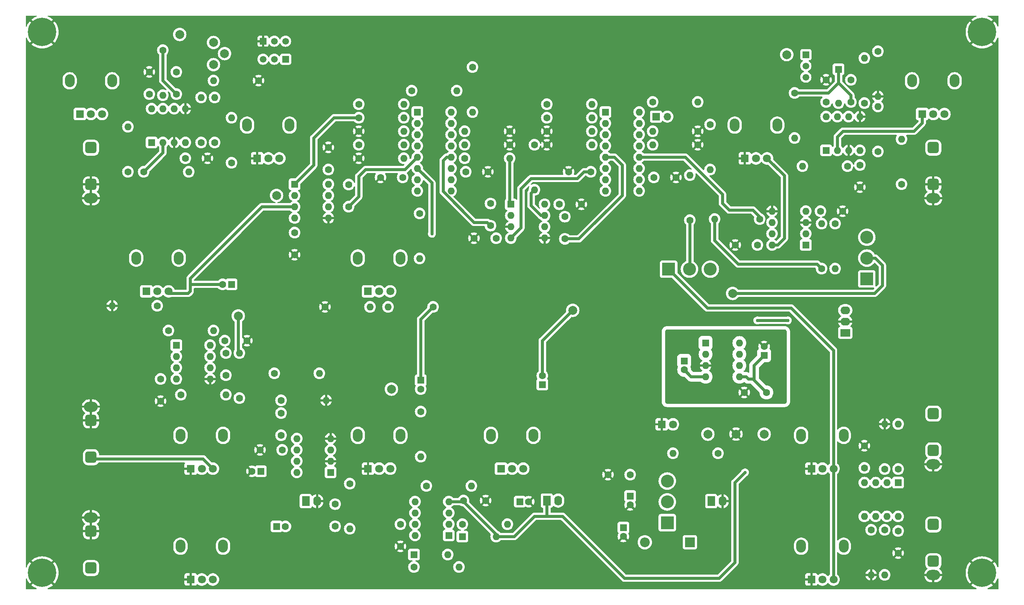
<source format=gbl>
%TF.GenerationSoftware,KiCad,Pcbnew,8.0.7*%
%TF.CreationDate,2025-01-15T21:00:28+00:00*%
%TF.ProjectId,steel-feedback,73746565-6c2d-4666-9565-646261636b2e,rev?*%
%TF.SameCoordinates,Original*%
%TF.FileFunction,Copper,L2,Bot*%
%TF.FilePolarity,Positive*%
%FSLAX46Y46*%
G04 Gerber Fmt 4.6, Leading zero omitted, Abs format (unit mm)*
G04 Created by KiCad (PCBNEW 8.0.7) date 2025-01-15 21:00:28*
%MOMM*%
%LPD*%
G01*
G04 APERTURE LIST*
G04 Aperture macros list*
%AMRoundRect*
0 Rectangle with rounded corners*
0 $1 Rounding radius*
0 $2 $3 $4 $5 $6 $7 $8 $9 X,Y pos of 4 corners*
0 Add a 4 corners polygon primitive as box body*
4,1,4,$2,$3,$4,$5,$6,$7,$8,$9,$2,$3,0*
0 Add four circle primitives for the rounded corners*
1,1,$1+$1,$2,$3*
1,1,$1+$1,$4,$5*
1,1,$1+$1,$6,$7*
1,1,$1+$1,$8,$9*
0 Add four rect primitives between the rounded corners*
20,1,$1+$1,$2,$3,$4,$5,0*
20,1,$1+$1,$4,$5,$6,$7,0*
20,1,$1+$1,$6,$7,$8,$9,0*
20,1,$1+$1,$8,$9,$2,$3,0*%
G04 Aperture macros list end*
%TA.AperFunction,ComponentPad*%
%ADD10C,6.400000*%
%TD*%
%TA.AperFunction,ComponentPad*%
%ADD11C,1.600000*%
%TD*%
%TA.AperFunction,ComponentPad*%
%ADD12O,1.600000X1.600000*%
%TD*%
%TA.AperFunction,ComponentPad*%
%ADD13R,1.740000X2.200000*%
%TD*%
%TA.AperFunction,ComponentPad*%
%ADD14O,1.740000X2.200000*%
%TD*%
%TA.AperFunction,ComponentPad*%
%ADD15O,2.200000X2.900000*%
%TD*%
%TA.AperFunction,ComponentPad*%
%ADD16R,1.800000X1.800000*%
%TD*%
%TA.AperFunction,ComponentPad*%
%ADD17C,1.800000*%
%TD*%
%TA.AperFunction,ComponentPad*%
%ADD18R,2.921000X2.921000*%
%TD*%
%TA.AperFunction,ComponentPad*%
%ADD19C,2.921000*%
%TD*%
%TA.AperFunction,ComponentPad*%
%ADD20C,2.000000*%
%TD*%
%TA.AperFunction,ComponentPad*%
%ADD21O,3.100000X2.300000*%
%TD*%
%TA.AperFunction,ComponentPad*%
%ADD22RoundRect,0.650000X0.650000X0.650000X-0.650000X0.650000X-0.650000X-0.650000X0.650000X-0.650000X0*%
%TD*%
%TA.AperFunction,ComponentPad*%
%ADD23R,1.600000X1.600000*%
%TD*%
%TA.AperFunction,ComponentPad*%
%ADD24RoundRect,0.650000X-0.650000X-0.650000X0.650000X-0.650000X0.650000X0.650000X-0.650000X0.650000X0*%
%TD*%
%TA.AperFunction,ComponentPad*%
%ADD25R,1.500000X1.500000*%
%TD*%
%TA.AperFunction,ComponentPad*%
%ADD26C,1.500000*%
%TD*%
%TA.AperFunction,ComponentPad*%
%ADD27R,1.700000X1.700000*%
%TD*%
%TA.AperFunction,ComponentPad*%
%ADD28O,1.700000X1.700000*%
%TD*%
%TA.AperFunction,ComponentPad*%
%ADD29R,2.200000X1.740000*%
%TD*%
%TA.AperFunction,ComponentPad*%
%ADD30O,2.200000X1.740000*%
%TD*%
%TA.AperFunction,ComponentPad*%
%ADD31R,2.200000X2.200000*%
%TD*%
%TA.AperFunction,ComponentPad*%
%ADD32O,2.200000X2.200000*%
%TD*%
%TA.AperFunction,ViaPad*%
%ADD33C,0.762000*%
%TD*%
%TA.AperFunction,Conductor*%
%ADD34C,0.635000*%
%TD*%
G04 APERTURE END LIST*
D10*
%TO.P,H4,1,1*%
%TO.N,GND*%
X246000000Y-156000000D03*
%TD*%
%TO.P,H3,1,1*%
%TO.N,GND*%
X34000000Y-156000000D03*
%TD*%
%TO.P,H2,1,1*%
%TO.N,GND*%
X246000000Y-34000000D03*
%TD*%
%TO.P,H1,1,1*%
%TO.N,GND*%
X34000000Y-34000000D03*
%TD*%
D11*
%TO.P,R50,1*%
%TO.N,Net-(Q3-E)*%
X222504000Y-38354000D03*
D12*
%TO.P,R50,2*%
%TO.N,GND*%
X222504000Y-48514000D03*
%TD*%
D13*
%TO.P,MK1,1,-*%
%TO.N,VEE*%
X147828000Y-139700000D03*
D14*
%TO.P,MK1,2,+*%
%TO.N,Net-(D1-A)*%
X150368000Y-139700000D03*
%TD*%
D11*
%TO.P,R33,1*%
%TO.N,Net-(Q2-C)*%
X147828000Y-50292000D03*
D12*
%TO.P,R33,2*%
%TO.N,Net-(R33-Pad2)*%
X157988000Y-50292000D03*
%TD*%
D15*
%TO.P,RV5,*%
%TO.N,*%
X190200000Y-55000000D03*
X199800000Y-55000000D03*
D16*
%TO.P,RV5,1,1*%
%TO.N,GND*%
X192500000Y-62500000D03*
D17*
%TO.P,RV5,2,2*%
%TO.N,Net-(R40-Pad2)*%
X195000000Y-62500000D03*
%TO.P,RV5,3,3*%
%TO.N,VCC*%
X197500000Y-62500000D03*
%TD*%
D18*
%TO.P,SW3,1,A*%
%TO.N,FEEDBACK_AUDIO*%
X175301000Y-87500000D03*
D19*
%TO.P,SW3,2,B*%
%TO.N,Net-(SW3-B)*%
X180000000Y-87500000D03*
%TO.P,SW3,3,C*%
%TO.N,AUDIO_INPUT_2*%
X184699000Y-87500000D03*
%TD*%
D11*
%TO.P,R5,1*%
%TO.N,GND*%
X105410000Y-56388000D03*
D12*
%TO.P,R5,2*%
%TO.N,Net-(JP3-B)*%
X115570000Y-56388000D03*
%TD*%
D11*
%TO.P,C18,1*%
%TO.N,VCC*%
X171958000Y-66802000D03*
%TO.P,C18,2*%
%TO.N,GND*%
X176958000Y-66802000D03*
%TD*%
D20*
%TO.P,TP8,1,1*%
%TO.N,Net-(SW2-B)*%
X189738000Y-92964000D03*
%TD*%
D21*
%TO.P,J1,S*%
%TO.N,GND*%
X45000000Y-143520000D03*
D22*
%TO.P,J1,T*%
%TO.N,Net-(J1-PadT)*%
X45000000Y-154920000D03*
%TO.P,J1,TN*%
%TO.N,GND*%
X45000000Y-146620000D03*
%TD*%
D23*
%TO.P,U3,1*%
%TO.N,Net-(R33-Pad2)*%
X161046000Y-52060000D03*
D12*
%TO.P,U3,2,DIODE_BIAS*%
%TO.N,unconnected-(U3C-DIODE_BIAS-Pad2)*%
X161046000Y-54600000D03*
%TO.P,U3,3,+*%
%TO.N,Net-(U3C-+)*%
X161046000Y-57140000D03*
%TO.P,U3,4,-*%
%TO.N,Net-(U3C--)*%
X161046000Y-59680000D03*
%TO.P,U3,5*%
%TO.N,Net-(U13B--)*%
X161046000Y-62220000D03*
%TO.P,U3,6,V-*%
%TO.N,VEE*%
X161046000Y-64760000D03*
%TO.P,U3,7*%
%TO.N,unconnected-(U3-Pad7)*%
X161046000Y-67300000D03*
%TO.P,U3,8*%
%TO.N,unconnected-(U3-Pad8)*%
X161046000Y-69840000D03*
%TO.P,U3,9*%
%TO.N,unconnected-(U3-Pad9)*%
X168666000Y-69840000D03*
%TO.P,U3,10*%
%TO.N,unconnected-(U3-Pad10)*%
X168666000Y-67300000D03*
%TO.P,U3,11,V+*%
%TO.N,VCC*%
X168666000Y-64760000D03*
%TO.P,U3,12*%
%TO.N,Net-(U10B--)*%
X168666000Y-62220000D03*
%TO.P,U3,13,-*%
%TO.N,Net-(U3A--)*%
X168666000Y-59680000D03*
%TO.P,U3,14,+*%
%TO.N,Net-(U3A-+)*%
X168666000Y-57140000D03*
%TO.P,U3,15,DIODE_BIAS*%
%TO.N,Net-(JP1-A)*%
X168666000Y-54600000D03*
%TO.P,U3,16*%
%TO.N,Net-(R44-Pad1)*%
X168666000Y-52060000D03*
%TD*%
D11*
%TO.P,R46,1*%
%TO.N,Net-(U7--)*%
X128778000Y-145034000D03*
D12*
%TO.P,R46,2*%
%TO.N,Net-(C10-Pad1)*%
X138938000Y-145034000D03*
%TD*%
D21*
%TO.P,J5,S*%
%TO.N,GND*%
X235000000Y-71480000D03*
D24*
%TO.P,J5,T*%
%TO.N,Net-(J5-PadT)*%
X235000000Y-60080000D03*
%TO.P,J5,TN*%
%TO.N,GND*%
X235000000Y-68380000D03*
%TD*%
D11*
%TO.P,R13,1*%
%TO.N,Net-(U8B--)*%
X220980000Y-146304000D03*
D12*
%TO.P,R13,2*%
%TO.N,GND*%
X220980000Y-156464000D03*
%TD*%
D11*
%TO.P,R52,1*%
%TO.N,GND*%
X82804000Y-44958000D03*
D12*
%TO.P,R52,2*%
%TO.N,Net-(R52-Pad2)*%
X72644000Y-44958000D03*
%TD*%
D15*
%TO.P,RV8,*%
%TO.N,*%
X105200000Y-125000000D03*
X114800000Y-125000000D03*
D16*
%TO.P,RV8,1,1*%
%TO.N,GND*%
X107500000Y-132500000D03*
D17*
%TO.P,RV8,2,2*%
%TO.N,Net-(U6-+)*%
X110000000Y-132500000D03*
%TO.P,RV8,3,3*%
%TO.N,Net-(R18-Pad2)*%
X112500000Y-132500000D03*
%TD*%
D11*
%TO.P,R49,1*%
%TO.N,Net-(SW3-B)*%
X180086000Y-76454000D03*
D12*
%TO.P,R49,2*%
%TO.N,Net-(U3A--)*%
X180086000Y-66294000D03*
%TD*%
D23*
%TO.P,U10,1*%
%TO.N,Net-(SW2-C)*%
X206248000Y-82032000D03*
D12*
%TO.P,U10,2,-*%
%TO.N,Net-(U10A--)*%
X206248000Y-79492000D03*
%TO.P,U10,3,+*%
%TO.N,GND*%
X206248000Y-76952000D03*
%TO.P,U10,4,V-*%
%TO.N,VEE*%
X206248000Y-74412000D03*
%TO.P,U10,5,+*%
%TO.N,GND*%
X198628000Y-74412000D03*
%TO.P,U10,6,-*%
%TO.N,Net-(U10B--)*%
X198628000Y-76952000D03*
%TO.P,U10,7*%
%TO.N,Net-(SW2-A)*%
X198628000Y-79492000D03*
%TO.P,U10,8,V+*%
%TO.N,VCC*%
X198628000Y-82032000D03*
%TD*%
D11*
%TO.P,R15,1*%
%TO.N,GND*%
X147828000Y-59436000D03*
D12*
%TO.P,R15,2*%
%TO.N,Net-(U3C--)*%
X157988000Y-59436000D03*
%TD*%
D20*
%TO.P,TP2,1,1*%
%TO.N,VEE*%
X196850000Y-124714000D03*
%TD*%
D11*
%TO.P,R24,1*%
%TO.N,Net-(JP1-B)*%
X184658000Y-54864000D03*
D12*
%TO.P,R24,2*%
%TO.N,VCC*%
X184658000Y-65024000D03*
%TD*%
D23*
%TO.P,C9,1*%
%TO.N,Net-(C41-Pad1)*%
X86868000Y-145542000D03*
D11*
%TO.P,C9,2*%
%TO.N,Net-(C9-Pad2)*%
X88868000Y-145542000D03*
%TD*%
D20*
%TO.P,TP5,1,1*%
%TO.N,Net-(C4-Pad2)*%
X112776000Y-114554000D03*
%TD*%
D25*
%TO.P,Q1,1,E*%
%TO.N,Net-(Q1-E)*%
X88900000Y-40132000D03*
D26*
%TO.P,Q1,2,B*%
%TO.N,Net-(Q1-B)*%
X86360000Y-40132000D03*
%TO.P,Q1,3,C*%
%TO.N,VCC*%
X83820000Y-40132000D03*
%TD*%
D11*
%TO.P,R1,1*%
%TO.N,Net-(C1-Pad1)*%
X105410000Y-59436000D03*
D12*
%TO.P,R1,2*%
%TO.N,Net-(JP3-B)*%
X115570000Y-59436000D03*
%TD*%
D23*
%TO.P,C7,1*%
%TO.N,Net-(U6-BYPASS)*%
X83312000Y-133096000D03*
D11*
%TO.P,C7,2*%
%TO.N,GND*%
X81312000Y-133096000D03*
%TD*%
%TO.P,R37,1*%
%TO.N,Net-(R36-Pad2)*%
X69850000Y-58928000D03*
D12*
%TO.P,R37,2*%
%TO.N,Net-(U4B--)*%
X69850000Y-48768000D03*
%TD*%
D11*
%TO.P,R42,1*%
%TO.N,Net-(D5-K)*%
X219456000Y-50038000D03*
D12*
%TO.P,R42,2*%
%TO.N,Net-(Q3-E)*%
X219456000Y-39878000D03*
%TD*%
D18*
%TO.P,SW2,1,A*%
%TO.N,Net-(SW2-A)*%
X220000000Y-89699000D03*
D19*
%TO.P,SW2,2,B*%
%TO.N,Net-(SW2-B)*%
X220000000Y-85000000D03*
%TO.P,SW2,3,C*%
%TO.N,Net-(SW2-C)*%
X220000000Y-80301000D03*
%TD*%
D11*
%TO.P,C22,1*%
%TO.N,GND*%
X218440000Y-69008000D03*
%TO.P,C22,2*%
%TO.N,VEE*%
X218440000Y-64008000D03*
%TD*%
%TO.P,R4,1*%
%TO.N,Net-(U12A--)*%
X105410000Y-53340000D03*
D12*
%TO.P,R4,2*%
%TO.N,Net-(JP3-B)*%
X115570000Y-53340000D03*
%TD*%
D11*
%TO.P,R55,1*%
%TO.N,Net-(R55-Pad1)*%
X103378000Y-135890000D03*
D12*
%TO.P,R55,2*%
%TO.N,Net-(C41-Pad2)*%
X103378000Y-146050000D03*
%TD*%
D11*
%TO.P,R18,1*%
%TO.N,Net-(C4-Pad2)*%
X119380000Y-119634000D03*
D12*
%TO.P,R18,2*%
%TO.N,Net-(R18-Pad2)*%
X119380000Y-129794000D03*
%TD*%
D11*
%TO.P,R30,1*%
%TO.N,VEE*%
X76708000Y-63500000D03*
D12*
%TO.P,R30,2*%
%TO.N,Net-(Q1-E)*%
X76708000Y-53340000D03*
%TD*%
D27*
%TO.P,JP1,1,A*%
%TO.N,Net-(JP1-A)*%
X172466000Y-53086000D03*
D28*
%TO.P,JP1,2,B*%
%TO.N,Net-(JP1-B)*%
X175006000Y-53086000D03*
%TD*%
D11*
%TO.P,C31,1*%
%TO.N,VCC*%
X88138000Y-128270000D03*
%TO.P,C31,2*%
%TO.N,GND*%
X83138000Y-128270000D03*
%TD*%
%TO.P,C41,1*%
%TO.N,Net-(C41-Pad1)*%
X100076000Y-140502000D03*
%TO.P,C41,2*%
%TO.N,Net-(C41-Pad2)*%
X100076000Y-145502000D03*
%TD*%
D15*
%TO.P,RV10,*%
%TO.N,*%
X205200000Y-125000000D03*
X214800000Y-125000000D03*
D16*
%TO.P,RV10,1,1*%
%TO.N,GND*%
X207500000Y-132500000D03*
D17*
%TO.P,RV10,2,2*%
%TO.N,Net-(U8A-+)*%
X210000000Y-132500000D03*
%TO.P,RV10,3,3*%
%TO.N,FEEDBACK_AUDIO*%
X212500000Y-132500000D03*
%TD*%
D11*
%TO.P,C27,1*%
%TO.N,GND*%
X214550000Y-74422000D03*
%TO.P,C27,2*%
%TO.N,VEE*%
X209550000Y-74422000D03*
%TD*%
D23*
%TO.P,C34,1*%
%TO.N,VCC*%
X165100000Y-145796000D03*
D11*
%TO.P,C34,2*%
%TO.N,GND*%
X165100000Y-147796000D03*
%TD*%
%TO.P,C36,1*%
%TO.N,GND*%
X60706000Y-117268000D03*
%TO.P,C36,2*%
%TO.N,VEE*%
X60706000Y-112268000D03*
%TD*%
D23*
%TO.P,U6,1,GAIN*%
%TO.N,Net-(R55-Pad1)*%
X99050000Y-133340000D03*
D12*
%TO.P,U6,2,-*%
%TO.N,GND*%
X99050000Y-130800000D03*
%TO.P,U6,3,+*%
%TO.N,Net-(U6-+)*%
X99050000Y-128260000D03*
%TO.P,U6,4,GND*%
%TO.N,GND*%
X99050000Y-125720000D03*
%TO.P,U6,5*%
%TO.N,Net-(C41-Pad1)*%
X91430000Y-125720000D03*
%TO.P,U6,6,V+*%
%TO.N,VCC*%
X91430000Y-128260000D03*
%TO.P,U6,7,BYPASS*%
%TO.N,Net-(U6-BYPASS)*%
X91430000Y-130800000D03*
%TO.P,U6,8,GAIN*%
%TO.N,unconnected-(U6-GAIN-Pad8)*%
X91430000Y-133340000D03*
%TD*%
D11*
%TO.P,R38,1*%
%TO.N,Net-(J5-PadT)*%
X227838000Y-68326000D03*
D12*
%TO.P,R38,2*%
%TO.N,Net-(R38-Pad2)*%
X227838000Y-58166000D03*
%TD*%
D11*
%TO.P,R51,1*%
%TO.N,Net-(R51-Pad1)*%
X59944000Y-95758000D03*
D12*
%TO.P,R51,2*%
%TO.N,GND*%
X49784000Y-95758000D03*
%TD*%
D11*
%TO.P,R32,1*%
%TO.N,Net-(Q2-C)*%
X131064000Y-41910000D03*
D12*
%TO.P,R32,2*%
%TO.N,Net-(R32-Pad2)*%
X131064000Y-52070000D03*
%TD*%
D15*
%TO.P,RV4,*%
%TO.N,*%
X80200000Y-55000000D03*
X89800000Y-55000000D03*
D16*
%TO.P,RV4,1,1*%
%TO.N,GND*%
X82500000Y-62500000D03*
D17*
%TO.P,RV4,2,2*%
%TO.N,Net-(R35-Pad1)*%
X85000000Y-62500000D03*
%TO.P,RV4,3,3*%
%TO.N,VCC*%
X87500000Y-62500000D03*
%TD*%
D13*
%TO.P,LS1,1,1*%
%TO.N,Net-(C9-Pad2)*%
X93468000Y-139831500D03*
D14*
%TO.P,LS1,2,2*%
%TO.N,GND*%
X96008000Y-139831500D03*
%TD*%
D11*
%TO.P,C24,1*%
%TO.N,GND*%
X134032000Y-139700000D03*
%TO.P,C24,2*%
%TO.N,VEE*%
X129032000Y-139700000D03*
%TD*%
D23*
%TO.P,U13,1*%
%TO.N,Net-(C2-Pad1)*%
X139710000Y-72868000D03*
D12*
%TO.P,U13,2,-*%
%TO.N,Net-(U13A--)*%
X139710000Y-75408000D03*
%TO.P,U13,3,+*%
%TO.N,GND*%
X139710000Y-77948000D03*
%TO.P,U13,4,V-*%
%TO.N,VEE*%
X139710000Y-80488000D03*
%TO.P,U13,5,+*%
%TO.N,GND*%
X147330000Y-80488000D03*
%TO.P,U13,6,-*%
%TO.N,Net-(U13B--)*%
X147330000Y-77948000D03*
%TO.P,U13,7*%
%TO.N,Net-(C3-Pad1)*%
X147330000Y-75408000D03*
%TO.P,U13,8,V+*%
%TO.N,VCC*%
X147330000Y-72868000D03*
%TD*%
D11*
%TO.P,C23,1*%
%TO.N,VCC*%
X114808000Y-145034000D03*
%TO.P,C23,2*%
%TO.N,GND*%
X114808000Y-150034000D03*
%TD*%
D23*
%TO.P,C11,1*%
%TO.N,Net-(C11-Pad1)*%
X146812000Y-113538000D03*
D11*
%TO.P,C11,2*%
%TO.N,FEEDBACK_AUDIO*%
X146812000Y-111538000D03*
%TD*%
%TO.P,C26,1*%
%TO.N,VCC*%
X195326000Y-82042000D03*
%TO.P,C26,2*%
%TO.N,GND*%
X190326000Y-82042000D03*
%TD*%
D23*
%TO.P,C33,1*%
%TO.N,Net-(C33-Pad1)*%
X76708000Y-90932000D03*
D11*
%TO.P,C33,2*%
%TO.N,Net-(U12A-+)*%
X74708000Y-90932000D03*
%TD*%
%TO.P,R43,1*%
%TO.N,Net-(C8-Pad2)*%
X87884000Y-117094000D03*
D12*
%TO.P,R43,2*%
%TO.N,GND*%
X98044000Y-117094000D03*
%TD*%
D18*
%TO.P,SW1,1,A*%
%TO.N,Net-(D3-K)*%
X175000000Y-144699000D03*
D19*
%TO.P,SW1,2,B*%
%TO.N,Net-(SW1-B)*%
X175000000Y-140000000D03*
%TO.P,SW1,3,C*%
%TO.N,unconnected-(SW1-C-Pad3)*%
X175000000Y-135301000D03*
%TD*%
D23*
%TO.P,D5,1,K*%
%TO.N,Net-(D5-K)*%
X213614000Y-42418000D03*
D12*
%TO.P,D5,2,A*%
%TO.N,Net-(D5-A)*%
X213614000Y-50038000D03*
%TD*%
D11*
%TO.P,R35,1*%
%TO.N,Net-(R35-Pad1)*%
X72898000Y-58928000D03*
D12*
%TO.P,R35,2*%
%TO.N,Net-(U4B--)*%
X72898000Y-48768000D03*
%TD*%
D11*
%TO.P,R21,1*%
%TO.N,Net-(JP3-C)*%
X119126000Y-74930000D03*
D12*
%TO.P,R21,2*%
%TO.N,Net-(R21-Pad2)*%
X119126000Y-85090000D03*
%TD*%
D23*
%TO.P,C28,1*%
%TO.N,Net-(U9-CAP+)*%
X178816000Y-108204000D03*
D11*
%TO.P,C28,2*%
%TO.N,Net-(U9-CAP-)*%
X178816000Y-110204000D03*
%TD*%
D21*
%TO.P,J4,S*%
%TO.N,GND*%
X45000000Y-71480000D03*
D24*
%TO.P,J4,T*%
%TO.N,Net-(J4-PadT)*%
X45000000Y-60080000D03*
%TO.P,J4,TN*%
%TO.N,GND*%
X45000000Y-68380000D03*
%TD*%
D11*
%TO.P,R26,1*%
%TO.N,Net-(U10A--)*%
X212852000Y-77216000D03*
D12*
%TO.P,R26,2*%
%TO.N,Net-(SW2-C)*%
X212852000Y-87376000D03*
%TD*%
D15*
%TO.P,RV1,*%
%TO.N,*%
X65200000Y-150000000D03*
X74800000Y-150000000D03*
D16*
%TO.P,RV1,1,1*%
%TO.N,GND*%
X67500000Y-157500000D03*
D17*
%TO.P,RV1,2,2*%
%TO.N,Net-(R7-Pad1)*%
X70000000Y-157500000D03*
%TO.P,RV1,3,3*%
%TO.N,Net-(J1-PadT)*%
X72500000Y-157500000D03*
%TD*%
D11*
%TO.P,R44,1*%
%TO.N,Net-(R44-Pad1)*%
X171704000Y-49784000D03*
D12*
%TO.P,R44,2*%
%TO.N,Net-(Q3-C)*%
X181864000Y-49784000D03*
%TD*%
D11*
%TO.P,R29,1*%
%TO.N,Net-(U4B--)*%
X61214000Y-38100000D03*
D12*
%TO.P,R29,2*%
%TO.N,Net-(C5-Pad2)*%
X61214000Y-48260000D03*
%TD*%
D11*
%TO.P,R48,1*%
%TO.N,VCC*%
X186436000Y-129032000D03*
D12*
%TO.P,R48,2*%
%TO.N,Net-(D4-A)*%
X176276000Y-129032000D03*
%TD*%
D15*
%TO.P,RV3,*%
%TO.N,*%
X105200000Y-85000000D03*
X114800000Y-85000000D03*
D16*
%TO.P,RV3,1,1*%
%TO.N,Net-(R19-Pad2)*%
X107500000Y-92500000D03*
D17*
%TO.P,RV3,2,2*%
%TO.N,Net-(R21-Pad2)*%
X110000000Y-92500000D03*
%TO.P,RV3,3,3*%
%TO.N,Net-(R20-Pad2)*%
X112500000Y-92500000D03*
%TD*%
D11*
%TO.P,R19,1*%
%TO.N,GND*%
X97790000Y-96012000D03*
D12*
%TO.P,R19,2*%
%TO.N,Net-(R19-Pad2)*%
X107950000Y-96012000D03*
%TD*%
D15*
%TO.P,RV6,*%
%TO.N,*%
X40200000Y-45000000D03*
X49800000Y-45000000D03*
D16*
%TO.P,RV6,1,1*%
%TO.N,Net-(U4A--)*%
X42500000Y-52500000D03*
D17*
%TO.P,RV6,2,2*%
%TO.N,Net-(R34-Pad2)*%
X45000000Y-52500000D03*
%TO.P,RV6,3,3*%
%TO.N,Net-(U4B--)*%
X47500000Y-52500000D03*
%TD*%
D11*
%TO.P,C21,1*%
%TO.N,VCC*%
X210820000Y-49784000D03*
%TO.P,C21,2*%
%TO.N,GND*%
X210820000Y-44784000D03*
%TD*%
D23*
%TO.P,U4,1*%
%TO.N,Net-(R36-Pad2)*%
X58684000Y-58918000D03*
D12*
%TO.P,U4,2,-*%
%TO.N,Net-(U4A--)*%
X61224000Y-58918000D03*
%TO.P,U4,3,+*%
%TO.N,GND*%
X63764000Y-58918000D03*
%TO.P,U4,4,V-*%
%TO.N,VEE*%
X66304000Y-58918000D03*
%TO.P,U4,5,+*%
%TO.N,GND*%
X66304000Y-51298000D03*
%TO.P,U4,6,-*%
%TO.N,Net-(U4B--)*%
X63764000Y-51298000D03*
%TO.P,U4,7*%
%TO.N,Net-(C5-Pad2)*%
X61224000Y-51298000D03*
%TO.P,U4,8,V+*%
%TO.N,VCC*%
X58684000Y-51298000D03*
%TD*%
D11*
%TO.P,R45,1*%
%TO.N,Net-(C11-Pad1)*%
X120650000Y-136398000D03*
D12*
%TO.P,R45,2*%
%TO.N,Net-(R45-Pad2)*%
X130810000Y-136398000D03*
%TD*%
D15*
%TO.P,RV12,*%
%TO.N,*%
X135200000Y-125000000D03*
X144800000Y-125000000D03*
D16*
%TO.P,RV12,1,1*%
%TO.N,Net-(R45-Pad2)*%
X137500000Y-132500000D03*
D17*
%TO.P,RV12,2,2*%
%TO.N,Net-(U7--)*%
X140000000Y-132500000D03*
%TO.P,RV12,3,3*%
X142500000Y-132500000D03*
%TD*%
D11*
%TO.P,C1,1*%
%TO.N,Net-(C1-Pad1)*%
X103124000Y-68406000D03*
%TO.P,C1,2*%
%TO.N,Net-(U12B--)*%
X103124000Y-73406000D03*
%TD*%
D20*
%TO.P,TP6,1,1*%
%TO.N,Net-(C5-Pad2)*%
X65024000Y-34544000D03*
%TD*%
D11*
%TO.P,R20,1*%
%TO.N,Net-(C3-Pad1)*%
X122174000Y-96012000D03*
D12*
%TO.P,R20,2*%
%TO.N,Net-(R20-Pad2)*%
X112014000Y-96012000D03*
%TD*%
D23*
%TO.P,D2,1,K*%
%TO.N,Net-(D1-A)*%
X128778000Y-147828000D03*
D12*
%TO.P,D2,2,A*%
%TO.N,VEE*%
X136398000Y-147828000D03*
%TD*%
D11*
%TO.P,C12,1*%
%TO.N,VCC*%
X58166000Y-48006000D03*
%TO.P,C12,2*%
%TO.N,GND*%
X58166000Y-43006000D03*
%TD*%
%TO.P,R14,1*%
%TO.N,Net-(C2-Pad1)*%
X147828000Y-53340000D03*
D12*
%TO.P,R14,2*%
%TO.N,Net-(U3C-+)*%
X157988000Y-53340000D03*
%TD*%
D11*
%TO.P,R12,1*%
%TO.N,Net-(U2A-+)*%
X129286000Y-62484000D03*
D12*
%TO.P,R12,2*%
%TO.N,Net-(C2-Pad1)*%
X139446000Y-62484000D03*
%TD*%
D11*
%TO.P,C30,1*%
%TO.N,VEE*%
X197358000Y-115316000D03*
%TO.P,C30,2*%
%TO.N,GNDD*%
X192358000Y-115316000D03*
%TD*%
%TO.P,R23,1*%
%TO.N,GND*%
X181864000Y-59436000D03*
D12*
%TO.P,R23,2*%
%TO.N,Net-(U3A--)*%
X171704000Y-59436000D03*
%TD*%
D11*
%TO.P,R9,1*%
%TO.N,Net-(C1-Pad1)*%
X117348000Y-47244000D03*
D12*
%TO.P,R9,2*%
%TO.N,Net-(U2A-+)*%
X127508000Y-47244000D03*
%TD*%
D11*
%TO.P,R3,1*%
%TO.N,GND*%
X105410000Y-62484000D03*
D12*
%TO.P,R3,2*%
%TO.N,Net-(JP3-A)*%
X115570000Y-62484000D03*
%TD*%
D23*
%TO.P,C4,1*%
%TO.N,Net-(C3-Pad1)*%
X119380000Y-112554000D03*
D11*
%TO.P,C4,2*%
%TO.N,Net-(C4-Pad2)*%
X119380000Y-114554000D03*
%TD*%
%TO.P,R40,1*%
%TO.N,Net-(D5-K)*%
X203708000Y-47752000D03*
D12*
%TO.P,R40,2*%
%TO.N,Net-(R40-Pad2)*%
X203708000Y-57912000D03*
%TD*%
D23*
%TO.P,U11,1*%
%TO.N,AUDIO_INPUT_2*%
X64262000Y-104648000D03*
D12*
%TO.P,U11,2,-*%
X64262000Y-107188000D03*
%TO.P,U11,3,+*%
%TO.N,Net-(U11A-+)*%
X64262000Y-109728000D03*
%TO.P,U11,4,V-*%
%TO.N,VEE*%
X64262000Y-112268000D03*
%TO.P,U11,5,+*%
%TO.N,GND*%
X71882000Y-112268000D03*
%TO.P,U11,6,-*%
%TO.N,Net-(U11B--)*%
X71882000Y-109728000D03*
%TO.P,U11,7*%
%TO.N,Net-(C33-Pad1)*%
X71882000Y-107188000D03*
%TO.P,U11,8,V+*%
%TO.N,VCC*%
X71882000Y-104648000D03*
%TD*%
D23*
%TO.P,U5,1*%
%TO.N,Net-(R39-Pad2)*%
X210820000Y-60706000D03*
D12*
%TO.P,U5,2,-*%
%TO.N,Net-(U5A--)*%
X213360000Y-60706000D03*
%TO.P,U5,3,+*%
%TO.N,GND*%
X215900000Y-60706000D03*
%TO.P,U5,4,V-*%
%TO.N,VEE*%
X218440000Y-60706000D03*
%TO.P,U5,5,+*%
%TO.N,GND*%
X218440000Y-53086000D03*
%TO.P,U5,6,-*%
%TO.N,Net-(D5-K)*%
X215900000Y-53086000D03*
%TO.P,U5,7*%
%TO.N,Net-(D5-A)*%
X213360000Y-53086000D03*
%TO.P,U5,8,V+*%
%TO.N,VCC*%
X210820000Y-53086000D03*
%TD*%
D15*
%TO.P,RV9,*%
%TO.N,*%
X55200000Y-85000000D03*
X64800000Y-85000000D03*
D16*
%TO.P,RV9,1,1*%
%TO.N,Net-(R51-Pad1)*%
X57500000Y-92500000D03*
D17*
%TO.P,RV9,2,2*%
X60000000Y-92500000D03*
%TO.P,RV9,3,3*%
%TO.N,Net-(U12A-+)*%
X62500000Y-92500000D03*
%TD*%
D11*
%TO.P,R54,1*%
%TO.N,Net-(U8B--)*%
X224028000Y-146304000D03*
D12*
%TO.P,R54,2*%
%TO.N,Net-(J7-PadT)*%
X224028000Y-156464000D03*
%TD*%
D25*
%TO.P,Q2,1,E*%
%TO.N,GND*%
X83820000Y-36068000D03*
D26*
%TO.P,Q2,2,B*%
%TO.N,Net-(Q1-E)*%
X86360000Y-36068000D03*
%TO.P,Q2,3,C*%
%TO.N,Net-(Q2-C)*%
X88900000Y-36068000D03*
%TD*%
D11*
%TO.P,R34,1*%
%TO.N,Net-(J4-PadT)*%
X53340000Y-65532000D03*
D12*
%TO.P,R34,2*%
%TO.N,Net-(R34-Pad2)*%
X53340000Y-55372000D03*
%TD*%
D11*
%TO.P,R8,1*%
%TO.N,AUDIO_INPUT_2*%
X62484000Y-101346000D03*
D12*
%TO.P,R8,2*%
%TO.N,Net-(U11B--)*%
X72644000Y-101346000D03*
%TD*%
D29*
%TO.P,J3,1,Pin_1*%
%TO.N,VCC*%
X215138000Y-101854000D03*
D30*
%TO.P,J3,2,Pin_2*%
%TO.N,GND*%
X215138000Y-99314000D03*
%TO.P,J3,3,Pin_3*%
%TO.N,VEE*%
X215138000Y-96774000D03*
%TD*%
D11*
%TO.P,R16,1*%
%TO.N,GND*%
X147828000Y-56388000D03*
D12*
%TO.P,R16,2*%
%TO.N,Net-(U3C-+)*%
X157988000Y-56388000D03*
%TD*%
D15*
%TO.P,RV2,*%
%TO.N,*%
X65200000Y-125000000D03*
X74800000Y-125000000D03*
D16*
%TO.P,RV2,1,1*%
%TO.N,GND*%
X67500000Y-132500000D03*
D17*
%TO.P,RV2,2,2*%
%TO.N,Net-(U11A-+)*%
X70000000Y-132500000D03*
%TO.P,RV2,3,3*%
%TO.N,Net-(J2-PadT)*%
X72500000Y-132500000D03*
%TD*%
D11*
%TO.P,R47,1*%
%TO.N,VCC*%
X117856000Y-154686000D03*
D12*
%TO.P,R47,2*%
%TO.N,Net-(D1-A)*%
X128016000Y-154686000D03*
%TD*%
D23*
%TO.P,U7,1,BAL*%
%TO.N,unconnected-(U7-BAL-Pad1)*%
X125720000Y-147564000D03*
D12*
%TO.P,U7,2,-*%
%TO.N,Net-(U7--)*%
X125720000Y-145024000D03*
%TO.P,U7,3,+*%
%TO.N,Net-(D1-A)*%
X125720000Y-142484000D03*
%TO.P,U7,4,V-*%
%TO.N,VEE*%
X125720000Y-139944000D03*
%TO.P,U7,5,COMP*%
%TO.N,unconnected-(U7-COMP-Pad5)*%
X118100000Y-139944000D03*
%TO.P,U7,6*%
%TO.N,Net-(C11-Pad1)*%
X118100000Y-142484000D03*
%TO.P,U7,7,V+*%
%TO.N,VCC*%
X118100000Y-145024000D03*
%TO.P,U7,8,C/B*%
%TO.N,unconnected-(U7-C{slash}B-Pad8)*%
X118100000Y-147564000D03*
%TD*%
D21*
%TO.P,J7,S*%
%TO.N,GND*%
X235000000Y-156480000D03*
D24*
%TO.P,J7,T*%
%TO.N,Net-(J7-PadT)*%
X235000000Y-145080000D03*
%TO.P,J7,TN*%
%TO.N,unconnected-(J7-PadTN)*%
X235000000Y-153380000D03*
%TD*%
D11*
%TO.P,C37,1*%
%TO.N,VCC*%
X227076000Y-146558000D03*
%TO.P,C37,2*%
%TO.N,GND*%
X227076000Y-151558000D03*
%TD*%
%TO.P,R22,1*%
%TO.N,GND*%
X181864000Y-56388000D03*
D12*
%TO.P,R22,2*%
%TO.N,Net-(U3A-+)*%
X171704000Y-56388000D03*
%TD*%
D11*
%TO.P,C25,1*%
%TO.N,VCC*%
X166624000Y-133858000D03*
%TO.P,C25,2*%
%TO.N,GND*%
X161624000Y-133858000D03*
%TD*%
%TO.P,C19,1*%
%TO.N,GND*%
X152734000Y-65532000D03*
%TO.P,C19,2*%
%TO.N,VEE*%
X157734000Y-65532000D03*
%TD*%
D20*
%TO.P,RV13,1,1*%
%TO.N,Net-(C5-Pad2)*%
X72644000Y-36362000D03*
%TO.P,RV13,2,2*%
%TO.N,Net-(Q1-B)*%
X75144000Y-38862000D03*
%TO.P,RV13,3,3*%
%TO.N,Net-(R52-Pad2)*%
X72644000Y-41362000D03*
%TD*%
%TO.P,TP7,1,1*%
%TO.N,FEEDBACK_AUDIO*%
X153670000Y-96774000D03*
%TD*%
D11*
%TO.P,R17,1*%
%TO.N,Net-(U3C-+)*%
X145034000Y-59436000D03*
D12*
%TO.P,R17,2*%
%TO.N,Net-(C3-Pad1)*%
X145034000Y-69596000D03*
%TD*%
D11*
%TO.P,R27,1*%
%TO.N,Net-(SW2-A)*%
X209804000Y-87376000D03*
D12*
%TO.P,R27,2*%
%TO.N,Net-(U10A--)*%
X209804000Y-77216000D03*
%TD*%
D20*
%TO.P,TP9,1,1*%
%TO.N,Net-(Q3-E)*%
X201940000Y-39106000D03*
%TD*%
D11*
%TO.P,C40,1*%
%TO.N,GND*%
X90932000Y-84248000D03*
%TO.P,C40,2*%
%TO.N,VEE*%
X90932000Y-79248000D03*
%TD*%
%TO.P,C6,1*%
%TO.N,Net-(D5-K)*%
X216408000Y-49784000D03*
%TO.P,C6,2*%
%TO.N,Net-(D5-A)*%
X216408000Y-44784000D03*
%TD*%
%TO.P,R7,1*%
%TO.N,Net-(R7-Pad1)*%
X65278000Y-115824000D03*
D12*
%TO.P,R7,2*%
%TO.N,Net-(U11B--)*%
X75438000Y-115824000D03*
%TD*%
D23*
%TO.P,C10,1*%
%TO.N,Net-(C10-Pad1)*%
X141732000Y-139954000D03*
D11*
%TO.P,C10,2*%
%TO.N,GND*%
X143732000Y-139954000D03*
%TD*%
D20*
%TO.P,TP4,1,1*%
%TO.N,Net-(C33-Pad1)*%
X78232000Y-98044000D03*
%TD*%
D11*
%TO.P,C32,1*%
%TO.N,VCC*%
X75184000Y-103632000D03*
%TO.P,C32,2*%
%TO.N,GND*%
X80184000Y-103632000D03*
%TD*%
D20*
%TO.P,TP10,1,1*%
%TO.N,Net-(U12A--)*%
X86868000Y-70866000D03*
%TD*%
D23*
%TO.P,U2,1*%
%TO.N,Net-(R31-Pad2)*%
X118628000Y-52060000D03*
D12*
%TO.P,U2,2,DIODE_BIAS*%
%TO.N,unconnected-(U2C-DIODE_BIAS-Pad2)*%
X118628000Y-54600000D03*
%TO.P,U2,3,+*%
%TO.N,Net-(JP3-B)*%
X118628000Y-57140000D03*
%TO.P,U2,4,-*%
%TO.N,Net-(JP3-A)*%
X118628000Y-59680000D03*
%TO.P,U2,5*%
%TO.N,Net-(U12B--)*%
X118628000Y-62220000D03*
%TO.P,U2,6,V-*%
%TO.N,VEE*%
X118628000Y-64760000D03*
%TO.P,U2,7*%
%TO.N,unconnected-(U2-Pad7)*%
X118628000Y-67300000D03*
%TO.P,U2,8*%
%TO.N,unconnected-(U2-Pad8)*%
X118628000Y-69840000D03*
%TO.P,U2,9*%
%TO.N,unconnected-(U2-Pad9)*%
X126248000Y-69840000D03*
%TO.P,U2,10*%
%TO.N,unconnected-(U2-Pad10)*%
X126248000Y-67300000D03*
%TO.P,U2,11,V+*%
%TO.N,VCC*%
X126248000Y-64760000D03*
%TO.P,U2,12*%
%TO.N,Net-(U13A--)*%
X126248000Y-62220000D03*
%TO.P,U2,13,-*%
%TO.N,Net-(U2A--)*%
X126248000Y-59680000D03*
%TO.P,U2,14,+*%
%TO.N,Net-(U2A-+)*%
X126248000Y-57140000D03*
%TO.P,U2,15,DIODE_BIAS*%
%TO.N,unconnected-(U2A-DIODE_BIAS-Pad15)*%
X126248000Y-54600000D03*
%TO.P,U2,16*%
%TO.N,Net-(R32-Pad2)*%
X126248000Y-52060000D03*
%TD*%
D20*
%TO.P,TP3,1,1*%
%TO.N,GND*%
X190500000Y-124714000D03*
%TD*%
D13*
%TO.P,J8,1*%
%TO.N,Net-(SW1-B)*%
X184912000Y-139831500D03*
D14*
%TO.P,J8,2*%
%TO.N,GND*%
X187452000Y-139831500D03*
%TD*%
D11*
%TO.P,R2,1*%
%TO.N,Net-(U8A--)*%
X224028000Y-132588000D03*
D12*
%TO.P,R2,2*%
%TO.N,GND*%
X224028000Y-122428000D03*
%TD*%
D31*
%TO.P,D3,1,K*%
%TO.N,Net-(D3-K)*%
X180086000Y-149098000D03*
D32*
%TO.P,D3,2,A*%
%TO.N,VCC*%
X169926000Y-149098000D03*
%TD*%
D23*
%TO.P,C29,1*%
%TO.N,VEE*%
X196850000Y-106934000D03*
D11*
%TO.P,C29,2*%
%TO.N,GNDD*%
X196850000Y-104934000D03*
%TD*%
%TO.P,C2,1*%
%TO.N,Net-(C2-Pad1)*%
X135128000Y-72684000D03*
%TO.P,C2,2*%
%TO.N,Net-(U13A--)*%
X135128000Y-77684000D03*
%TD*%
%TO.P,C5,1*%
%TO.N,Net-(U4B--)*%
X64262000Y-48006000D03*
%TO.P,C5,2*%
%TO.N,Net-(C5-Pad2)*%
X64262000Y-43006000D03*
%TD*%
%TO.P,R28,1*%
%TO.N,Net-(U11B--)*%
X86360000Y-110998000D03*
D12*
%TO.P,R28,2*%
%TO.N,Net-(SW2-B)*%
X96520000Y-110998000D03*
%TD*%
D23*
%TO.P,C20,1*%
%TO.N,VCC*%
X166624000Y-138684000D03*
D11*
%TO.P,C20,2*%
%TO.N,GND*%
X166624000Y-140684000D03*
%TD*%
D23*
%TO.P,U9,1,NC*%
%TO.N,unconnected-(U9-NC-Pad1)*%
X183642000Y-104150000D03*
D12*
%TO.P,U9,2,CAP+*%
%TO.N,Net-(U9-CAP+)*%
X183642000Y-106690000D03*
%TO.P,U9,3,GND*%
%TO.N,GNDD*%
X183642000Y-109230000D03*
%TO.P,U9,4,CAP-*%
%TO.N,Net-(U9-CAP-)*%
X183642000Y-111770000D03*
%TO.P,U9,5,VOUT*%
%TO.N,VEE*%
X191262000Y-111770000D03*
%TO.P,U9,6,LV*%
%TO.N,unconnected-(U9-LV-Pad6)*%
X191262000Y-109230000D03*
%TO.P,U9,7,OSC*%
%TO.N,unconnected-(U9-OSC-Pad7)*%
X191262000Y-106690000D03*
%TO.P,U9,8,V+*%
%TO.N,VCC*%
X191262000Y-104150000D03*
%TD*%
D11*
%TO.P,C17,1*%
%TO.N,GND*%
X110316000Y-66802000D03*
%TO.P,C17,2*%
%TO.N,VEE*%
X115316000Y-66802000D03*
%TD*%
%TO.P,R36,1*%
%TO.N,Net-(U4A--)*%
X56896000Y-65532000D03*
D12*
%TO.P,R36,2*%
%TO.N,Net-(R36-Pad2)*%
X67056000Y-65532000D03*
%TD*%
D21*
%TO.P,J2,S*%
%TO.N,GND*%
X45000000Y-118520000D03*
D22*
%TO.P,J2,T*%
%TO.N,Net-(J2-PadT)*%
X45000000Y-129920000D03*
%TO.P,J2,TN*%
%TO.N,GND*%
X45000000Y-121620000D03*
%TD*%
D21*
%TO.P,J6,S*%
%TO.N,GND*%
X235000000Y-131480000D03*
D24*
%TO.P,J6,T*%
%TO.N,Net-(J6-PadT)*%
X235000000Y-120080000D03*
%TO.P,J6,TN*%
%TO.N,unconnected-(J6-PadTN)*%
X235000000Y-128380000D03*
%TD*%
D11*
%TO.P,R6,1*%
%TO.N,Net-(U11B--)*%
X78486000Y-116586000D03*
D12*
%TO.P,R6,2*%
%TO.N,Net-(C33-Pad1)*%
X78486000Y-106426000D03*
%TD*%
D11*
%TO.P,R25,1*%
%TO.N,Net-(U10B--)*%
X195834000Y-76200000D03*
D12*
%TO.P,R25,2*%
%TO.N,Net-(SW2-A)*%
X185674000Y-76200000D03*
%TD*%
D11*
%TO.P,C39,1*%
%TO.N,VCC*%
X98552000Y-65024000D03*
%TO.P,C39,2*%
%TO.N,GND*%
X98552000Y-60024000D03*
%TD*%
%TO.P,C15,1*%
%TO.N,GND*%
X131398000Y-80518000D03*
%TO.P,C15,2*%
%TO.N,VEE*%
X136398000Y-80518000D03*
%TD*%
%TO.P,C38,1*%
%TO.N,GND*%
X219456000Y-127334000D03*
%TO.P,C38,2*%
%TO.N,VEE*%
X219456000Y-132334000D03*
%TD*%
D25*
%TO.P,Q3,1,E*%
%TO.N,Net-(Q3-E)*%
X206248000Y-39106000D03*
D26*
%TO.P,Q3,2,B*%
%TO.N,Net-(D5-A)*%
X206248000Y-41646000D03*
%TO.P,Q3,3,C*%
%TO.N,Net-(Q3-C)*%
X206248000Y-44186000D03*
%TD*%
D11*
%TO.P,R39,1*%
%TO.N,Net-(U5A--)*%
X215646000Y-64262000D03*
D12*
%TO.P,R39,2*%
%TO.N,Net-(R39-Pad2)*%
X205486000Y-64262000D03*
%TD*%
D11*
%TO.P,C35,1*%
%TO.N,Net-(C33-Pad1)*%
X75438000Y-106426000D03*
%TO.P,C35,2*%
%TO.N,Net-(U11B--)*%
X75438000Y-111426000D03*
%TD*%
D15*
%TO.P,RV7,*%
%TO.N,*%
X230200000Y-45000000D03*
X239800000Y-45000000D03*
D16*
%TO.P,RV7,1,1*%
%TO.N,Net-(U5A--)*%
X232500000Y-52500000D03*
D17*
%TO.P,RV7,2,2*%
%TO.N,Net-(R38-Pad2)*%
X235000000Y-52500000D03*
%TO.P,RV7,3,3*%
%TO.N,Net-(D5-K)*%
X237500000Y-52500000D03*
%TD*%
D23*
%TO.P,U8,1*%
%TO.N,Net-(U8A--)*%
X227066000Y-135646000D03*
D12*
%TO.P,U8,2,-*%
X224526000Y-135646000D03*
%TO.P,U8,3,+*%
%TO.N,Net-(U8A-+)*%
X221986000Y-135646000D03*
%TO.P,U8,4,V-*%
%TO.N,VEE*%
X219446000Y-135646000D03*
%TO.P,U8,5,+*%
%TO.N,Net-(U8B-+)*%
X219446000Y-143266000D03*
%TO.P,U8,6,-*%
%TO.N,Net-(U8B--)*%
X221986000Y-143266000D03*
%TO.P,U8,7*%
X224526000Y-143266000D03*
%TO.P,U8,8,V+*%
%TO.N,VCC*%
X227066000Y-143266000D03*
%TD*%
D20*
%TO.P,TP1,1,1*%
%TO.N,VCC*%
X184150000Y-124714000D03*
%TD*%
D11*
%TO.P,C3,1*%
%TO.N,Net-(C3-Pad1)*%
X151892000Y-75652000D03*
%TO.P,C3,2*%
%TO.N,Net-(U13B--)*%
X151892000Y-80652000D03*
%TD*%
%TO.P,C14,1*%
%TO.N,VCC*%
X150622000Y-72858000D03*
%TO.P,C14,2*%
%TO.N,GND*%
X155622000Y-72858000D03*
%TD*%
%TO.P,R11,1*%
%TO.N,GND*%
X139446000Y-56388000D03*
D12*
%TO.P,R11,2*%
%TO.N,Net-(U2A-+)*%
X129286000Y-56388000D03*
%TD*%
D11*
%TO.P,R31,1*%
%TO.N,Net-(Q2-C)*%
X105410000Y-50292000D03*
D12*
%TO.P,R31,2*%
%TO.N,Net-(R31-Pad2)*%
X115570000Y-50292000D03*
%TD*%
D11*
%TO.P,R41,1*%
%TO.N,Net-(R39-Pad2)*%
X222504000Y-60950000D03*
D12*
%TO.P,R41,2*%
%TO.N,Net-(D5-K)*%
X222504000Y-50790000D03*
%TD*%
D11*
%TO.P,C13,1*%
%TO.N,GND*%
X71294000Y-62484000D03*
%TO.P,C13,2*%
%TO.N,VEE*%
X66294000Y-62484000D03*
%TD*%
D15*
%TO.P,RV11,*%
%TO.N,*%
X205200000Y-150000000D03*
X214800000Y-150000000D03*
D16*
%TO.P,RV11,1,1*%
%TO.N,GND*%
X207500000Y-157500000D03*
D17*
%TO.P,RV11,2,2*%
%TO.N,Net-(U8B-+)*%
X210000000Y-157500000D03*
%TO.P,RV11,3,3*%
%TO.N,FEEDBACK_AUDIO*%
X212500000Y-157500000D03*
%TD*%
D23*
%TO.P,U12,1*%
%TO.N,Net-(U12A--)*%
X90942000Y-68336000D03*
D12*
%TO.P,U12,2,-*%
X90942000Y-70876000D03*
%TO.P,U12,3,+*%
%TO.N,Net-(U12A-+)*%
X90942000Y-73416000D03*
%TO.P,U12,4,V-*%
%TO.N,VEE*%
X90942000Y-75956000D03*
%TO.P,U12,5,+*%
%TO.N,GND*%
X98562000Y-75956000D03*
%TO.P,U12,6,-*%
%TO.N,Net-(U12B--)*%
X98562000Y-73416000D03*
%TO.P,U12,7*%
%TO.N,Net-(C1-Pad1)*%
X98562000Y-70876000D03*
%TO.P,U12,8,V+*%
%TO.N,VCC*%
X98562000Y-68336000D03*
%TD*%
D11*
%TO.P,R10,1*%
%TO.N,GND*%
X139446000Y-59436000D03*
D12*
%TO.P,R10,2*%
%TO.N,Net-(U2A--)*%
X129286000Y-59436000D03*
%TD*%
D11*
%TO.P,C16,1*%
%TO.N,VCC*%
X129540000Y-65532000D03*
%TO.P,C16,2*%
%TO.N,GND*%
X134540000Y-65532000D03*
%TD*%
D16*
%TO.P,D4,1,K*%
%TO.N,GND*%
X173725000Y-122500000D03*
D17*
%TO.P,D4,2,A*%
%TO.N,Net-(D4-A)*%
X176265000Y-122500000D03*
%TD*%
D11*
%TO.P,C8,1*%
%TO.N,Net-(C41-Pad1)*%
X87884000Y-124968000D03*
%TO.P,C8,2*%
%TO.N,Net-(C8-Pad2)*%
X87884000Y-119968000D03*
%TD*%
D23*
%TO.P,D1,1,K*%
%TO.N,VCC*%
X117856000Y-151892000D03*
D12*
%TO.P,D1,2,A*%
%TO.N,Net-(D1-A)*%
X125476000Y-151892000D03*
%TD*%
D11*
%TO.P,R53,1*%
%TO.N,Net-(U8A--)*%
X227076000Y-132588000D03*
D12*
%TO.P,R53,2*%
%TO.N,Net-(J6-PadT)*%
X227076000Y-122428000D03*
%TD*%
D33*
%TO.N,GND*%
X84582000Y-67818000D03*
%TO.N,VCC*%
X202184000Y-99060000D03*
X195326000Y-99060000D03*
%TO.N,VEE*%
X192532000Y-133350000D03*
X121920000Y-79502000D03*
%TD*%
D34*
%TO.N,Net-(C2-Pad1)*%
X139446000Y-62484000D02*
X139446000Y-72604000D01*
X139446000Y-72604000D02*
X139710000Y-72868000D01*
%TO.N,Net-(C3-Pad1)*%
X144272000Y-70358000D02*
X145034000Y-69596000D01*
X144272000Y-73152000D02*
X144272000Y-70358000D01*
X146528000Y-75408000D02*
X144272000Y-73152000D01*
X147330000Y-75408000D02*
X146528000Y-75408000D01*
X119380000Y-112554000D02*
X119380000Y-98806000D01*
X119380000Y-98806000D02*
X122174000Y-96012000D01*
%TO.N,Net-(U4B--)*%
X61214000Y-44958000D02*
X64262000Y-48006000D01*
X61214000Y-38100000D02*
X61214000Y-44958000D01*
%TO.N,Net-(D5-K)*%
X213614000Y-42418000D02*
X213614000Y-45466000D01*
X203708000Y-47752000D02*
X211328000Y-47752000D01*
X216408000Y-48260000D02*
X216408000Y-49784000D01*
X211328000Y-47752000D02*
X213614000Y-45466000D01*
X213614000Y-45466000D02*
X216408000Y-48260000D01*
%TO.N,FEEDBACK_AUDIO*%
X184067000Y-96266000D02*
X202946000Y-96266000D01*
X175301000Y-87500000D02*
X184067000Y-96266000D01*
X212500000Y-105820000D02*
X212500000Y-132500000D01*
X146812000Y-103632000D02*
X146812000Y-111538000D01*
X202946000Y-96266000D02*
X212500000Y-105820000D01*
X153670000Y-96774000D02*
X146812000Y-103632000D01*
X212500000Y-132500000D02*
X212500000Y-157500000D01*
%TO.N,VCC*%
X198628000Y-82032000D02*
X199908000Y-82032000D01*
X199908000Y-82032000D02*
X201422000Y-80518000D01*
X201422000Y-66422000D02*
X197500000Y-62500000D01*
X202184000Y-99060000D02*
X195326000Y-99060000D01*
X201422000Y-80518000D02*
X201422000Y-66422000D01*
%TO.N,VEE*%
X147828000Y-143256000D02*
X146558000Y-143256000D01*
X139710000Y-80488000D02*
X141986000Y-78212000D01*
X146558000Y-143256000D02*
X151384000Y-143256000D01*
X144272000Y-67056000D02*
X154686000Y-67056000D01*
X192796000Y-111770000D02*
X193294000Y-112268000D01*
X154686000Y-67056000D02*
X156210000Y-65532000D01*
X141986000Y-78212000D02*
X141986000Y-69342000D01*
X147828000Y-139700000D02*
X147828000Y-143256000D01*
X121920000Y-79502000D02*
X121920000Y-68052000D01*
X191262000Y-111770000D02*
X192796000Y-111770000D01*
X186690000Y-157226000D02*
X190246000Y-153670000D01*
X156210000Y-65532000D02*
X157734000Y-65532000D01*
X194564000Y-112268000D02*
X194564000Y-112522000D01*
X194564000Y-112522000D02*
X197358000Y-115316000D01*
X121920000Y-68052000D02*
X118628000Y-64760000D01*
X125720000Y-139944000D02*
X128788000Y-139944000D01*
X128788000Y-139944000D02*
X129032000Y-139700000D01*
X194564000Y-112268000D02*
X194564000Y-109220000D01*
X136398000Y-147320000D02*
X129032000Y-139954000D01*
X136398000Y-147828000D02*
X136398000Y-147320000D01*
X140462000Y-147828000D02*
X145034000Y-143256000D01*
X145034000Y-143256000D02*
X146558000Y-143256000D01*
X136398000Y-147828000D02*
X140462000Y-147828000D01*
X193294000Y-112268000D02*
X194564000Y-112268000D01*
X194564000Y-109220000D02*
X196850000Y-106934000D01*
X129032000Y-139954000D02*
X129032000Y-139700000D01*
X151384000Y-143256000D02*
X165354000Y-157226000D01*
X190246000Y-153670000D02*
X190246000Y-135636000D01*
X190246000Y-135636000D02*
X192532000Y-133350000D01*
X165354000Y-157226000D02*
X186690000Y-157226000D01*
X141986000Y-69342000D02*
X144272000Y-67056000D01*
%TO.N,Net-(U9-CAP-)*%
X180382000Y-111770000D02*
X178816000Y-110204000D01*
X183642000Y-111770000D02*
X180382000Y-111770000D01*
%TO.N,Net-(C33-Pad1)*%
X78232000Y-106172000D02*
X78486000Y-106426000D01*
X78232000Y-98044000D02*
X78232000Y-106172000D01*
%TO.N,Net-(J2-PadT)*%
X70302000Y-130302000D02*
X72500000Y-132500000D01*
X45382000Y-130302000D02*
X70302000Y-130302000D01*
X45000000Y-129920000D02*
X45382000Y-130302000D01*
%TO.N,Net-(U10B--)*%
X187452000Y-72644000D02*
X188976000Y-74168000D01*
X188976000Y-74168000D02*
X194310000Y-74168000D01*
X179060000Y-62220000D02*
X187452000Y-70612000D01*
X195834000Y-75692000D02*
X195834000Y-76200000D01*
X168666000Y-62220000D02*
X179060000Y-62220000D01*
X194310000Y-74168000D02*
X195834000Y-75692000D01*
X187452000Y-70612000D02*
X187452000Y-72644000D01*
%TO.N,Net-(SW2-A)*%
X185674000Y-76200000D02*
X185674000Y-81026000D01*
X185674000Y-81026000D02*
X191008000Y-86360000D01*
X208788000Y-86360000D02*
X209804000Y-87376000D01*
X191008000Y-86360000D02*
X208788000Y-86360000D01*
%TO.N,Net-(SW2-B)*%
X223520000Y-91186000D02*
X221742000Y-92964000D01*
X223520000Y-86614000D02*
X223520000Y-91186000D01*
X221742000Y-92964000D02*
X189738000Y-92964000D01*
X220000000Y-85000000D02*
X221906000Y-85000000D01*
X221906000Y-85000000D02*
X223520000Y-86614000D01*
%TO.N,Net-(U4A--)*%
X61224000Y-61204000D02*
X56896000Y-65532000D01*
X61224000Y-58918000D02*
X61224000Y-61204000D01*
%TO.N,Net-(SW3-B)*%
X180086000Y-76454000D02*
X180086000Y-87414000D01*
X180086000Y-87414000D02*
X180000000Y-87500000D01*
%TO.N,Net-(U12A--)*%
X99822000Y-53340000D02*
X105410000Y-53340000D01*
X95250000Y-64028000D02*
X95250000Y-57912000D01*
X95250000Y-57912000D02*
X99822000Y-53340000D01*
X90942000Y-68336000D02*
X95250000Y-64028000D01*
%TO.N,Net-(U13A--)*%
X131430406Y-76962000D02*
X134406000Y-76962000D01*
X124460000Y-62992000D02*
X124460000Y-69991594D01*
X125232000Y-62220000D02*
X124460000Y-62992000D01*
X134406000Y-76962000D02*
X135128000Y-77684000D01*
X124460000Y-69991594D02*
X131430406Y-76962000D01*
X126248000Y-62220000D02*
X125232000Y-62220000D01*
%TO.N,Net-(U13B--)*%
X164846000Y-70866000D02*
X164846000Y-64008000D01*
X155060000Y-80652000D02*
X164846000Y-70866000D01*
X163058000Y-62220000D02*
X161046000Y-62220000D01*
X164846000Y-64008000D02*
X163058000Y-62220000D01*
X151892000Y-80652000D02*
X155060000Y-80652000D01*
%TO.N,Net-(U12B--)*%
X106934000Y-65024000D02*
X105410000Y-66548000D01*
X105410000Y-71120000D02*
X103124000Y-73406000D01*
X118628000Y-62220000D02*
X115824000Y-65024000D01*
X105410000Y-66548000D02*
X105410000Y-71120000D01*
X115824000Y-65024000D02*
X106934000Y-65024000D01*
%TO.N,Net-(U12A-+)*%
X67386000Y-92500000D02*
X67386000Y-90932000D01*
X83556000Y-73416000D02*
X67386000Y-89586000D01*
X90942000Y-73416000D02*
X83556000Y-73416000D01*
X67386000Y-90932000D02*
X74708000Y-90932000D01*
X62500000Y-92500000D02*
X62964000Y-92964000D01*
X67386000Y-89586000D02*
X67386000Y-92500000D01*
X62964000Y-92964000D02*
X66922000Y-92964000D01*
X66922000Y-92964000D02*
X67386000Y-92500000D01*
%TO.N,Net-(U5A--)*%
X214630000Y-56388000D02*
X230632000Y-56388000D01*
X213360000Y-57658000D02*
X214630000Y-56388000D01*
X232500000Y-54520000D02*
X232500000Y-52500000D01*
X213360000Y-60706000D02*
X213360000Y-57658000D01*
X230632000Y-56388000D02*
X232500000Y-54520000D01*
%TD*%
%TA.AperFunction,Conductor*%
%TO.N,GNDD*%
G36*
X201430058Y-101093061D02*
G01*
X201476263Y-101099144D01*
X201537296Y-101107179D01*
X201568561Y-101115556D01*
X201660915Y-101153810D01*
X201688949Y-101169996D01*
X201768258Y-101230853D01*
X201791146Y-101253741D01*
X201852003Y-101333050D01*
X201868189Y-101361085D01*
X201906442Y-101453437D01*
X201914820Y-101484703D01*
X201928939Y-101591941D01*
X201930000Y-101608127D01*
X201930000Y-117339872D01*
X201928939Y-117356058D01*
X201914820Y-117463296D01*
X201906442Y-117494562D01*
X201868189Y-117586914D01*
X201852003Y-117614949D01*
X201791146Y-117694258D01*
X201768258Y-117717146D01*
X201688949Y-117778003D01*
X201660914Y-117794189D01*
X201568562Y-117832442D01*
X201537296Y-117840820D01*
X201430059Y-117854939D01*
X201413873Y-117856000D01*
X175014127Y-117856000D01*
X174997941Y-117854939D01*
X174890703Y-117840820D01*
X174859437Y-117832442D01*
X174767085Y-117794189D01*
X174739050Y-117778003D01*
X174659741Y-117717146D01*
X174636853Y-117694258D01*
X174575996Y-117614949D01*
X174559810Y-117586914D01*
X174521557Y-117494562D01*
X174513179Y-117463295D01*
X174499061Y-117356057D01*
X174498000Y-117339872D01*
X174498000Y-115315997D01*
X191053034Y-115315997D01*
X191053034Y-115316002D01*
X191072858Y-115542599D01*
X191072860Y-115542610D01*
X191131730Y-115762317D01*
X191131735Y-115762331D01*
X191227863Y-115968478D01*
X191278974Y-116041472D01*
X191958000Y-115362446D01*
X191958000Y-115368661D01*
X191985259Y-115470394D01*
X192037920Y-115561606D01*
X192112394Y-115636080D01*
X192203606Y-115688741D01*
X192305339Y-115716000D01*
X192311553Y-115716000D01*
X191632526Y-116395025D01*
X191705513Y-116446132D01*
X191705521Y-116446136D01*
X191911668Y-116542264D01*
X191911682Y-116542269D01*
X192131389Y-116601139D01*
X192131400Y-116601141D01*
X192357998Y-116620966D01*
X192358002Y-116620966D01*
X192584599Y-116601141D01*
X192584610Y-116601139D01*
X192804317Y-116542269D01*
X192804331Y-116542264D01*
X193010478Y-116446136D01*
X193083471Y-116395024D01*
X192404447Y-115716000D01*
X192410661Y-115716000D01*
X192512394Y-115688741D01*
X192603606Y-115636080D01*
X192678080Y-115561606D01*
X192730741Y-115470394D01*
X192758000Y-115368661D01*
X192758000Y-115362447D01*
X193437024Y-116041471D01*
X193488136Y-115968478D01*
X193584264Y-115762331D01*
X193584269Y-115762317D01*
X193643139Y-115542610D01*
X193643141Y-115542599D01*
X193662966Y-115316002D01*
X193662966Y-115315997D01*
X193643141Y-115089400D01*
X193643139Y-115089389D01*
X193584269Y-114869682D01*
X193584264Y-114869668D01*
X193488136Y-114663521D01*
X193488132Y-114663513D01*
X193437025Y-114590526D01*
X192758000Y-115269551D01*
X192758000Y-115263339D01*
X192730741Y-115161606D01*
X192678080Y-115070394D01*
X192603606Y-114995920D01*
X192512394Y-114943259D01*
X192410661Y-114916000D01*
X192404445Y-114916000D01*
X193083472Y-114236974D01*
X193010478Y-114185863D01*
X192804331Y-114089735D01*
X192804317Y-114089730D01*
X192584610Y-114030860D01*
X192584599Y-114030858D01*
X192358002Y-114011034D01*
X192357998Y-114011034D01*
X192131400Y-114030858D01*
X192131389Y-114030860D01*
X191911682Y-114089730D01*
X191911673Y-114089734D01*
X191705516Y-114185866D01*
X191705512Y-114185868D01*
X191632526Y-114236973D01*
X191632526Y-114236974D01*
X192311553Y-114916000D01*
X192305339Y-114916000D01*
X192203606Y-114943259D01*
X192112394Y-114995920D01*
X192037920Y-115070394D01*
X191985259Y-115161606D01*
X191958000Y-115263339D01*
X191958000Y-115269552D01*
X191278974Y-114590526D01*
X191278973Y-114590526D01*
X191227868Y-114663512D01*
X191227866Y-114663516D01*
X191131734Y-114869673D01*
X191131730Y-114869682D01*
X191072860Y-115089389D01*
X191072858Y-115089400D01*
X191053034Y-115315997D01*
X174498000Y-115315997D01*
X174498000Y-110204000D01*
X177248668Y-110204000D01*
X177267963Y-110449179D01*
X177267963Y-110449182D01*
X177267964Y-110449185D01*
X177325379Y-110688332D01*
X177325380Y-110688336D01*
X177419494Y-110915550D01*
X177419496Y-110915553D01*
X177547998Y-111125249D01*
X177547999Y-111125252D01*
X177548002Y-111125255D01*
X177707729Y-111312271D01*
X177852498Y-111435915D01*
X177894747Y-111472000D01*
X177894749Y-111472000D01*
X177980943Y-111524820D01*
X178104446Y-111600503D01*
X178104449Y-111600505D01*
X178331663Y-111694619D01*
X178331668Y-111694621D01*
X178570815Y-111752036D01*
X178813793Y-111771158D01*
X178879079Y-111796040D01*
X178891743Y-111807094D01*
X179558221Y-112473572D01*
X179558222Y-112473573D01*
X179678427Y-112593778D01*
X179815956Y-112693699D01*
X179890246Y-112731551D01*
X179967423Y-112770876D01*
X179967426Y-112770877D01*
X180048261Y-112797141D01*
X180129099Y-112823407D01*
X180206861Y-112835723D01*
X180296997Y-112850000D01*
X180297002Y-112850000D01*
X182454882Y-112850000D01*
X182521921Y-112869685D01*
X182535414Y-112879710D01*
X182720747Y-113038000D01*
X182720750Y-113038001D01*
X182930446Y-113166503D01*
X182930449Y-113166505D01*
X183157663Y-113260619D01*
X183157668Y-113260621D01*
X183396815Y-113318036D01*
X183642000Y-113337332D01*
X183887185Y-113318036D01*
X184126332Y-113260621D01*
X184239943Y-113213562D01*
X184353550Y-113166505D01*
X184353551Y-113166504D01*
X184353554Y-113166503D01*
X184563255Y-113037998D01*
X184750271Y-112878271D01*
X184909998Y-112691255D01*
X185038503Y-112481554D01*
X185041810Y-112473572D01*
X185132619Y-112254336D01*
X185132621Y-112254332D01*
X185190036Y-112015185D01*
X185209332Y-111770000D01*
X185190036Y-111524815D01*
X185132621Y-111285668D01*
X185132619Y-111285663D01*
X185038505Y-111058449D01*
X185038503Y-111058446D01*
X184910001Y-110848750D01*
X184910000Y-110848747D01*
X184841994Y-110769123D01*
X184750271Y-110661729D01*
X184602809Y-110535784D01*
X184563252Y-110501999D01*
X184563250Y-110501998D01*
X184473135Y-110446776D01*
X184426260Y-110394965D01*
X184414837Y-110326035D01*
X184442494Y-110261872D01*
X184466806Y-110239471D01*
X184480816Y-110229661D01*
X184641660Y-110068816D01*
X184772134Y-109882482D01*
X184868265Y-109676326D01*
X184868269Y-109676317D01*
X184920872Y-109480000D01*
X183957686Y-109480000D01*
X183962080Y-109475606D01*
X184014741Y-109384394D01*
X184042000Y-109282661D01*
X184042000Y-109177339D01*
X184014741Y-109075606D01*
X183962080Y-108984394D01*
X183957686Y-108980000D01*
X184920872Y-108980000D01*
X184920872Y-108979999D01*
X184868269Y-108783682D01*
X184868265Y-108783673D01*
X184772134Y-108577517D01*
X184641657Y-108391179D01*
X184480817Y-108230339D01*
X184480811Y-108230334D01*
X184466802Y-108220525D01*
X184423177Y-108165948D01*
X184415983Y-108096450D01*
X184447506Y-108034095D01*
X184473130Y-108013226D01*
X184563255Y-107957998D01*
X184750271Y-107798271D01*
X184909998Y-107611255D01*
X185038503Y-107401554D01*
X185058534Y-107353196D01*
X185132619Y-107174336D01*
X185132621Y-107174332D01*
X185190036Y-106935185D01*
X185209332Y-106690000D01*
X185190036Y-106444815D01*
X185132621Y-106205668D01*
X185081892Y-106083196D01*
X185038505Y-105978449D01*
X185038503Y-105978446D01*
X184910001Y-105768750D01*
X184909999Y-105768747D01*
X184909998Y-105768745D01*
X184885683Y-105740275D01*
X184857112Y-105676517D01*
X184867549Y-105607431D01*
X184913679Y-105554954D01*
X184914737Y-105554293D01*
X184918149Y-105552189D01*
X185044189Y-105426149D01*
X185137764Y-105274440D01*
X185193831Y-105105241D01*
X185204500Y-105000811D01*
X185204499Y-104150000D01*
X189694668Y-104150000D01*
X189713963Y-104395179D01*
X189713963Y-104395182D01*
X189713964Y-104395185D01*
X189771379Y-104634332D01*
X189771380Y-104634336D01*
X189865494Y-104861550D01*
X189865496Y-104861553D01*
X189993998Y-105071249D01*
X189993999Y-105071252D01*
X190048125Y-105134625D01*
X190153729Y-105258271D01*
X190210480Y-105306741D01*
X190232690Y-105325710D01*
X190270883Y-105384217D01*
X190271381Y-105454085D01*
X190234027Y-105513131D01*
X190232703Y-105514278D01*
X190183649Y-105556175D01*
X190153729Y-105581729D01*
X189993999Y-105768747D01*
X189993998Y-105768750D01*
X189865496Y-105978446D01*
X189865494Y-105978449D01*
X189771380Y-106205663D01*
X189713963Y-106444820D01*
X189694668Y-106690000D01*
X189713963Y-106935179D01*
X189713963Y-106935182D01*
X189713964Y-106935185D01*
X189771379Y-107174332D01*
X189771380Y-107174336D01*
X189865494Y-107401550D01*
X189865496Y-107401553D01*
X189993998Y-107611249D01*
X189993999Y-107611252D01*
X189994002Y-107611255D01*
X190153729Y-107798271D01*
X190232689Y-107865709D01*
X190232690Y-107865710D01*
X190270883Y-107924217D01*
X190271381Y-107994085D01*
X190234027Y-108053131D01*
X190232703Y-108054278D01*
X190220110Y-108065034D01*
X190153729Y-108121729D01*
X189993999Y-108308747D01*
X189993998Y-108308750D01*
X189865496Y-108518446D01*
X189865494Y-108518449D01*
X189771380Y-108745663D01*
X189713963Y-108984820D01*
X189694668Y-109230000D01*
X189713963Y-109475179D01*
X189713963Y-109475182D01*
X189713964Y-109475185D01*
X189771379Y-109714332D01*
X189771380Y-109714336D01*
X189865494Y-109941550D01*
X189865496Y-109941553D01*
X189993998Y-110151249D01*
X189993999Y-110151252D01*
X190048125Y-110214625D01*
X190153729Y-110338271D01*
X190220109Y-110394965D01*
X190232690Y-110405710D01*
X190270883Y-110464217D01*
X190271381Y-110534085D01*
X190234027Y-110593131D01*
X190232690Y-110594290D01*
X190153729Y-110661729D01*
X189993999Y-110848747D01*
X189993998Y-110848750D01*
X189865496Y-111058446D01*
X189865494Y-111058449D01*
X189771380Y-111285663D01*
X189771379Y-111285668D01*
X189726645Y-111471998D01*
X189713963Y-111524820D01*
X189694668Y-111770000D01*
X189713963Y-112015179D01*
X189713963Y-112015182D01*
X189713964Y-112015185D01*
X189736960Y-112110968D01*
X189771380Y-112254336D01*
X189865494Y-112481550D01*
X189865496Y-112481553D01*
X189993998Y-112691249D01*
X189993999Y-112691252D01*
X189996089Y-112693699D01*
X190153729Y-112878271D01*
X190298498Y-113001915D01*
X190340747Y-113038000D01*
X190340750Y-113038001D01*
X190550446Y-113166503D01*
X190550449Y-113166505D01*
X190777663Y-113260619D01*
X190777668Y-113260621D01*
X191016815Y-113318036D01*
X191262000Y-113337332D01*
X191507185Y-113318036D01*
X191746332Y-113260621D01*
X191859943Y-113213562D01*
X191973550Y-113166505D01*
X191973551Y-113166504D01*
X191973554Y-113166503D01*
X192183255Y-113037998D01*
X192286699Y-112949648D01*
X192350456Y-112921079D01*
X192419542Y-112931516D01*
X192454908Y-112956259D01*
X192470221Y-112971572D01*
X192470222Y-112971573D01*
X192590427Y-113091778D01*
X192727956Y-113191699D01*
X192802246Y-113229551D01*
X192879423Y-113268876D01*
X192879426Y-113268877D01*
X192960261Y-113295141D01*
X193041099Y-113321407D01*
X193118861Y-113333723D01*
X193208997Y-113348000D01*
X193209002Y-113348000D01*
X193811287Y-113348000D01*
X193878326Y-113367685D01*
X193898968Y-113384319D01*
X195754904Y-115240255D01*
X195788389Y-115301578D01*
X195790841Y-115318207D01*
X195809963Y-115561180D01*
X195867380Y-115800336D01*
X195961494Y-116027550D01*
X195961496Y-116027553D01*
X196089998Y-116237249D01*
X196089999Y-116237252D01*
X196090002Y-116237255D01*
X196249729Y-116424271D01*
X196387881Y-116542264D01*
X196436747Y-116584000D01*
X196436750Y-116584001D01*
X196646446Y-116712503D01*
X196646449Y-116712505D01*
X196873663Y-116806619D01*
X196873668Y-116806621D01*
X197112815Y-116864036D01*
X197358000Y-116883332D01*
X197603185Y-116864036D01*
X197842332Y-116806621D01*
X197955943Y-116759562D01*
X198069550Y-116712505D01*
X198069551Y-116712504D01*
X198069554Y-116712503D01*
X198279255Y-116583998D01*
X198466271Y-116424271D01*
X198625998Y-116237255D01*
X198754503Y-116027554D01*
X198848621Y-115800332D01*
X198906036Y-115561185D01*
X198925332Y-115316000D01*
X198906036Y-115070815D01*
X198848621Y-114831668D01*
X198778973Y-114663521D01*
X198754505Y-114604449D01*
X198754503Y-114604446D01*
X198626001Y-114394750D01*
X198626000Y-114394747D01*
X198589915Y-114352498D01*
X198466271Y-114207729D01*
X198328112Y-114089730D01*
X198279252Y-114047999D01*
X198279249Y-114047998D01*
X198069553Y-113919496D01*
X198069550Y-113919494D01*
X197842336Y-113825380D01*
X197842332Y-113825379D01*
X197603185Y-113767964D01*
X197603183Y-113767963D01*
X197603180Y-113767963D01*
X197360207Y-113748841D01*
X197294919Y-113723957D01*
X197282255Y-113712904D01*
X195680319Y-112110968D01*
X195646834Y-112049645D01*
X195644000Y-112023287D01*
X195644000Y-109718712D01*
X195663685Y-109651673D01*
X195680314Y-109631035D01*
X196778532Y-108532817D01*
X196839855Y-108499333D01*
X196866213Y-108496499D01*
X197700804Y-108496499D01*
X197700810Y-108496499D01*
X197805241Y-108485831D01*
X197974440Y-108429764D01*
X198126149Y-108336189D01*
X198252189Y-108210149D01*
X198345764Y-108058440D01*
X198401831Y-107889241D01*
X198412500Y-107784811D01*
X198412499Y-106083190D01*
X198401831Y-105978759D01*
X198345764Y-105809560D01*
X198252189Y-105657851D01*
X198126149Y-105531811D01*
X198120482Y-105527330D01*
X198121291Y-105526306D01*
X198079634Y-105479995D01*
X198068410Y-105411032D01*
X198074937Y-105383977D01*
X198076269Y-105380318D01*
X198135139Y-105160610D01*
X198135141Y-105160599D01*
X198154966Y-104934000D01*
X198154966Y-104933997D01*
X198135141Y-104707400D01*
X198135139Y-104707389D01*
X198076269Y-104487682D01*
X198076264Y-104487668D01*
X197980136Y-104281521D01*
X197980132Y-104281513D01*
X197929025Y-104208526D01*
X197250000Y-104887551D01*
X197250000Y-104881339D01*
X197222741Y-104779606D01*
X197170080Y-104688394D01*
X197095606Y-104613920D01*
X197004394Y-104561259D01*
X196902661Y-104534000D01*
X196896445Y-104534000D01*
X197575472Y-103854974D01*
X197502478Y-103803863D01*
X197296331Y-103707735D01*
X197296317Y-103707730D01*
X197076610Y-103648860D01*
X197076599Y-103648858D01*
X196850002Y-103629034D01*
X196849998Y-103629034D01*
X196623400Y-103648858D01*
X196623389Y-103648860D01*
X196403682Y-103707730D01*
X196403673Y-103707734D01*
X196197516Y-103803866D01*
X196197512Y-103803868D01*
X196124526Y-103854973D01*
X196124526Y-103854974D01*
X196803553Y-104534000D01*
X196797339Y-104534000D01*
X196695606Y-104561259D01*
X196604394Y-104613920D01*
X196529920Y-104688394D01*
X196477259Y-104779606D01*
X196450000Y-104881339D01*
X196450000Y-104887552D01*
X195770974Y-104208526D01*
X195770973Y-104208526D01*
X195719868Y-104281512D01*
X195719866Y-104281516D01*
X195623734Y-104487673D01*
X195623730Y-104487682D01*
X195564860Y-104707389D01*
X195564858Y-104707400D01*
X195545034Y-104933997D01*
X195545034Y-104934000D01*
X195564858Y-105160599D01*
X195564860Y-105160610D01*
X195623730Y-105380317D01*
X195625065Y-105383983D01*
X195629500Y-105453712D01*
X195595533Y-105514769D01*
X195579237Y-105527551D01*
X195573850Y-105531811D01*
X195447812Y-105657849D01*
X195354237Y-105809557D01*
X195354235Y-105809562D01*
X195298169Y-105978757D01*
X195298168Y-105978764D01*
X195287500Y-106083181D01*
X195287500Y-106917786D01*
X195267815Y-106984825D01*
X195251181Y-107005467D01*
X193860427Y-108396222D01*
X193740224Y-108516424D01*
X193740224Y-108516425D01*
X193740222Y-108516427D01*
X193695837Y-108577517D01*
X193640299Y-108653958D01*
X193601711Y-108729689D01*
X193601712Y-108729690D01*
X193562676Y-108806301D01*
X193561616Y-108810061D01*
X193510593Y-108967095D01*
X193484000Y-109134996D01*
X193484000Y-110706090D01*
X193464315Y-110773129D01*
X193411511Y-110818884D01*
X193342353Y-110828828D01*
X193303707Y-110816576D01*
X193265939Y-110797333D01*
X193265939Y-110797332D01*
X193265935Y-110797331D01*
X193210582Y-110769126D01*
X193210575Y-110769123D01*
X193129738Y-110742858D01*
X193048902Y-110716593D01*
X192881003Y-110690000D01*
X192880998Y-110690000D01*
X192449118Y-110690000D01*
X192382079Y-110670315D01*
X192368587Y-110660291D01*
X192360848Y-110653681D01*
X192291308Y-110594288D01*
X192253117Y-110535784D01*
X192252617Y-110465916D01*
X192289971Y-110406870D01*
X192291219Y-110405787D01*
X192370271Y-110338271D01*
X192529998Y-110151255D01*
X192658503Y-109941554D01*
X192752621Y-109714332D01*
X192810036Y-109475185D01*
X192829332Y-109230000D01*
X192810036Y-108984815D01*
X192752621Y-108745668D01*
X192682971Y-108577517D01*
X192658505Y-108518449D01*
X192658503Y-108518446D01*
X192530001Y-108308750D01*
X192530000Y-108308747D01*
X192370271Y-108121729D01*
X192340673Y-108096450D01*
X192291308Y-108054288D01*
X192253116Y-107995784D01*
X192252617Y-107925916D01*
X192289971Y-107866869D01*
X192291214Y-107865791D01*
X192370271Y-107798271D01*
X192529998Y-107611255D01*
X192658503Y-107401554D01*
X192678534Y-107353196D01*
X192752619Y-107174336D01*
X192752621Y-107174332D01*
X192810036Y-106935185D01*
X192829332Y-106690000D01*
X192810036Y-106444815D01*
X192752621Y-106205668D01*
X192701892Y-106083196D01*
X192658505Y-105978449D01*
X192658503Y-105978446D01*
X192530001Y-105768750D01*
X192530000Y-105768747D01*
X192370271Y-105581729D01*
X192353141Y-105567099D01*
X192291308Y-105514288D01*
X192253116Y-105455784D01*
X192252617Y-105385916D01*
X192289971Y-105326869D01*
X192291214Y-105325791D01*
X192370271Y-105258271D01*
X192529998Y-105071255D01*
X192658503Y-104861554D01*
X192752621Y-104634332D01*
X192810036Y-104395185D01*
X192829332Y-104150000D01*
X192810036Y-103904815D01*
X192752621Y-103665668D01*
X192737447Y-103629034D01*
X192658505Y-103438449D01*
X192658503Y-103438446D01*
X192530001Y-103228750D01*
X192530000Y-103228747D01*
X192493915Y-103186498D01*
X192370271Y-103041729D01*
X192246625Y-102936125D01*
X192183252Y-102881999D01*
X192183249Y-102881998D01*
X191973553Y-102753496D01*
X191973550Y-102753494D01*
X191746336Y-102659380D01*
X191724906Y-102654235D01*
X191507185Y-102601964D01*
X191507182Y-102601963D01*
X191507179Y-102601963D01*
X191262000Y-102582668D01*
X191016820Y-102601963D01*
X191016816Y-102601963D01*
X191016815Y-102601964D01*
X190897241Y-102630671D01*
X190777663Y-102659380D01*
X190550449Y-102753494D01*
X190550446Y-102753496D01*
X190340750Y-102881998D01*
X190340747Y-102881999D01*
X190153729Y-103041729D01*
X189993999Y-103228747D01*
X189993998Y-103228750D01*
X189865496Y-103438446D01*
X189865494Y-103438449D01*
X189771380Y-103665663D01*
X189713963Y-103904820D01*
X189694668Y-104150000D01*
X185204499Y-104150000D01*
X185204499Y-103299190D01*
X185193831Y-103194759D01*
X185137764Y-103025560D01*
X185044189Y-102873851D01*
X184918149Y-102747811D01*
X184766440Y-102654236D01*
X184608691Y-102601963D01*
X184597242Y-102598169D01*
X184597235Y-102598168D01*
X184492812Y-102587500D01*
X182791196Y-102587500D01*
X182791180Y-102587501D01*
X182686757Y-102598169D01*
X182517562Y-102654235D01*
X182517557Y-102654237D01*
X182365849Y-102747812D01*
X182239812Y-102873849D01*
X182146237Y-103025557D01*
X182146235Y-103025562D01*
X182090169Y-103194757D01*
X182090168Y-103194764D01*
X182079500Y-103299181D01*
X182079500Y-105000803D01*
X182079501Y-105000819D01*
X182090169Y-105105242D01*
X182146235Y-105274437D01*
X182146237Y-105274442D01*
X182181678Y-105331900D01*
X182236018Y-105420000D01*
X182239812Y-105426150D01*
X182365851Y-105552189D01*
X182369121Y-105554206D01*
X182370892Y-105556175D01*
X182371518Y-105556670D01*
X182371433Y-105556776D01*
X182415846Y-105606154D01*
X182427069Y-105675116D01*
X182399226Y-105739198D01*
X182398316Y-105740276D01*
X182374002Y-105768743D01*
X182374000Y-105768747D01*
X182245496Y-105978446D01*
X182245494Y-105978449D01*
X182151380Y-106205663D01*
X182093963Y-106444820D01*
X182074668Y-106690000D01*
X182093963Y-106935179D01*
X182093963Y-106935182D01*
X182093964Y-106935185D01*
X182151379Y-107174332D01*
X182151380Y-107174336D01*
X182245494Y-107401550D01*
X182245496Y-107401553D01*
X182373998Y-107611249D01*
X182373999Y-107611252D01*
X182374002Y-107611255D01*
X182533729Y-107798271D01*
X182720745Y-107957998D01*
X182810863Y-108013222D01*
X182857739Y-108065034D01*
X182869162Y-108133964D01*
X182841505Y-108198127D01*
X182817201Y-108220523D01*
X182803184Y-108230338D01*
X182803180Y-108230341D01*
X182642342Y-108391179D01*
X182511865Y-108577517D01*
X182415734Y-108783673D01*
X182415730Y-108783682D01*
X182363127Y-108979999D01*
X182363128Y-108980000D01*
X183326314Y-108980000D01*
X183321920Y-108984394D01*
X183269259Y-109075606D01*
X183242000Y-109177339D01*
X183242000Y-109282661D01*
X183269259Y-109384394D01*
X183321920Y-109475606D01*
X183326314Y-109480000D01*
X182363128Y-109480000D01*
X182415730Y-109676317D01*
X182415734Y-109676326D01*
X182511865Y-109882482D01*
X182642339Y-110068816D01*
X182803184Y-110229662D01*
X182817196Y-110239473D01*
X182860822Y-110294049D01*
X182868016Y-110363548D01*
X182836494Y-110425903D01*
X182810864Y-110446776D01*
X182720750Y-110501998D01*
X182720747Y-110501999D01*
X182535414Y-110660290D01*
X182471652Y-110688861D01*
X182454882Y-110690000D01*
X180880713Y-110690000D01*
X180813674Y-110670315D01*
X180793032Y-110653681D01*
X180419094Y-110279743D01*
X180385609Y-110218420D01*
X180383159Y-110201805D01*
X180364036Y-109958815D01*
X180306621Y-109719668D01*
X180306225Y-109718712D01*
X180236005Y-109549184D01*
X180228536Y-109479715D01*
X180245025Y-109436639D01*
X180311764Y-109328440D01*
X180367831Y-109159241D01*
X180378500Y-109054811D01*
X180378499Y-107353190D01*
X180367831Y-107248759D01*
X180311764Y-107079560D01*
X180218189Y-106927851D01*
X180092149Y-106801811D01*
X179940440Y-106708236D01*
X179940437Y-106708235D01*
X179771242Y-106652169D01*
X179771235Y-106652168D01*
X179666812Y-106641500D01*
X177965196Y-106641500D01*
X177965180Y-106641501D01*
X177860757Y-106652169D01*
X177691562Y-106708235D01*
X177691557Y-106708237D01*
X177539849Y-106801812D01*
X177413812Y-106927849D01*
X177320237Y-107079557D01*
X177320235Y-107079562D01*
X177264169Y-107248757D01*
X177264168Y-107248764D01*
X177253500Y-107353181D01*
X177253500Y-109054803D01*
X177253501Y-109054819D01*
X177264169Y-109159242D01*
X177320235Y-109328437D01*
X177320237Y-109328442D01*
X177386972Y-109436636D01*
X177405412Y-109504029D01*
X177395994Y-109549185D01*
X177325380Y-109719663D01*
X177267963Y-109958820D01*
X177248668Y-110204000D01*
X174498000Y-110204000D01*
X174498000Y-101608127D01*
X174499061Y-101591942D01*
X174513179Y-101484704D01*
X174521556Y-101453440D01*
X174559812Y-101361081D01*
X174575996Y-101333050D01*
X174636853Y-101253741D01*
X174659741Y-101230853D01*
X174739050Y-101169996D01*
X174767081Y-101153812D01*
X174859440Y-101115556D01*
X174890701Y-101107179D01*
X174966241Y-101097234D01*
X174997942Y-101093061D01*
X175014127Y-101092000D01*
X201413873Y-101092000D01*
X201430058Y-101093061D01*
G37*
%TD.AperFunction*%
%TD*%
%TA.AperFunction,Conductor*%
%TO.N,GND*%
G36*
X32779588Y-157042330D02*
G01*
X32957670Y-157220412D01*
X33059301Y-157294251D01*
X31564650Y-158788902D01*
X31822214Y-158997475D01*
X31822216Y-158997476D01*
X32147456Y-159208689D01*
X32493005Y-159384755D01*
X32675831Y-159454936D01*
X32731363Y-159497338D01*
X32755156Y-159563032D01*
X32739654Y-159631161D01*
X32689781Y-159680093D01*
X32631393Y-159694700D01*
X30429300Y-159694700D01*
X30362261Y-159675015D01*
X30316506Y-159622211D01*
X30305300Y-159570700D01*
X30305300Y-157368606D01*
X30324985Y-157301567D01*
X30377789Y-157255812D01*
X30446947Y-157245868D01*
X30510503Y-157274893D01*
X30545064Y-157324168D01*
X30615244Y-157506994D01*
X30791310Y-157852543D01*
X31002523Y-158177783D01*
X31002525Y-158177785D01*
X31211096Y-158435348D01*
X32705747Y-156940697D01*
X32779588Y-157042330D01*
G37*
%TD.AperFunction*%
%TA.AperFunction,Conductor*%
G36*
X45250000Y-146320000D02*
G01*
X44750000Y-146320000D01*
X44750000Y-143820000D01*
X45250000Y-143820000D01*
X45250000Y-146320000D01*
G37*
%TD.AperFunction*%
%TA.AperFunction,Conductor*%
G36*
X45250000Y-121320000D02*
G01*
X44750000Y-121320000D01*
X44750000Y-118820000D01*
X45250000Y-118820000D01*
X45250000Y-121320000D01*
G37*
%TD.AperFunction*%
%TA.AperFunction,Conductor*%
G36*
X45250000Y-71180000D02*
G01*
X44750000Y-71180000D01*
X44750000Y-68680000D01*
X45250000Y-68680000D01*
X45250000Y-71180000D01*
G37*
%TD.AperFunction*%
%TA.AperFunction,Conductor*%
G36*
X235250000Y-71180000D02*
G01*
X234750000Y-71180000D01*
X234750000Y-68680000D01*
X235250000Y-68680000D01*
X235250000Y-71180000D01*
G37*
%TD.AperFunction*%
%TA.AperFunction,Conductor*%
G36*
X244698432Y-30324985D02*
G01*
X244744187Y-30377789D01*
X244754131Y-30446947D01*
X244725106Y-30510503D01*
X244675831Y-30545064D01*
X244493005Y-30615244D01*
X244147456Y-30791310D01*
X243822206Y-31002531D01*
X243564649Y-31211095D01*
X243564649Y-31211096D01*
X245059301Y-32705748D01*
X244957670Y-32779588D01*
X244779588Y-32957670D01*
X244705748Y-33059301D01*
X243211096Y-31564649D01*
X243211095Y-31564649D01*
X243002531Y-31822206D01*
X242791310Y-32147456D01*
X242615244Y-32493005D01*
X242476262Y-32855063D01*
X242375887Y-33229669D01*
X242375886Y-33229676D01*
X242315219Y-33612712D01*
X242294922Y-33999999D01*
X242294922Y-34000000D01*
X242315219Y-34387287D01*
X242375886Y-34770323D01*
X242375887Y-34770330D01*
X242476262Y-35144936D01*
X242615244Y-35506994D01*
X242791310Y-35852543D01*
X243002523Y-36177783D01*
X243002525Y-36177785D01*
X243211096Y-36435348D01*
X244705747Y-34940697D01*
X244779588Y-35042330D01*
X244957670Y-35220412D01*
X245059301Y-35294251D01*
X243564650Y-36788902D01*
X243822214Y-36997475D01*
X243822216Y-36997476D01*
X244147456Y-37208689D01*
X244493005Y-37384755D01*
X244855063Y-37523737D01*
X245229669Y-37624112D01*
X245229676Y-37624113D01*
X245612712Y-37684780D01*
X245999999Y-37705078D01*
X246000001Y-37705078D01*
X246387287Y-37684780D01*
X246770323Y-37624113D01*
X246770330Y-37624112D01*
X247144936Y-37523737D01*
X247506994Y-37384755D01*
X247852543Y-37208689D01*
X248177771Y-36997484D01*
X248177784Y-36997474D01*
X248435348Y-36788902D01*
X246940698Y-35294252D01*
X247042330Y-35220412D01*
X247220412Y-35042330D01*
X247294252Y-34940698D01*
X248788902Y-36435348D01*
X248997474Y-36177784D01*
X248997484Y-36177771D01*
X249208689Y-35852543D01*
X249384755Y-35506994D01*
X249454936Y-35324168D01*
X249497338Y-35268636D01*
X249563032Y-35244843D01*
X249631160Y-35260345D01*
X249680093Y-35310218D01*
X249694700Y-35368606D01*
X249694700Y-154631393D01*
X249675015Y-154698432D01*
X249622211Y-154744187D01*
X249553053Y-154754131D01*
X249489497Y-154725106D01*
X249454936Y-154675831D01*
X249384755Y-154493005D01*
X249208689Y-154147456D01*
X248997476Y-153822216D01*
X248997475Y-153822214D01*
X248788902Y-153564650D01*
X247294251Y-155059301D01*
X247220412Y-154957670D01*
X247042330Y-154779588D01*
X246940698Y-154705748D01*
X248435349Y-153211096D01*
X248177785Y-153002525D01*
X248177783Y-153002523D01*
X247852543Y-152791310D01*
X247506994Y-152615244D01*
X247144936Y-152476262D01*
X246770330Y-152375887D01*
X246770323Y-152375886D01*
X246387287Y-152315219D01*
X246000001Y-152294922D01*
X245999999Y-152294922D01*
X245612712Y-152315219D01*
X245229676Y-152375886D01*
X245229669Y-152375887D01*
X244855063Y-152476262D01*
X244493005Y-152615244D01*
X244147456Y-152791310D01*
X243822206Y-153002531D01*
X243564649Y-153211095D01*
X243564649Y-153211096D01*
X245059301Y-154705748D01*
X244957670Y-154779588D01*
X244779588Y-154957670D01*
X244705748Y-155059301D01*
X243211096Y-153564649D01*
X243211095Y-153564649D01*
X243002531Y-153822206D01*
X242791310Y-154147456D01*
X242615244Y-154493005D01*
X242476262Y-154855063D01*
X242375887Y-155229669D01*
X242375886Y-155229676D01*
X242315219Y-155612712D01*
X242294922Y-155999999D01*
X242294922Y-156000000D01*
X242315219Y-156387287D01*
X242375886Y-156770323D01*
X242375887Y-156770330D01*
X242476262Y-157144936D01*
X242615244Y-157506994D01*
X242791310Y-157852543D01*
X243002523Y-158177783D01*
X243002525Y-158177785D01*
X243211096Y-158435348D01*
X244705747Y-156940697D01*
X244779588Y-157042330D01*
X244957670Y-157220412D01*
X245059301Y-157294251D01*
X243564650Y-158788902D01*
X243822214Y-158997475D01*
X243822216Y-158997476D01*
X244147456Y-159208689D01*
X244493005Y-159384755D01*
X244675831Y-159454936D01*
X244731363Y-159497338D01*
X244755156Y-159563032D01*
X244739654Y-159631161D01*
X244689781Y-159680093D01*
X244631393Y-159694700D01*
X35368607Y-159694700D01*
X35301568Y-159675015D01*
X35255813Y-159622211D01*
X35245869Y-159553053D01*
X35274894Y-159489497D01*
X35324169Y-159454936D01*
X35506994Y-159384755D01*
X35852543Y-159208689D01*
X36177771Y-158997484D01*
X36177784Y-158997474D01*
X36435348Y-158788902D01*
X34940698Y-157294252D01*
X35042330Y-157220412D01*
X35220412Y-157042330D01*
X35294252Y-156940698D01*
X36788902Y-158435348D01*
X36997474Y-158177784D01*
X36997484Y-158177771D01*
X37208689Y-157852543D01*
X37384755Y-157506994D01*
X37523737Y-157144936D01*
X37624112Y-156770330D01*
X37624113Y-156770323D01*
X37684780Y-156387287D01*
X37705078Y-156000000D01*
X37705078Y-155999999D01*
X37684780Y-155612712D01*
X37624113Y-155229676D01*
X37624112Y-155229669D01*
X37523737Y-154855063D01*
X37384755Y-154493005D01*
X37234694Y-154198494D01*
X43191500Y-154198494D01*
X43191500Y-155641505D01*
X43197693Y-155730734D01*
X43197695Y-155730750D01*
X43246847Y-155939730D01*
X43246852Y-155939745D01*
X43333568Y-156136137D01*
X43333572Y-156136145D01*
X43333573Y-156136146D01*
X43454908Y-156313275D01*
X43606725Y-156465092D01*
X43686146Y-156519496D01*
X43783854Y-156586427D01*
X43783862Y-156586431D01*
X43980254Y-156673147D01*
X43980261Y-156673150D01*
X43980267Y-156673151D01*
X43980269Y-156673152D01*
X44189249Y-156722304D01*
X44189254Y-156722304D01*
X44189260Y-156722306D01*
X44238836Y-156725747D01*
X44278494Y-156728500D01*
X44278498Y-156728500D01*
X45721506Y-156728500D01*
X45757197Y-156726022D01*
X45810740Y-156722306D01*
X45810746Y-156722304D01*
X45810750Y-156722304D01*
X46019730Y-156673152D01*
X46019728Y-156673152D01*
X46019739Y-156673150D01*
X46216146Y-156586427D01*
X46266177Y-156552155D01*
X66100000Y-156552155D01*
X66100000Y-157250000D01*
X67066988Y-157250000D01*
X67034075Y-157307007D01*
X67000000Y-157434174D01*
X67000000Y-157565826D01*
X67034075Y-157692993D01*
X67066988Y-157750000D01*
X66100000Y-157750000D01*
X66100000Y-158447844D01*
X66106401Y-158507372D01*
X66106403Y-158507379D01*
X66156645Y-158642086D01*
X66156649Y-158642093D01*
X66242809Y-158757187D01*
X66242812Y-158757190D01*
X66357906Y-158843350D01*
X66357913Y-158843354D01*
X66492620Y-158893596D01*
X66492627Y-158893598D01*
X66552155Y-158899999D01*
X66552172Y-158900000D01*
X67250000Y-158900000D01*
X67250000Y-157933012D01*
X67307007Y-157965925D01*
X67434174Y-158000000D01*
X67565826Y-158000000D01*
X67692993Y-157965925D01*
X67750000Y-157933012D01*
X67750000Y-158900000D01*
X68447828Y-158900000D01*
X68447844Y-158899999D01*
X68507372Y-158893598D01*
X68507379Y-158893596D01*
X68642086Y-158843354D01*
X68642093Y-158843350D01*
X68757187Y-158757190D01*
X68757190Y-158757187D01*
X68843350Y-158642093D01*
X68843353Y-158642088D01*
X68858748Y-158600811D01*
X68900619Y-158544876D01*
X68966083Y-158520458D01*
X69034356Y-158535309D01*
X69051093Y-158546288D01*
X69226983Y-158683190D01*
X69226985Y-158683191D01*
X69226988Y-158683193D01*
X69346331Y-158747777D01*
X69432273Y-158794287D01*
X69546914Y-158833643D01*
X69653045Y-158870079D01*
X69653047Y-158870079D01*
X69653049Y-158870080D01*
X69883288Y-158908500D01*
X69883289Y-158908500D01*
X70116711Y-158908500D01*
X70116712Y-158908500D01*
X70346951Y-158870080D01*
X70567727Y-158794287D01*
X70773017Y-158683190D01*
X70957220Y-158539818D01*
X71115314Y-158368083D01*
X71146191Y-158320821D01*
X71199337Y-158275465D01*
X71268568Y-158266041D01*
X71331904Y-158295542D01*
X71353809Y-158320822D01*
X71384686Y-158368084D01*
X71538629Y-158535309D01*
X71542780Y-158539818D01*
X71726983Y-158683190D01*
X71726985Y-158683191D01*
X71726988Y-158683193D01*
X71846331Y-158747777D01*
X71932273Y-158794287D01*
X72046914Y-158833643D01*
X72153045Y-158870079D01*
X72153047Y-158870079D01*
X72153049Y-158870080D01*
X72383288Y-158908500D01*
X72383289Y-158908500D01*
X72616711Y-158908500D01*
X72616712Y-158908500D01*
X72846951Y-158870080D01*
X73067727Y-158794287D01*
X73273017Y-158683190D01*
X73457220Y-158539818D01*
X73615314Y-158368083D01*
X73742984Y-158172669D01*
X73836749Y-157958907D01*
X73894051Y-157732626D01*
X73902618Y-157629236D01*
X73913327Y-157500005D01*
X73913327Y-157499994D01*
X73897601Y-157310218D01*
X73894051Y-157267374D01*
X73836749Y-157041093D01*
X73742984Y-156827331D01*
X73712061Y-156780000D01*
X73615313Y-156631915D01*
X73457223Y-156460185D01*
X73457222Y-156460184D01*
X73457220Y-156460182D01*
X73273017Y-156316810D01*
X73273015Y-156316809D01*
X73273014Y-156316808D01*
X73273011Y-156316806D01*
X73067733Y-156205716D01*
X73067730Y-156205715D01*
X73067727Y-156205713D01*
X73067721Y-156205711D01*
X73067719Y-156205710D01*
X72846954Y-156129920D01*
X72629428Y-156093622D01*
X72616712Y-156091500D01*
X72383288Y-156091500D01*
X72370572Y-156093622D01*
X72153045Y-156129920D01*
X71932280Y-156205710D01*
X71932266Y-156205716D01*
X71726988Y-156316806D01*
X71726985Y-156316808D01*
X71542781Y-156460181D01*
X71542776Y-156460185D01*
X71384688Y-156631913D01*
X71353809Y-156679178D01*
X71300662Y-156724534D01*
X71231431Y-156733958D01*
X71168095Y-156704456D01*
X71146191Y-156679178D01*
X71115311Y-156631913D01*
X70957223Y-156460185D01*
X70957222Y-156460184D01*
X70957220Y-156460182D01*
X70773017Y-156316810D01*
X70773015Y-156316809D01*
X70773014Y-156316808D01*
X70773011Y-156316806D01*
X70567733Y-156205716D01*
X70567730Y-156205715D01*
X70567727Y-156205713D01*
X70567721Y-156205711D01*
X70567719Y-156205710D01*
X70346954Y-156129920D01*
X70129428Y-156093622D01*
X70116712Y-156091500D01*
X69883288Y-156091500D01*
X69870572Y-156093622D01*
X69653045Y-156129920D01*
X69432280Y-156205710D01*
X69432266Y-156205716D01*
X69226988Y-156316806D01*
X69226986Y-156316807D01*
X69051093Y-156453711D01*
X68986099Y-156479353D01*
X68917559Y-156465786D01*
X68867234Y-156417318D01*
X68858749Y-156399189D01*
X68843355Y-156357915D01*
X68843350Y-156357906D01*
X68757190Y-156242812D01*
X68757187Y-156242809D01*
X68642093Y-156156649D01*
X68642086Y-156156645D01*
X68507379Y-156106403D01*
X68507372Y-156106401D01*
X68447844Y-156100000D01*
X67750000Y-156100000D01*
X67750000Y-157066988D01*
X67692993Y-157034075D01*
X67565826Y-157000000D01*
X67434174Y-157000000D01*
X67307007Y-157034075D01*
X67250000Y-157066988D01*
X67250000Y-156100000D01*
X66552155Y-156100000D01*
X66492627Y-156106401D01*
X66492620Y-156106403D01*
X66357913Y-156156645D01*
X66357906Y-156156649D01*
X66242812Y-156242809D01*
X66242809Y-156242812D01*
X66156649Y-156357906D01*
X66156645Y-156357913D01*
X66106403Y-156492620D01*
X66106401Y-156492627D01*
X66100000Y-156552155D01*
X46266177Y-156552155D01*
X46393275Y-156465092D01*
X46545092Y-156313275D01*
X46666427Y-156136146D01*
X46753150Y-155939739D01*
X46775051Y-155846622D01*
X46802304Y-155730750D01*
X46802304Y-155730746D01*
X46802306Y-155730740D01*
X46808500Y-155641502D01*
X46808500Y-154685998D01*
X116542502Y-154685998D01*
X116542502Y-154686001D01*
X116562456Y-154914081D01*
X116562457Y-154914089D01*
X116621714Y-155135238D01*
X116621718Y-155135249D01*
X116665768Y-155229714D01*
X116718477Y-155342749D01*
X116849802Y-155530300D01*
X117011700Y-155692198D01*
X117199251Y-155823523D01*
X117307665Y-155874077D01*
X117406750Y-155920281D01*
X117406752Y-155920281D01*
X117406757Y-155920284D01*
X117627913Y-155979543D01*
X117790832Y-155993796D01*
X117855998Y-155999498D01*
X117856000Y-155999498D01*
X117856002Y-155999498D01*
X117913021Y-155994509D01*
X118084087Y-155979543D01*
X118305243Y-155920284D01*
X118512749Y-155823523D01*
X118700300Y-155692198D01*
X118862198Y-155530300D01*
X118993523Y-155342749D01*
X119090284Y-155135243D01*
X119149543Y-154914087D01*
X119169498Y-154686000D01*
X119169498Y-154685998D01*
X126702502Y-154685998D01*
X126702502Y-154686001D01*
X126722456Y-154914081D01*
X126722457Y-154914089D01*
X126781714Y-155135238D01*
X126781718Y-155135249D01*
X126825768Y-155229714D01*
X126878477Y-155342749D01*
X127009802Y-155530300D01*
X127171700Y-155692198D01*
X127359251Y-155823523D01*
X127467665Y-155874077D01*
X127566750Y-155920281D01*
X127566752Y-155920281D01*
X127566757Y-155920284D01*
X127787913Y-155979543D01*
X127950832Y-155993796D01*
X128015998Y-155999498D01*
X128016000Y-155999498D01*
X128016002Y-155999498D01*
X128073021Y-155994509D01*
X128244087Y-155979543D01*
X128465243Y-155920284D01*
X128672749Y-155823523D01*
X128860300Y-155692198D01*
X129022198Y-155530300D01*
X129153523Y-155342749D01*
X129250284Y-155135243D01*
X129309543Y-154914087D01*
X129329498Y-154686000D01*
X129309543Y-154457913D01*
X129250284Y-154236757D01*
X129231532Y-154196544D01*
X129190834Y-154109265D01*
X129153523Y-154029251D01*
X129022198Y-153841700D01*
X128860300Y-153679802D01*
X128672749Y-153548477D01*
X128626104Y-153526726D01*
X128465249Y-153451718D01*
X128465238Y-153451714D01*
X128244089Y-153392457D01*
X128244081Y-153392456D01*
X128016002Y-153372502D01*
X128015998Y-153372502D01*
X127787918Y-153392456D01*
X127787910Y-153392457D01*
X127566761Y-153451714D01*
X127566750Y-153451718D01*
X127359254Y-153548475D01*
X127359252Y-153548476D01*
X127288856Y-153597767D01*
X127171700Y-153679802D01*
X127171698Y-153679803D01*
X127171695Y-153679806D01*
X127009806Y-153841695D01*
X127009803Y-153841698D01*
X127009802Y-153841700D01*
X126961329Y-153910927D01*
X126878476Y-154029252D01*
X126878475Y-154029254D01*
X126781718Y-154236750D01*
X126781714Y-154236761D01*
X126722457Y-154457910D01*
X126722456Y-154457918D01*
X126702502Y-154685998D01*
X119169498Y-154685998D01*
X119149543Y-154457913D01*
X119090284Y-154236757D01*
X119071532Y-154196544D01*
X119030834Y-154109265D01*
X118993523Y-154029251D01*
X118862198Y-153841700D01*
X118700300Y-153679802D01*
X118512749Y-153548477D01*
X118466104Y-153526726D01*
X118305249Y-153451718D01*
X118305235Y-153451713D01*
X118277474Y-153444275D01*
X118217813Y-153407910D01*
X118187284Y-153345063D01*
X118195579Y-153275688D01*
X118240064Y-153221810D01*
X118306616Y-153200535D01*
X118309567Y-153200500D01*
X118704638Y-153200500D01*
X118704654Y-153200499D01*
X118731692Y-153197591D01*
X118765201Y-153193989D01*
X118902204Y-153142889D01*
X119019261Y-153055261D01*
X119106889Y-152938204D01*
X119157989Y-152801201D01*
X119161591Y-152767692D01*
X119164499Y-152740654D01*
X119164500Y-152740637D01*
X119164500Y-151891998D01*
X124162502Y-151891998D01*
X124162502Y-151892001D01*
X124182456Y-152120081D01*
X124182457Y-152120089D01*
X124241714Y-152341238D01*
X124241718Y-152341249D01*
X124304676Y-152476262D01*
X124338477Y-152548749D01*
X124469802Y-152736300D01*
X124631700Y-152898198D01*
X124819251Y-153029523D01*
X124874445Y-153055260D01*
X125026750Y-153126281D01*
X125026752Y-153126281D01*
X125026757Y-153126284D01*
X125247913Y-153185543D01*
X125410832Y-153199796D01*
X125475998Y-153205498D01*
X125476000Y-153205498D01*
X125476002Y-153205498D01*
X125533139Y-153200499D01*
X125704087Y-153185543D01*
X125925243Y-153126284D01*
X126132749Y-153029523D01*
X126320300Y-152898198D01*
X126482198Y-152736300D01*
X126613523Y-152548749D01*
X126710284Y-152341243D01*
X126769543Y-152120087D01*
X126789498Y-151892000D01*
X126769543Y-151663913D01*
X126710284Y-151442757D01*
X126708713Y-151439389D01*
X126658358Y-151331400D01*
X126613523Y-151235251D01*
X126482198Y-151047700D01*
X126320300Y-150885802D01*
X126132749Y-150754477D01*
X126132745Y-150754475D01*
X125925249Y-150657718D01*
X125925238Y-150657714D01*
X125704089Y-150598457D01*
X125704081Y-150598456D01*
X125476002Y-150578502D01*
X125475998Y-150578502D01*
X125247918Y-150598456D01*
X125247910Y-150598457D01*
X125026761Y-150657714D01*
X125026750Y-150657718D01*
X124819254Y-150754475D01*
X124819252Y-150754476D01*
X124812117Y-150759472D01*
X124631700Y-150885802D01*
X124631698Y-150885803D01*
X124631695Y-150885806D01*
X124469806Y-151047695D01*
X124469803Y-151047698D01*
X124469802Y-151047700D01*
X124425001Y-151111682D01*
X124338476Y-151235252D01*
X124338475Y-151235254D01*
X124241718Y-151442750D01*
X124241714Y-151442761D01*
X124182457Y-151663910D01*
X124182456Y-151663918D01*
X124162502Y-151891998D01*
X119164500Y-151891998D01*
X119164500Y-151043362D01*
X119164499Y-151043345D01*
X119159853Y-151000139D01*
X119157989Y-150982799D01*
X119106889Y-150845796D01*
X119019261Y-150728739D01*
X118902204Y-150641111D01*
X118879128Y-150632504D01*
X118765203Y-150590011D01*
X118704654Y-150583500D01*
X118704638Y-150583500D01*
X117007362Y-150583500D01*
X117007345Y-150583500D01*
X116946797Y-150590011D01*
X116946795Y-150590011D01*
X116809795Y-150641111D01*
X116692739Y-150728739D01*
X116605111Y-150845795D01*
X116554011Y-150982795D01*
X116554011Y-150982797D01*
X116547500Y-151043345D01*
X116547500Y-152740654D01*
X116554011Y-152801202D01*
X116554011Y-152801204D01*
X116590189Y-152898198D01*
X116605111Y-152938204D01*
X116692739Y-153055261D01*
X116809796Y-153142889D01*
X116946799Y-153193989D01*
X116974050Y-153196918D01*
X117007345Y-153200499D01*
X117007362Y-153200500D01*
X117402433Y-153200500D01*
X117469472Y-153220185D01*
X117515227Y-153272989D01*
X117525171Y-153342147D01*
X117496146Y-153405703D01*
X117437368Y-153443477D01*
X117434526Y-153444275D01*
X117406764Y-153451713D01*
X117406750Y-153451718D01*
X117199254Y-153548475D01*
X117199252Y-153548476D01*
X117128856Y-153597767D01*
X117011700Y-153679802D01*
X117011698Y-153679803D01*
X117011695Y-153679806D01*
X116849806Y-153841695D01*
X116849803Y-153841698D01*
X116849802Y-153841700D01*
X116801329Y-153910927D01*
X116718476Y-154029252D01*
X116718475Y-154029254D01*
X116621718Y-154236750D01*
X116621714Y-154236761D01*
X116562457Y-154457910D01*
X116562456Y-154457918D01*
X116542502Y-154685998D01*
X46808500Y-154685998D01*
X46808500Y-154198498D01*
X46808364Y-154196545D01*
X46802306Y-154109265D01*
X46802306Y-154109260D01*
X46802304Y-154109254D01*
X46802304Y-154109249D01*
X46753152Y-153900269D01*
X46753151Y-153900267D01*
X46753150Y-153900261D01*
X46727293Y-153841700D01*
X46666431Y-153703862D01*
X46666427Y-153703854D01*
X46649951Y-153679802D01*
X46545092Y-153526725D01*
X46393275Y-153374908D01*
X46297594Y-153309366D01*
X46216145Y-153253572D01*
X46216137Y-153253568D01*
X46019745Y-153166852D01*
X46019730Y-153166847D01*
X45810750Y-153117695D01*
X45810734Y-153117693D01*
X45721506Y-153111500D01*
X45721502Y-153111500D01*
X44278498Y-153111500D01*
X44278494Y-153111500D01*
X44189265Y-153117693D01*
X44189249Y-153117695D01*
X43980269Y-153166847D01*
X43980254Y-153166852D01*
X43783862Y-153253568D01*
X43783854Y-153253572D01*
X43606726Y-153374907D01*
X43606720Y-153374912D01*
X43454912Y-153526720D01*
X43454907Y-153526726D01*
X43333572Y-153703854D01*
X43333568Y-153703862D01*
X43246852Y-153900254D01*
X43246847Y-153900269D01*
X43197695Y-154109249D01*
X43197693Y-154109265D01*
X43191500Y-154198494D01*
X37234694Y-154198494D01*
X37208689Y-154147456D01*
X36997476Y-153822216D01*
X36997475Y-153822214D01*
X36788902Y-153564650D01*
X35294251Y-155059301D01*
X35220412Y-154957670D01*
X35042330Y-154779588D01*
X34940698Y-154705748D01*
X36435349Y-153211096D01*
X36177785Y-153002525D01*
X36177783Y-153002523D01*
X35852543Y-152791310D01*
X35506994Y-152615244D01*
X35144936Y-152476262D01*
X34770330Y-152375887D01*
X34770323Y-152375886D01*
X34387287Y-152315219D01*
X34000001Y-152294922D01*
X33999999Y-152294922D01*
X33612712Y-152315219D01*
X33229676Y-152375886D01*
X33229669Y-152375887D01*
X32855063Y-152476262D01*
X32493005Y-152615244D01*
X32147456Y-152791310D01*
X31822206Y-153002531D01*
X31564649Y-153211095D01*
X31564649Y-153211096D01*
X33059301Y-154705748D01*
X32957670Y-154779588D01*
X32779588Y-154957670D01*
X32705748Y-155059301D01*
X31211096Y-153564649D01*
X31211095Y-153564649D01*
X31002531Y-153822206D01*
X30791310Y-154147456D01*
X30615244Y-154493005D01*
X30545064Y-154675831D01*
X30502662Y-154731363D01*
X30436968Y-154755156D01*
X30368839Y-154739654D01*
X30319907Y-154689781D01*
X30305300Y-154631393D01*
X30305300Y-149523402D01*
X63591500Y-149523402D01*
X63591500Y-150476597D01*
X63618789Y-150648889D01*
X63631106Y-150726658D01*
X63709344Y-150967450D01*
X63824287Y-151193038D01*
X63973105Y-151397868D01*
X64152132Y-151576895D01*
X64356962Y-151725713D01*
X64582550Y-151840656D01*
X64823342Y-151918894D01*
X64952176Y-151939299D01*
X65073403Y-151958500D01*
X65073408Y-151958500D01*
X65326597Y-151958500D01*
X65437108Y-151940996D01*
X65576658Y-151918894D01*
X65817450Y-151840656D01*
X66043038Y-151725713D01*
X66247868Y-151576895D01*
X66426895Y-151397868D01*
X66575713Y-151193038D01*
X66690656Y-150967450D01*
X66768894Y-150726658D01*
X66799152Y-150535616D01*
X66808500Y-150476597D01*
X66808500Y-149523402D01*
X73191500Y-149523402D01*
X73191500Y-150476597D01*
X73218789Y-150648889D01*
X73231106Y-150726658D01*
X73309344Y-150967450D01*
X73424287Y-151193038D01*
X73573105Y-151397868D01*
X73752132Y-151576895D01*
X73956962Y-151725713D01*
X74182550Y-151840656D01*
X74423342Y-151918894D01*
X74552176Y-151939299D01*
X74673403Y-151958500D01*
X74673408Y-151958500D01*
X74926597Y-151958500D01*
X75037108Y-151940996D01*
X75176658Y-151918894D01*
X75417450Y-151840656D01*
X75643038Y-151725713D01*
X75847868Y-151576895D01*
X76026895Y-151397868D01*
X76175713Y-151193038D01*
X76290656Y-150967450D01*
X76368894Y-150726658D01*
X76399152Y-150535616D01*
X76408500Y-150476597D01*
X76408500Y-150033997D01*
X113503034Y-150033997D01*
X113503034Y-150034002D01*
X113522858Y-150260599D01*
X113522860Y-150260610D01*
X113581730Y-150480317D01*
X113581735Y-150480331D01*
X113677863Y-150686478D01*
X113728974Y-150759472D01*
X114408000Y-150080446D01*
X114408000Y-150086661D01*
X114435259Y-150188394D01*
X114487920Y-150279606D01*
X114562394Y-150354080D01*
X114653606Y-150406741D01*
X114755339Y-150434000D01*
X114761553Y-150434000D01*
X114082526Y-151113025D01*
X114155513Y-151164132D01*
X114155521Y-151164136D01*
X114361668Y-151260264D01*
X114361682Y-151260269D01*
X114581389Y-151319139D01*
X114581400Y-151319141D01*
X114807998Y-151338966D01*
X114808002Y-151338966D01*
X115034599Y-151319141D01*
X115034610Y-151319139D01*
X115254317Y-151260269D01*
X115254331Y-151260264D01*
X115460478Y-151164136D01*
X115533471Y-151113024D01*
X114854447Y-150434000D01*
X114860661Y-150434000D01*
X114962394Y-150406741D01*
X115053606Y-150354080D01*
X115128080Y-150279606D01*
X115180741Y-150188394D01*
X115208000Y-150086661D01*
X115208000Y-150080447D01*
X115887024Y-150759471D01*
X115938136Y-150686478D01*
X116034264Y-150480331D01*
X116034269Y-150480317D01*
X116093139Y-150260610D01*
X116093141Y-150260599D01*
X116112966Y-150034002D01*
X116112966Y-150033997D01*
X116093141Y-149807400D01*
X116093139Y-149807389D01*
X116034269Y-149587682D01*
X116034264Y-149587668D01*
X115938136Y-149381521D01*
X115938132Y-149381513D01*
X115887025Y-149308526D01*
X115208000Y-149987551D01*
X115208000Y-149981339D01*
X115180741Y-149879606D01*
X115128080Y-149788394D01*
X115053606Y-149713920D01*
X114962394Y-149661259D01*
X114860661Y-149634000D01*
X114854445Y-149634000D01*
X115533472Y-148954974D01*
X115460478Y-148903863D01*
X115254331Y-148807735D01*
X115254317Y-148807730D01*
X115034610Y-148748860D01*
X115034599Y-148748858D01*
X114808002Y-148729034D01*
X114807998Y-148729034D01*
X114581400Y-148748858D01*
X114581389Y-148748860D01*
X114361682Y-148807730D01*
X114361673Y-148807734D01*
X114155516Y-148903866D01*
X114155512Y-148903868D01*
X114082526Y-148954973D01*
X114082526Y-148954974D01*
X114761553Y-149634000D01*
X114755339Y-149634000D01*
X114653606Y-149661259D01*
X114562394Y-149713920D01*
X114487920Y-149788394D01*
X114435259Y-149879606D01*
X114408000Y-149981339D01*
X114408000Y-149987552D01*
X113728974Y-149308526D01*
X113728973Y-149308526D01*
X113677868Y-149381512D01*
X113677866Y-149381516D01*
X113581734Y-149587673D01*
X113581730Y-149587682D01*
X113522860Y-149807389D01*
X113522858Y-149807400D01*
X113503034Y-150033997D01*
X76408500Y-150033997D01*
X76408500Y-149523402D01*
X76386026Y-149381512D01*
X76368894Y-149273342D01*
X76290656Y-149032550D01*
X76175713Y-148806962D01*
X76026895Y-148602132D01*
X75847868Y-148423105D01*
X75643038Y-148274287D01*
X75417450Y-148159344D01*
X75176658Y-148081106D01*
X74926597Y-148041500D01*
X74926592Y-148041500D01*
X74673408Y-148041500D01*
X74673403Y-148041500D01*
X74423341Y-148081106D01*
X74182547Y-148159345D01*
X73956961Y-148274287D01*
X73860556Y-148344330D01*
X73752132Y-148423105D01*
X73752130Y-148423107D01*
X73752129Y-148423107D01*
X73573107Y-148602129D01*
X73573107Y-148602130D01*
X73573105Y-148602132D01*
X73514976Y-148682140D01*
X73424287Y-148806961D01*
X73309345Y-149032547D01*
X73231106Y-149273341D01*
X73191500Y-149523402D01*
X66808500Y-149523402D01*
X66786026Y-149381512D01*
X66768894Y-149273342D01*
X66690656Y-149032550D01*
X66575713Y-148806962D01*
X66426895Y-148602132D01*
X66247868Y-148423105D01*
X66043038Y-148274287D01*
X65817450Y-148159344D01*
X65576658Y-148081106D01*
X65326597Y-148041500D01*
X65326592Y-148041500D01*
X65073408Y-148041500D01*
X65073403Y-148041500D01*
X64823341Y-148081106D01*
X64582547Y-148159345D01*
X64356961Y-148274287D01*
X64260556Y-148344330D01*
X64152132Y-148423105D01*
X64152130Y-148423107D01*
X64152129Y-148423107D01*
X63973107Y-148602129D01*
X63973107Y-148602130D01*
X63973105Y-148602132D01*
X63914976Y-148682140D01*
X63824287Y-148806961D01*
X63709345Y-149032547D01*
X63631106Y-149273341D01*
X63591500Y-149523402D01*
X30305300Y-149523402D01*
X30305300Y-143270000D01*
X42969029Y-143270000D01*
X44333012Y-143270000D01*
X44315795Y-143279940D01*
X44259940Y-143335795D01*
X44220444Y-143404204D01*
X44200000Y-143480504D01*
X44200000Y-143559496D01*
X44220444Y-143635796D01*
X44259940Y-143704205D01*
X44315795Y-143760060D01*
X44333012Y-143770000D01*
X42969029Y-143770000D01*
X42990629Y-143906377D01*
X43070883Y-144153377D01*
X43188796Y-144384791D01*
X43341445Y-144594896D01*
X43341449Y-144594901D01*
X43525102Y-144778554D01*
X43639781Y-144861872D01*
X43682447Y-144917201D01*
X43688426Y-144986815D01*
X43655821Y-145048610D01*
X43636974Y-145064489D01*
X43612180Y-145081473D01*
X43461474Y-145232179D01*
X43341028Y-145408009D01*
X43254946Y-145602967D01*
X43254941Y-145602982D01*
X43206149Y-145810429D01*
X43206147Y-145810444D01*
X43200000Y-145899011D01*
X43200000Y-146370000D01*
X44333012Y-146370000D01*
X44315795Y-146379940D01*
X44259940Y-146435795D01*
X44220444Y-146504204D01*
X44200000Y-146580504D01*
X44200000Y-146659496D01*
X44220444Y-146735796D01*
X44259940Y-146804205D01*
X44315795Y-146860060D01*
X44333012Y-146870000D01*
X43200001Y-146870000D01*
X43200001Y-147340988D01*
X43206147Y-147429559D01*
X43206148Y-147429568D01*
X43254941Y-147637017D01*
X43254946Y-147637032D01*
X43341028Y-147831990D01*
X43461474Y-148007820D01*
X43612179Y-148158525D01*
X43788009Y-148278971D01*
X43982967Y-148365053D01*
X43982982Y-148365058D01*
X44190429Y-148413850D01*
X44190444Y-148413852D01*
X44279011Y-148419999D01*
X44749999Y-148419999D01*
X44750000Y-148419998D01*
X44750000Y-146920000D01*
X45250000Y-146920000D01*
X45250000Y-148419999D01*
X45720988Y-148419999D01*
X45809559Y-148413852D01*
X45809568Y-148413851D01*
X46017017Y-148365058D01*
X46017032Y-148365053D01*
X46211990Y-148278971D01*
X46387820Y-148158525D01*
X46538525Y-148007820D01*
X46658971Y-147831990D01*
X46745053Y-147637032D01*
X46745058Y-147637017D01*
X46793850Y-147429570D01*
X46793852Y-147429555D01*
X46800000Y-147340988D01*
X46800000Y-146870000D01*
X45666988Y-146870000D01*
X45684205Y-146860060D01*
X45740060Y-146804205D01*
X45779556Y-146735796D01*
X45800000Y-146659496D01*
X45800000Y-146580504D01*
X45779556Y-146504204D01*
X45740060Y-146435795D01*
X45684205Y-146379940D01*
X45666988Y-146370000D01*
X46799999Y-146370000D01*
X46799999Y-145899011D01*
X46793852Y-145810440D01*
X46793851Y-145810431D01*
X46745058Y-145602982D01*
X46745053Y-145602967D01*
X46658971Y-145408009D01*
X46538525Y-145232179D01*
X46387820Y-145081474D01*
X46363026Y-145064490D01*
X46318843Y-145010364D01*
X46310937Y-144940943D01*
X46341817Y-144878268D01*
X46360218Y-144861871D01*
X46474903Y-144778548D01*
X46560106Y-144693345D01*
X85559500Y-144693345D01*
X85559500Y-146390654D01*
X85566011Y-146451202D01*
X85566011Y-146451204D01*
X85612973Y-146577111D01*
X85617111Y-146588204D01*
X85704739Y-146705261D01*
X85821796Y-146792889D01*
X85958799Y-146843989D01*
X85986050Y-146846918D01*
X86019345Y-146850499D01*
X86019362Y-146850500D01*
X87716638Y-146850500D01*
X87716654Y-146850499D01*
X87743692Y-146847591D01*
X87777201Y-146843989D01*
X87914204Y-146792889D01*
X88031261Y-146705261D01*
X88033808Y-146701858D01*
X88037212Y-146699309D01*
X88037536Y-146698986D01*
X88037582Y-146699032D01*
X88089737Y-146659984D01*
X88159428Y-146654995D01*
X88204200Y-146674586D01*
X88211249Y-146679522D01*
X88211250Y-146679522D01*
X88211251Y-146679523D01*
X88331930Y-146735796D01*
X88418750Y-146776281D01*
X88418752Y-146776281D01*
X88418757Y-146776284D01*
X88639913Y-146835543D01*
X88802832Y-146849796D01*
X88867998Y-146855498D01*
X88868000Y-146855498D01*
X88868002Y-146855498D01*
X88925139Y-146850499D01*
X89096087Y-146835543D01*
X89317243Y-146776284D01*
X89524749Y-146679523D01*
X89712300Y-146548198D01*
X89874198Y-146386300D01*
X90005523Y-146198749D01*
X90102284Y-145991243D01*
X90161543Y-145770087D01*
X90181498Y-145542000D01*
X90177998Y-145502000D01*
X90177998Y-145501998D01*
X98762502Y-145501998D01*
X98762502Y-145502001D01*
X98782456Y-145730081D01*
X98782457Y-145730089D01*
X98841714Y-145951238D01*
X98841718Y-145951249D01*
X98915167Y-146108761D01*
X98938477Y-146158749D01*
X99069802Y-146346300D01*
X99231700Y-146508198D01*
X99419251Y-146639523D01*
X99505030Y-146679522D01*
X99626750Y-146736281D01*
X99626752Y-146736281D01*
X99626757Y-146736284D01*
X99847913Y-146795543D01*
X100010832Y-146809796D01*
X100075998Y-146815498D01*
X100076000Y-146815498D01*
X100076002Y-146815498D01*
X100133021Y-146810509D01*
X100304087Y-146795543D01*
X100525243Y-146736284D01*
X100732749Y-146639523D01*
X100920300Y-146508198D01*
X101082198Y-146346300D01*
X101213523Y-146158749D01*
X101264234Y-146049998D01*
X102064502Y-146049998D01*
X102064502Y-146050001D01*
X102084456Y-146278081D01*
X102084457Y-146278089D01*
X102143714Y-146499238D01*
X102143718Y-146499249D01*
X102239783Y-146705260D01*
X102240477Y-146706749D01*
X102371802Y-146894300D01*
X102533700Y-147056198D01*
X102721251Y-147187523D01*
X102779638Y-147214749D01*
X102928750Y-147284281D01*
X102928752Y-147284281D01*
X102928757Y-147284284D01*
X103149913Y-147343543D01*
X103312832Y-147357796D01*
X103377998Y-147363498D01*
X103378000Y-147363498D01*
X103378002Y-147363498D01*
X103435021Y-147358509D01*
X103606087Y-147343543D01*
X103827243Y-147284284D01*
X104034749Y-147187523D01*
X104222300Y-147056198D01*
X104384198Y-146894300D01*
X104515523Y-146706749D01*
X104612284Y-146499243D01*
X104671543Y-146278087D01*
X104691498Y-146050000D01*
X104690640Y-146040198D01*
X104677565Y-145890750D01*
X104671543Y-145821913D01*
X104612284Y-145600757D01*
X104515523Y-145393251D01*
X104384198Y-145205700D01*
X104222300Y-145043802D01*
X104208298Y-145033998D01*
X113494502Y-145033998D01*
X113494502Y-145034001D01*
X113514456Y-145262081D01*
X113514457Y-145262089D01*
X113573714Y-145483238D01*
X113573718Y-145483249D01*
X113650194Y-145647252D01*
X113670477Y-145690749D01*
X113801802Y-145878300D01*
X113963700Y-146040198D01*
X114151251Y-146171523D01*
X114229773Y-146208138D01*
X114358750Y-146268281D01*
X114358752Y-146268281D01*
X114358757Y-146268284D01*
X114579913Y-146327543D01*
X114742832Y-146341796D01*
X114807998Y-146347498D01*
X114808000Y-146347498D01*
X114808002Y-146347498D01*
X114865021Y-146342509D01*
X115036087Y-146327543D01*
X115257243Y-146268284D01*
X115464749Y-146171523D01*
X115652300Y-146040198D01*
X115814198Y-145878300D01*
X115945523Y-145690749D01*
X116042284Y-145483243D01*
X116101543Y-145262087D01*
X116121498Y-145034000D01*
X116101543Y-144805913D01*
X116042284Y-144584757D01*
X115945523Y-144377251D01*
X115814198Y-144189700D01*
X115652300Y-144027802D01*
X115464749Y-143896477D01*
X115400210Y-143866382D01*
X115257249Y-143799718D01*
X115257238Y-143799714D01*
X115036089Y-143740457D01*
X115036081Y-143740456D01*
X114808002Y-143720502D01*
X114807998Y-143720502D01*
X114579918Y-143740456D01*
X114579910Y-143740457D01*
X114358761Y-143799714D01*
X114358750Y-143799718D01*
X114151254Y-143896475D01*
X114151252Y-143896476D01*
X114113731Y-143922749D01*
X113963700Y-144027802D01*
X113963698Y-144027803D01*
X113963695Y-144027806D01*
X113801806Y-144189695D01*
X113801803Y-144189698D01*
X113801802Y-144189700D01*
X113747173Y-144267718D01*
X113670476Y-144377252D01*
X113670475Y-144377254D01*
X113573718Y-144584750D01*
X113573714Y-144584761D01*
X113514457Y-144805910D01*
X113514456Y-144805918D01*
X113494502Y-145033998D01*
X104208298Y-145033998D01*
X104034749Y-144912477D01*
X104034745Y-144912475D01*
X103827249Y-144815718D01*
X103827238Y-144815714D01*
X103606089Y-144756457D01*
X103606081Y-144756456D01*
X103378002Y-144736502D01*
X103377998Y-144736502D01*
X103149918Y-144756456D01*
X103149910Y-144756457D01*
X102928761Y-144815714D01*
X102928750Y-144815718D01*
X102721254Y-144912475D01*
X102721252Y-144912476D01*
X102721251Y-144912477D01*
X102533700Y-145043802D01*
X102533698Y-145043803D01*
X102533695Y-145043806D01*
X102371806Y-145205695D01*
X102371803Y-145205698D01*
X102371802Y-145205700D01*
X102296032Y-145313910D01*
X102240476Y-145393252D01*
X102240475Y-145393254D01*
X102143718Y-145600750D01*
X102143714Y-145600761D01*
X102084457Y-145821910D01*
X102084456Y-145821918D01*
X102064502Y-146049998D01*
X101264234Y-146049998D01*
X101310284Y-145951243D01*
X101369543Y-145730087D01*
X101389498Y-145502000D01*
X101369543Y-145273913D01*
X101310284Y-145052757D01*
X101296874Y-145024000D01*
X101258145Y-144940943D01*
X101213523Y-144845251D01*
X101082198Y-144657700D01*
X100920300Y-144495802D01*
X100732749Y-144364477D01*
X100719927Y-144358498D01*
X100525249Y-144267718D01*
X100525238Y-144267714D01*
X100304089Y-144208457D01*
X100304081Y-144208456D01*
X100076002Y-144188502D01*
X100075998Y-144188502D01*
X99847918Y-144208456D01*
X99847910Y-144208457D01*
X99626761Y-144267714D01*
X99626750Y-144267718D01*
X99419254Y-144364475D01*
X99419252Y-144364476D01*
X99362128Y-144404475D01*
X99231700Y-144495802D01*
X99231698Y-144495803D01*
X99231695Y-144495806D01*
X99069806Y-144657695D01*
X98938476Y-144845252D01*
X98938475Y-144845254D01*
X98841718Y-145052750D01*
X98841714Y-145052761D01*
X98782457Y-145273910D01*
X98782456Y-145273918D01*
X98762502Y-145501998D01*
X90177998Y-145501998D01*
X90168484Y-145393251D01*
X90161543Y-145313913D01*
X90102284Y-145092757D01*
X90005523Y-144885251D01*
X89874198Y-144697700D01*
X89712300Y-144535802D01*
X89524749Y-144404477D01*
X89524743Y-144404474D01*
X89317249Y-144307718D01*
X89317238Y-144307714D01*
X89096089Y-144248457D01*
X89096081Y-144248456D01*
X88868002Y-144228502D01*
X88867998Y-144228502D01*
X88639918Y-144248456D01*
X88639910Y-144248457D01*
X88418761Y-144307714D01*
X88418750Y-144307718D01*
X88211256Y-144404474D01*
X88211247Y-144404479D01*
X88204195Y-144409417D01*
X88137988Y-144431740D01*
X88070222Y-144414725D01*
X88033811Y-144382146D01*
X88031261Y-144378739D01*
X87914204Y-144291111D01*
X87777203Y-144240011D01*
X87716654Y-144233500D01*
X87716638Y-144233500D01*
X86019362Y-144233500D01*
X86019345Y-144233500D01*
X85958797Y-144240011D01*
X85958795Y-144240011D01*
X85821795Y-144291111D01*
X85704739Y-144378739D01*
X85617111Y-144495795D01*
X85566011Y-144632795D01*
X85566011Y-144632797D01*
X85559500Y-144693345D01*
X46560106Y-144693345D01*
X46658550Y-144594901D01*
X46658554Y-144594896D01*
X46811203Y-144384791D01*
X46929116Y-144153377D01*
X47009370Y-143906377D01*
X47030971Y-143770000D01*
X45666988Y-143770000D01*
X45684205Y-143760060D01*
X45740060Y-143704205D01*
X45779556Y-143635796D01*
X45800000Y-143559496D01*
X45800000Y-143480504D01*
X45779556Y-143404204D01*
X45740060Y-143335795D01*
X45684205Y-143279940D01*
X45666988Y-143270000D01*
X47030971Y-143270000D01*
X47009370Y-143133622D01*
X46929116Y-142886622D01*
X46811203Y-142655208D01*
X46658554Y-142445103D01*
X46658550Y-142445098D01*
X46474901Y-142261449D01*
X46474896Y-142261445D01*
X46264791Y-142108796D01*
X46033377Y-141990883D01*
X45786377Y-141910629D01*
X45529857Y-141870000D01*
X45250000Y-141870000D01*
X45250000Y-143220000D01*
X44750000Y-143220000D01*
X44750000Y-141870000D01*
X44470143Y-141870000D01*
X44213622Y-141910629D01*
X43966622Y-141990883D01*
X43735208Y-142108796D01*
X43525103Y-142261445D01*
X43525098Y-142261449D01*
X43341449Y-142445098D01*
X43341445Y-142445103D01*
X43188796Y-142655208D01*
X43070883Y-142886622D01*
X42990629Y-143133622D01*
X42969029Y-143270000D01*
X30305300Y-143270000D01*
X30305300Y-138682845D01*
X92089500Y-138682845D01*
X92089500Y-140980154D01*
X92096011Y-141040702D01*
X92096011Y-141040704D01*
X92141724Y-141163261D01*
X92147111Y-141177704D01*
X92234739Y-141294761D01*
X92351796Y-141382389D01*
X92488799Y-141433489D01*
X92516050Y-141436418D01*
X92549345Y-141439999D01*
X92549362Y-141440000D01*
X94386638Y-141440000D01*
X94386654Y-141439999D01*
X94413692Y-141437091D01*
X94447201Y-141433489D01*
X94584204Y-141382389D01*
X94701261Y-141294761D01*
X94788889Y-141177704D01*
X94806564Y-141130317D01*
X94829539Y-141068720D01*
X94871410Y-141012786D01*
X94936875Y-140988370D01*
X95005148Y-141003222D01*
X95033401Y-141024373D01*
X95115502Y-141106474D01*
X95289963Y-141233228D01*
X95482098Y-141331127D01*
X95687190Y-141397766D01*
X95758000Y-141408981D01*
X95758000Y-140379982D01*
X95776409Y-140390611D01*
X95929009Y-140431500D01*
X96086991Y-140431500D01*
X96239591Y-140390611D01*
X96258000Y-140379982D01*
X96258000Y-141408980D01*
X96328809Y-141397766D01*
X96533901Y-141331127D01*
X96726036Y-141233228D01*
X96900496Y-141106474D01*
X96900497Y-141106474D01*
X97052974Y-140953997D01*
X97052974Y-140953996D01*
X97179728Y-140779536D01*
X97277627Y-140587401D01*
X97305376Y-140501998D01*
X98762502Y-140501998D01*
X98762502Y-140502001D01*
X98782456Y-140730081D01*
X98782457Y-140730089D01*
X98841714Y-140951238D01*
X98841718Y-140951249D01*
X98933367Y-141147791D01*
X98938477Y-141158749D01*
X99069802Y-141346300D01*
X99231700Y-141508198D01*
X99419251Y-141639523D01*
X99544091Y-141697736D01*
X99626750Y-141736281D01*
X99626752Y-141736281D01*
X99626757Y-141736284D01*
X99847913Y-141795543D01*
X100010832Y-141809796D01*
X100075998Y-141815498D01*
X100076000Y-141815498D01*
X100076002Y-141815498D01*
X100133021Y-141810509D01*
X100304087Y-141795543D01*
X100525243Y-141736284D01*
X100732749Y-141639523D01*
X100920300Y-141508198D01*
X101082198Y-141346300D01*
X101213523Y-141158749D01*
X101310284Y-140951243D01*
X101369543Y-140730087D01*
X101389498Y-140502000D01*
X101369543Y-140273913D01*
X101310284Y-140052757D01*
X101297476Y-140025291D01*
X101260319Y-139945606D01*
X101259569Y-139943998D01*
X116786502Y-139943998D01*
X116786502Y-139944001D01*
X116806456Y-140172081D01*
X116806457Y-140172089D01*
X116865714Y-140393238D01*
X116865718Y-140393249D01*
X116941677Y-140556144D01*
X116962477Y-140600749D01*
X117093802Y-140788300D01*
X117255700Y-140950198D01*
X117440765Y-141079782D01*
X117443251Y-141081523D01*
X117486345Y-141101618D01*
X117538784Y-141147791D01*
X117557936Y-141214984D01*
X117537720Y-141281865D01*
X117486345Y-141326382D01*
X117443251Y-141346476D01*
X117353285Y-141409472D01*
X117255700Y-141477802D01*
X117255698Y-141477803D01*
X117255695Y-141477806D01*
X117093806Y-141639695D01*
X116962476Y-141827252D01*
X116962475Y-141827254D01*
X116865718Y-142034750D01*
X116865714Y-142034761D01*
X116806457Y-142255910D01*
X116806456Y-142255918D01*
X116786502Y-142483998D01*
X116786502Y-142484000D01*
X116806456Y-142712081D01*
X116806457Y-142712089D01*
X116865714Y-142933238D01*
X116865718Y-142933249D01*
X116962475Y-143140745D01*
X116962477Y-143140749D01*
X117093802Y-143328300D01*
X117255700Y-143490198D01*
X117443251Y-143621523D01*
X117486345Y-143641618D01*
X117538784Y-143687791D01*
X117557936Y-143754984D01*
X117537720Y-143821865D01*
X117486345Y-143866382D01*
X117443251Y-143886476D01*
X117391449Y-143922749D01*
X117255700Y-144017802D01*
X117255698Y-144017803D01*
X117255695Y-144017806D01*
X117093806Y-144179695D01*
X117093803Y-144179698D01*
X117093802Y-144179700D01*
X117045658Y-144248457D01*
X116962476Y-144367252D01*
X116962475Y-144367254D01*
X116865718Y-144574750D01*
X116865714Y-144574761D01*
X116806457Y-144795910D01*
X116806456Y-144795918D01*
X116786502Y-145023998D01*
X116786502Y-145024001D01*
X116806456Y-145252081D01*
X116806457Y-145252089D01*
X116865714Y-145473238D01*
X116865718Y-145473249D01*
X116946857Y-145647252D01*
X116962477Y-145680749D01*
X117093802Y-145868300D01*
X117255700Y-146030198D01*
X117439289Y-146158749D01*
X117443251Y-146161523D01*
X117486345Y-146181618D01*
X117538784Y-146227791D01*
X117557936Y-146294984D01*
X117537720Y-146361865D01*
X117486345Y-146406382D01*
X117443251Y-146426476D01*
X117326549Y-146508193D01*
X117255700Y-146557802D01*
X117255698Y-146557803D01*
X117255695Y-146557806D01*
X117093806Y-146719695D01*
X117093803Y-146719698D01*
X117093802Y-146719700D01*
X117040697Y-146795542D01*
X116962476Y-146907252D01*
X116962475Y-146907254D01*
X116865718Y-147114750D01*
X116865714Y-147114761D01*
X116806457Y-147335910D01*
X116806456Y-147335918D01*
X116786502Y-147563998D01*
X116786502Y-147564001D01*
X116806456Y-147792081D01*
X116806457Y-147792089D01*
X116865714Y-148013238D01*
X116865718Y-148013249D01*
X116933844Y-148159345D01*
X116962477Y-148220749D01*
X117093802Y-148408300D01*
X117255700Y-148570198D01*
X117443251Y-148701523D01*
X117519770Y-148737204D01*
X117650750Y-148798281D01*
X117650752Y-148798281D01*
X117650757Y-148798284D01*
X117871913Y-148857543D01*
X118034832Y-148871796D01*
X118099998Y-148877498D01*
X118100000Y-148877498D01*
X118100002Y-148877498D01*
X118157139Y-148872499D01*
X118328087Y-148857543D01*
X118549243Y-148798284D01*
X118756749Y-148701523D01*
X118944300Y-148570198D01*
X119106198Y-148408300D01*
X119237523Y-148220749D01*
X119334284Y-148013243D01*
X119393543Y-147792087D01*
X119413498Y-147564000D01*
X119412020Y-147547111D01*
X119401736Y-147429559D01*
X119393543Y-147335913D01*
X119334284Y-147114757D01*
X119237523Y-146907251D01*
X119106198Y-146719700D01*
X118944300Y-146557802D01*
X118756749Y-146426477D01*
X118713655Y-146406382D01*
X118661215Y-146360210D01*
X118642063Y-146293017D01*
X118662278Y-146226136D01*
X118713655Y-146181618D01*
X118716882Y-146180112D01*
X118756749Y-146161523D01*
X118944300Y-146030198D01*
X119106198Y-145868300D01*
X119237523Y-145680749D01*
X119334284Y-145473243D01*
X119393543Y-145252087D01*
X119413498Y-145024000D01*
X119393543Y-144795913D01*
X119334284Y-144574757D01*
X119299555Y-144500281D01*
X119289312Y-144478313D01*
X119237523Y-144367251D01*
X119106198Y-144179700D01*
X118944300Y-144017802D01*
X118756749Y-143886477D01*
X118713655Y-143866382D01*
X118661215Y-143820210D01*
X118642063Y-143753017D01*
X118662278Y-143686136D01*
X118713655Y-143641618D01*
X118726140Y-143635796D01*
X118756749Y-143621523D01*
X118944300Y-143490198D01*
X119106198Y-143328300D01*
X119237523Y-143140749D01*
X119334284Y-142933243D01*
X119393543Y-142712087D01*
X119413498Y-142484000D01*
X119393543Y-142255913D01*
X119334284Y-142034757D01*
X119312931Y-141988966D01*
X119295736Y-141952091D01*
X119237523Y-141827251D01*
X119106198Y-141639700D01*
X118944300Y-141477802D01*
X118756749Y-141346477D01*
X118756369Y-141346300D01*
X118713655Y-141326382D01*
X118661215Y-141280210D01*
X118642063Y-141213017D01*
X118662278Y-141146136D01*
X118713655Y-141101618D01*
X118716882Y-141100112D01*
X118756749Y-141081523D01*
X118944300Y-140950198D01*
X119106198Y-140788300D01*
X119237523Y-140600749D01*
X119334284Y-140393243D01*
X119393543Y-140172087D01*
X119412623Y-139953997D01*
X119413498Y-139944001D01*
X119413498Y-139943998D01*
X124406502Y-139943998D01*
X124406502Y-139944001D01*
X124426456Y-140172081D01*
X124426457Y-140172089D01*
X124485714Y-140393238D01*
X124485718Y-140393249D01*
X124561677Y-140556144D01*
X124582477Y-140600749D01*
X124713802Y-140788300D01*
X124875700Y-140950198D01*
X125060765Y-141079782D01*
X125063251Y-141081523D01*
X125106345Y-141101618D01*
X125158784Y-141147791D01*
X125177936Y-141214984D01*
X125157720Y-141281865D01*
X125106345Y-141326382D01*
X125063251Y-141346476D01*
X124973285Y-141409472D01*
X124875700Y-141477802D01*
X124875698Y-141477803D01*
X124875695Y-141477806D01*
X124713806Y-141639695D01*
X124582476Y-141827252D01*
X124582475Y-141827254D01*
X124485718Y-142034750D01*
X124485714Y-142034761D01*
X124426457Y-142255910D01*
X124426456Y-142255918D01*
X124406502Y-142483998D01*
X124406502Y-142484000D01*
X124426456Y-142712081D01*
X124426457Y-142712089D01*
X124485714Y-142933238D01*
X124485718Y-142933249D01*
X124582475Y-143140745D01*
X124582477Y-143140749D01*
X124713802Y-143328300D01*
X124875700Y-143490198D01*
X125063251Y-143621523D01*
X125106345Y-143641618D01*
X125158784Y-143687791D01*
X125177936Y-143754984D01*
X125157720Y-143821865D01*
X125106345Y-143866382D01*
X125063251Y-143886476D01*
X125011449Y-143922749D01*
X124875700Y-144017802D01*
X124875698Y-144017803D01*
X124875695Y-144017806D01*
X124713806Y-144179695D01*
X124713803Y-144179698D01*
X124713802Y-144179700D01*
X124665658Y-144248457D01*
X124582476Y-144367252D01*
X124582475Y-144367254D01*
X124485718Y-144574750D01*
X124485714Y-144574761D01*
X124426457Y-144795910D01*
X124426456Y-144795918D01*
X124406502Y-145023998D01*
X124406502Y-145024001D01*
X124426456Y-145252081D01*
X124426457Y-145252089D01*
X124485714Y-145473238D01*
X124485718Y-145473249D01*
X124566857Y-145647252D01*
X124582477Y-145680749D01*
X124713802Y-145868300D01*
X124875700Y-146030198D01*
X124883370Y-146035568D01*
X124926993Y-146090144D01*
X124934185Y-146159642D01*
X124902663Y-146221997D01*
X124842433Y-146257410D01*
X124825501Y-146260430D01*
X124810797Y-146262011D01*
X124810795Y-146262011D01*
X124673795Y-146313111D01*
X124556739Y-146400739D01*
X124469111Y-146517795D01*
X124418011Y-146654795D01*
X124418011Y-146654797D01*
X124411500Y-146715345D01*
X124411500Y-148412654D01*
X124418011Y-148473202D01*
X124418011Y-148473204D01*
X124466100Y-148602132D01*
X124469111Y-148610204D01*
X124556739Y-148727261D01*
X124673796Y-148814889D01*
X124810799Y-148865989D01*
X124838050Y-148868918D01*
X124871345Y-148872499D01*
X124871362Y-148872500D01*
X126568638Y-148872500D01*
X126568654Y-148872499D01*
X126595692Y-148869591D01*
X126629201Y-148865989D01*
X126766204Y-148814889D01*
X126883261Y-148727261D01*
X126970889Y-148610204D01*
X127021989Y-148473201D01*
X127025591Y-148439692D01*
X127028499Y-148412654D01*
X127028500Y-148412637D01*
X127028500Y-146715362D01*
X127028499Y-146715345D01*
X127023408Y-146667999D01*
X127021989Y-146654799D01*
X127018199Y-146644638D01*
X126994278Y-146580504D01*
X126970889Y-146517796D01*
X126883261Y-146400739D01*
X126766204Y-146313111D01*
X126763467Y-146312090D01*
X126629203Y-146262011D01*
X126614498Y-146260430D01*
X126549947Y-146233691D01*
X126510100Y-146176298D01*
X126507607Y-146106473D01*
X126543261Y-146046385D01*
X126556624Y-146035572D01*
X126564300Y-146030198D01*
X126726198Y-145868300D01*
X126857523Y-145680749D01*
X126954284Y-145473243D01*
X127013543Y-145252087D01*
X127032623Y-145033998D01*
X127464502Y-145033998D01*
X127464502Y-145034001D01*
X127484456Y-145262081D01*
X127484457Y-145262089D01*
X127543714Y-145483238D01*
X127543718Y-145483249D01*
X127620194Y-145647252D01*
X127640477Y-145690749D01*
X127771802Y-145878300D01*
X127933700Y-146040198D01*
X128121251Y-146171523D01*
X128199773Y-146208138D01*
X128328750Y-146268281D01*
X128328752Y-146268281D01*
X128328757Y-146268284D01*
X128328762Y-146268285D01*
X128328764Y-146268286D01*
X128356526Y-146275725D01*
X128416187Y-146312090D01*
X128446716Y-146374937D01*
X128438421Y-146444312D01*
X128393936Y-146498190D01*
X128327384Y-146519465D01*
X128324433Y-146519500D01*
X127929345Y-146519500D01*
X127868797Y-146526011D01*
X127868795Y-146526011D01*
X127731795Y-146577111D01*
X127614739Y-146664739D01*
X127527111Y-146781795D01*
X127476011Y-146918795D01*
X127476011Y-146918797D01*
X127469500Y-146979345D01*
X127469500Y-148676654D01*
X127476011Y-148737202D01*
X127476011Y-148737204D01*
X127524047Y-148865989D01*
X127527111Y-148874204D01*
X127614739Y-148991261D01*
X127731796Y-149078889D01*
X127868799Y-149129989D01*
X127896050Y-149132918D01*
X127929345Y-149136499D01*
X127929362Y-149136500D01*
X129626638Y-149136500D01*
X129626654Y-149136499D01*
X129653692Y-149133591D01*
X129687201Y-149129989D01*
X129824204Y-149078889D01*
X129941261Y-148991261D01*
X130028889Y-148874204D01*
X130079989Y-148737201D01*
X130083825Y-148701523D01*
X130086499Y-148676654D01*
X130086500Y-148676637D01*
X130086500Y-146979362D01*
X130086499Y-146979345D01*
X130083157Y-146948270D01*
X130079989Y-146918799D01*
X130075682Y-146907252D01*
X130056379Y-146855498D01*
X130028889Y-146781796D01*
X129941261Y-146664739D01*
X129824204Y-146577111D01*
X129772969Y-146558001D01*
X129687203Y-146526011D01*
X129626654Y-146519500D01*
X129626638Y-146519500D01*
X129231567Y-146519500D01*
X129164528Y-146499815D01*
X129118773Y-146447011D01*
X129108829Y-146377853D01*
X129137854Y-146314297D01*
X129196632Y-146276523D01*
X129199474Y-146275725D01*
X129217480Y-146270899D01*
X129227243Y-146268284D01*
X129434749Y-146171523D01*
X129622300Y-146040198D01*
X129784198Y-145878300D01*
X129915523Y-145690749D01*
X130012284Y-145483243D01*
X130071543Y-145262087D01*
X130091498Y-145034000D01*
X130071543Y-144805913D01*
X130012284Y-144584757D01*
X129915523Y-144377251D01*
X129784198Y-144189700D01*
X129622300Y-144027802D01*
X129434749Y-143896477D01*
X129370210Y-143866382D01*
X129227249Y-143799718D01*
X129227238Y-143799714D01*
X129006089Y-143740457D01*
X129006081Y-143740456D01*
X128778002Y-143720502D01*
X128777998Y-143720502D01*
X128549918Y-143740456D01*
X128549910Y-143740457D01*
X128328761Y-143799714D01*
X128328750Y-143799718D01*
X128121254Y-143896475D01*
X128121252Y-143896476D01*
X128083731Y-143922749D01*
X127933700Y-144027802D01*
X127933698Y-144027803D01*
X127933695Y-144027806D01*
X127771806Y-144189695D01*
X127771803Y-144189698D01*
X127771802Y-144189700D01*
X127717173Y-144267718D01*
X127640476Y-144377252D01*
X127640475Y-144377254D01*
X127543718Y-144584750D01*
X127543714Y-144584761D01*
X127484457Y-144805910D01*
X127484456Y-144805918D01*
X127464502Y-145033998D01*
X127032623Y-145033998D01*
X127033498Y-145024000D01*
X127013543Y-144795913D01*
X126954284Y-144574757D01*
X126919555Y-144500281D01*
X126909312Y-144478313D01*
X126857523Y-144367251D01*
X126726198Y-144179700D01*
X126564300Y-144017802D01*
X126376749Y-143886477D01*
X126333655Y-143866382D01*
X126281215Y-143820210D01*
X126262063Y-143753017D01*
X126282278Y-143686136D01*
X126333655Y-143641618D01*
X126346140Y-143635796D01*
X126376749Y-143621523D01*
X126564300Y-143490198D01*
X126726198Y-143328300D01*
X126857523Y-143140749D01*
X126954284Y-142933243D01*
X127013543Y-142712087D01*
X127033498Y-142484000D01*
X127013543Y-142255913D01*
X126954284Y-142034757D01*
X126932931Y-141988966D01*
X126915736Y-141952091D01*
X126857523Y-141827251D01*
X126726198Y-141639700D01*
X126564300Y-141477802D01*
X126376749Y-141346477D01*
X126376369Y-141346300D01*
X126333655Y-141326382D01*
X126281215Y-141280210D01*
X126262063Y-141213017D01*
X126282278Y-141146136D01*
X126333655Y-141101618D01*
X126336882Y-141100112D01*
X126376749Y-141081523D01*
X126564300Y-140950198D01*
X126708179Y-140806319D01*
X126769502Y-140772834D01*
X126795860Y-140770000D01*
X128239721Y-140770000D01*
X128306760Y-140789685D01*
X128310844Y-140792425D01*
X128375251Y-140837523D01*
X128467369Y-140880478D01*
X128582750Y-140934281D01*
X128582752Y-140934281D01*
X128582757Y-140934284D01*
X128803913Y-140993543D01*
X128867981Y-140999147D01*
X128933048Y-141024598D01*
X128944854Y-141034994D01*
X135142041Y-147232181D01*
X135175526Y-147293504D01*
X135170542Y-147363196D01*
X135166744Y-147372263D01*
X135163717Y-147378754D01*
X135163714Y-147378761D01*
X135104457Y-147599910D01*
X135104456Y-147599918D01*
X135084502Y-147827998D01*
X135084502Y-147828001D01*
X135104456Y-148056081D01*
X135104457Y-148056089D01*
X135163714Y-148277238D01*
X135163718Y-148277249D01*
X135260475Y-148484745D01*
X135260477Y-148484749D01*
X135391802Y-148672300D01*
X135553700Y-148834198D01*
X135741251Y-148965523D01*
X135862933Y-149022264D01*
X135948750Y-149062281D01*
X135948752Y-149062281D01*
X135948757Y-149062284D01*
X136169913Y-149121543D01*
X136332832Y-149135796D01*
X136397998Y-149141498D01*
X136398000Y-149141498D01*
X136398002Y-149141498D01*
X136455139Y-149136499D01*
X136626087Y-149121543D01*
X136847243Y-149062284D01*
X137054749Y-148965523D01*
X137242300Y-148834198D01*
X137386179Y-148690319D01*
X137447502Y-148656834D01*
X137473860Y-148654000D01*
X140543355Y-148654000D01*
X140543356Y-148653999D01*
X140702935Y-148622258D01*
X140853258Y-148559992D01*
X140988545Y-148469596D01*
X141103596Y-148354545D01*
X141103596Y-148354543D01*
X141113804Y-148344336D01*
X141113805Y-148344333D01*
X145339822Y-144118319D01*
X145401145Y-144084834D01*
X145427503Y-144082000D01*
X146476646Y-144082000D01*
X147746646Y-144082000D01*
X147909354Y-144082000D01*
X150990498Y-144082000D01*
X151057537Y-144101685D01*
X151078179Y-144118319D01*
X164827451Y-157867593D01*
X164827455Y-157867596D01*
X164962736Y-157957989D01*
X164962737Y-157957989D01*
X164962741Y-157957992D01*
X165010331Y-157977704D01*
X165113065Y-158020258D01*
X165272641Y-158051999D01*
X165272645Y-158052000D01*
X165272646Y-158052000D01*
X186771355Y-158052000D01*
X186771356Y-158051999D01*
X186930935Y-158020258D01*
X187081258Y-157957992D01*
X187216545Y-157867596D01*
X187331596Y-157752545D01*
X187331596Y-157752543D01*
X187341804Y-157742336D01*
X187341805Y-157742333D01*
X190887596Y-154196545D01*
X190977992Y-154061259D01*
X191011517Y-153980322D01*
X191040258Y-153910935D01*
X191072000Y-153751354D01*
X191072000Y-149523402D01*
X203591500Y-149523402D01*
X203591500Y-150476597D01*
X203618789Y-150648889D01*
X203631106Y-150726658D01*
X203709344Y-150967450D01*
X203824287Y-151193038D01*
X203973105Y-151397868D01*
X204152132Y-151576895D01*
X204356962Y-151725713D01*
X204582550Y-151840656D01*
X204823342Y-151918894D01*
X204952176Y-151939299D01*
X205073403Y-151958500D01*
X205073408Y-151958500D01*
X205326597Y-151958500D01*
X205437108Y-151940996D01*
X205576658Y-151918894D01*
X205817450Y-151840656D01*
X206043038Y-151725713D01*
X206247868Y-151576895D01*
X206426895Y-151397868D01*
X206575713Y-151193038D01*
X206690656Y-150967450D01*
X206768894Y-150726658D01*
X206799152Y-150535616D01*
X206808500Y-150476597D01*
X206808500Y-149523402D01*
X206786026Y-149381512D01*
X206768894Y-149273342D01*
X206690656Y-149032550D01*
X206575713Y-148806962D01*
X206426895Y-148602132D01*
X206247868Y-148423105D01*
X206043038Y-148274287D01*
X205817450Y-148159344D01*
X205576658Y-148081106D01*
X205326597Y-148041500D01*
X205326592Y-148041500D01*
X205073408Y-148041500D01*
X205073403Y-148041500D01*
X204823341Y-148081106D01*
X204582547Y-148159345D01*
X204356961Y-148274287D01*
X204260556Y-148344330D01*
X204152132Y-148423105D01*
X204152130Y-148423107D01*
X204152129Y-148423107D01*
X203973107Y-148602129D01*
X203973107Y-148602130D01*
X203973105Y-148602132D01*
X203914976Y-148682140D01*
X203824287Y-148806961D01*
X203709345Y-149032547D01*
X203631106Y-149273341D01*
X203591500Y-149523402D01*
X191072000Y-149523402D01*
X191072000Y-136029501D01*
X191091685Y-135962462D01*
X191108314Y-135941825D01*
X192866273Y-134183865D01*
X192903517Y-134158269D01*
X192913309Y-134153909D01*
X192979200Y-134124573D01*
X193130470Y-134014669D01*
X193255585Y-133875715D01*
X193349075Y-133713785D01*
X193406855Y-133535956D01*
X193426400Y-133350000D01*
X193406855Y-133164044D01*
X193349075Y-132986215D01*
X193293965Y-132890761D01*
X193255586Y-132824286D01*
X193130469Y-132685330D01*
X192979204Y-132575429D01*
X192979201Y-132575427D01*
X192979200Y-132575427D01*
X192909742Y-132544502D01*
X192808390Y-132499376D01*
X192808384Y-132499374D01*
X192664364Y-132468762D01*
X192625490Y-132460500D01*
X192438510Y-132460500D01*
X192406450Y-132467314D01*
X192255615Y-132499374D01*
X192255609Y-132499376D01*
X192084800Y-132575427D01*
X192084795Y-132575429D01*
X191933530Y-132685330D01*
X191808414Y-132824286D01*
X191714923Y-132986216D01*
X191714062Y-132988152D01*
X191712464Y-132990475D01*
X191711676Y-132991842D01*
X191711568Y-132991779D01*
X191688466Y-133025392D01*
X190701465Y-134012394D01*
X189719458Y-134994401D01*
X189719455Y-134994404D01*
X189681514Y-135032345D01*
X189604402Y-135109456D01*
X189514011Y-135244735D01*
X189514006Y-135244744D01*
X189451742Y-135395064D01*
X189451740Y-135395072D01*
X189420000Y-135554641D01*
X189420000Y-153276497D01*
X189400315Y-153343536D01*
X189383681Y-153364178D01*
X186384179Y-156363681D01*
X186322856Y-156397166D01*
X186296498Y-156400000D01*
X165747503Y-156400000D01*
X165680464Y-156380315D01*
X165659822Y-156363681D01*
X154243485Y-144947345D01*
X163791500Y-144947345D01*
X163791500Y-146644654D01*
X163798011Y-146705202D01*
X163798011Y-146705204D01*
X163849111Y-146842204D01*
X163936739Y-146959261D01*
X163938724Y-146960747D01*
X163946955Y-146966909D01*
X163988826Y-147022843D01*
X163993810Y-147092535D01*
X163974225Y-147137291D01*
X163969867Y-147143515D01*
X163969865Y-147143518D01*
X163873734Y-147349673D01*
X163873730Y-147349682D01*
X163814860Y-147569389D01*
X163814858Y-147569400D01*
X163795034Y-147795997D01*
X163795034Y-147796000D01*
X163814858Y-148022599D01*
X163814860Y-148022610D01*
X163873730Y-148242317D01*
X163873735Y-148242331D01*
X163969863Y-148448478D01*
X164020974Y-148521472D01*
X164700000Y-147842446D01*
X164700000Y-147848661D01*
X164727259Y-147950394D01*
X164779920Y-148041606D01*
X164854394Y-148116080D01*
X164945606Y-148168741D01*
X165047339Y-148196000D01*
X165053553Y-148196000D01*
X164374526Y-148875025D01*
X164447513Y-148926132D01*
X164447521Y-148926136D01*
X164653668Y-149022264D01*
X164653682Y-149022269D01*
X164873389Y-149081139D01*
X164873400Y-149081141D01*
X165099998Y-149100966D01*
X165100002Y-149100966D01*
X165133903Y-149098000D01*
X168312526Y-149098000D01*
X168332391Y-149350406D01*
X168391495Y-149596593D01*
X168488383Y-149830502D01*
X168620668Y-150046370D01*
X168620669Y-150046372D01*
X168620670Y-150046374D01*
X168620672Y-150046376D01*
X168785102Y-150238898D01*
X168977624Y-150403328D01*
X168998044Y-150415841D01*
X169193497Y-150535616D01*
X169427406Y-150632504D01*
X169427407Y-150632504D01*
X169427409Y-150632505D01*
X169673597Y-150691609D01*
X169926000Y-150711474D01*
X170178403Y-150691609D01*
X170424591Y-150632505D01*
X170658502Y-150535616D01*
X170874376Y-150403328D01*
X171066898Y-150238898D01*
X171231328Y-150046376D01*
X171363616Y-149830502D01*
X171460505Y-149596591D01*
X171519609Y-149350403D01*
X171539474Y-149098000D01*
X171519609Y-148845597D01*
X171460505Y-148599409D01*
X171456067Y-148588695D01*
X171363616Y-148365497D01*
X171231331Y-148149629D01*
X171231330Y-148149627D01*
X171231329Y-148149626D01*
X171231328Y-148149624D01*
X171066898Y-147957102D01*
X171057816Y-147949345D01*
X178477500Y-147949345D01*
X178477500Y-150246654D01*
X178484011Y-150307202D01*
X178484011Y-150307204D01*
X178519866Y-150403331D01*
X178535111Y-150444204D01*
X178622739Y-150561261D01*
X178739796Y-150648889D01*
X178876799Y-150699989D01*
X178904050Y-150702918D01*
X178937345Y-150706499D01*
X178937362Y-150706500D01*
X181234638Y-150706500D01*
X181234654Y-150706499D01*
X181261692Y-150703591D01*
X181295201Y-150699989D01*
X181432204Y-150648889D01*
X181549261Y-150561261D01*
X181636889Y-150444204D01*
X181687989Y-150307201D01*
X181692999Y-150260599D01*
X181694499Y-150246654D01*
X181694500Y-150246637D01*
X181694500Y-147949362D01*
X181694499Y-147949345D01*
X181691157Y-147918270D01*
X181687989Y-147888799D01*
X181636889Y-147751796D01*
X181549261Y-147634739D01*
X181432204Y-147547111D01*
X181408530Y-147538281D01*
X181295203Y-147496011D01*
X181234654Y-147489500D01*
X181234638Y-147489500D01*
X178937362Y-147489500D01*
X178937345Y-147489500D01*
X178876797Y-147496011D01*
X178876795Y-147496011D01*
X178739795Y-147547111D01*
X178622739Y-147634739D01*
X178535111Y-147751795D01*
X178484011Y-147888795D01*
X178484011Y-147888797D01*
X178477500Y-147949345D01*
X171057816Y-147949345D01*
X170874376Y-147792672D01*
X170874374Y-147792670D01*
X170874372Y-147792669D01*
X170874370Y-147792668D01*
X170658502Y-147660383D01*
X170424593Y-147563495D01*
X170178406Y-147504391D01*
X169926000Y-147484526D01*
X169673593Y-147504391D01*
X169427406Y-147563495D01*
X169193497Y-147660383D01*
X168977629Y-147792668D01*
X168977627Y-147792669D01*
X168785102Y-147957102D01*
X168620669Y-148149627D01*
X168620668Y-148149629D01*
X168488383Y-148365497D01*
X168391495Y-148599406D01*
X168332391Y-148845593D01*
X168312526Y-149098000D01*
X165133903Y-149098000D01*
X165326599Y-149081141D01*
X165326610Y-149081139D01*
X165546317Y-149022269D01*
X165546331Y-149022264D01*
X165752478Y-148926136D01*
X165825471Y-148875024D01*
X165146447Y-148196000D01*
X165152661Y-148196000D01*
X165254394Y-148168741D01*
X165345606Y-148116080D01*
X165420080Y-148041606D01*
X165472741Y-147950394D01*
X165500000Y-147848661D01*
X165500000Y-147842447D01*
X166179024Y-148521471D01*
X166230136Y-148448478D01*
X166326264Y-148242331D01*
X166326269Y-148242317D01*
X166385139Y-148022610D01*
X166385141Y-148022599D01*
X166404966Y-147796000D01*
X166404966Y-147795997D01*
X166385141Y-147569400D01*
X166385139Y-147569389D01*
X166326269Y-147349682D01*
X166326265Y-147349673D01*
X166230133Y-147143516D01*
X166230132Y-147143514D01*
X166225782Y-147137302D01*
X166203453Y-147071096D01*
X166220462Y-147003329D01*
X166253047Y-146966907D01*
X166261276Y-146960747D01*
X166263261Y-146959261D01*
X166350889Y-146842204D01*
X166401989Y-146705201D01*
X166406339Y-146664739D01*
X166408499Y-146644654D01*
X166408500Y-146644637D01*
X166408500Y-144947362D01*
X166408499Y-144947345D01*
X166405157Y-144916270D01*
X166401989Y-144886799D01*
X166392691Y-144861871D01*
X166375475Y-144815714D01*
X166350889Y-144749796D01*
X166263261Y-144632739D01*
X166146204Y-144545111D01*
X166121246Y-144535802D01*
X166009203Y-144494011D01*
X165948654Y-144487500D01*
X165948638Y-144487500D01*
X164251362Y-144487500D01*
X164251345Y-144487500D01*
X164190797Y-144494011D01*
X164190795Y-144494011D01*
X164053795Y-144545111D01*
X163936739Y-144632739D01*
X163849111Y-144749795D01*
X163798011Y-144886795D01*
X163798011Y-144886797D01*
X163791500Y-144947345D01*
X154243485Y-144947345D01*
X152485985Y-143189845D01*
X173031000Y-143189845D01*
X173031000Y-146208154D01*
X173037511Y-146268702D01*
X173037511Y-146268704D01*
X173086759Y-146400739D01*
X173088611Y-146405704D01*
X173176239Y-146522761D01*
X173293296Y-146610389D01*
X173385163Y-146644654D01*
X173424955Y-146659496D01*
X173430299Y-146661489D01*
X173457550Y-146664418D01*
X173490845Y-146667999D01*
X173490862Y-146668000D01*
X176509138Y-146668000D01*
X176509154Y-146667999D01*
X176536192Y-146665091D01*
X176569701Y-146661489D01*
X176575045Y-146659496D01*
X176587648Y-146654795D01*
X176706704Y-146610389D01*
X176823761Y-146522761D01*
X176911389Y-146405704D01*
X176962489Y-146268701D01*
X176967510Y-146221997D01*
X176968999Y-146208154D01*
X176969000Y-146208137D01*
X176969000Y-143189862D01*
X176968999Y-143189845D01*
X176965657Y-143158770D01*
X176962489Y-143129299D01*
X176911389Y-142992296D01*
X176823761Y-142875239D01*
X176706704Y-142787611D01*
X176569703Y-142736511D01*
X176509154Y-142730000D01*
X176509138Y-142730000D01*
X173490862Y-142730000D01*
X173490845Y-142730000D01*
X173430297Y-142736511D01*
X173430295Y-142736511D01*
X173293295Y-142787611D01*
X173176239Y-142875239D01*
X173088611Y-142992295D01*
X173037511Y-143129295D01*
X173037511Y-143129297D01*
X173031000Y-143189845D01*
X152485985Y-143189845D01*
X152032666Y-142736526D01*
X152032663Y-142736522D01*
X152032663Y-142736523D01*
X152025596Y-142729456D01*
X152025596Y-142729455D01*
X151910545Y-142614404D01*
X151910544Y-142614403D01*
X151910543Y-142614402D01*
X151775264Y-142524011D01*
X151775255Y-142524006D01*
X151624935Y-142461742D01*
X151624927Y-142461740D01*
X151465358Y-142430000D01*
X151465354Y-142430000D01*
X148778000Y-142430000D01*
X148710961Y-142410315D01*
X148665206Y-142357511D01*
X148654000Y-142306000D01*
X148654000Y-141429843D01*
X148673685Y-141362804D01*
X148726489Y-141317049D01*
X148764744Y-141306554D01*
X148780707Y-141304837D01*
X148807201Y-141301989D01*
X148944204Y-141250889D01*
X149061261Y-141163261D01*
X149148889Y-141046204D01*
X149183281Y-140953997D01*
X149186273Y-140945976D01*
X149228144Y-140890042D01*
X149293609Y-140865626D01*
X149361882Y-140880478D01*
X149390135Y-140901629D01*
X149469967Y-140981461D01*
X149645508Y-141108999D01*
X149838840Y-141207506D01*
X150045200Y-141274557D01*
X150125566Y-141287285D01*
X150259505Y-141308500D01*
X150259510Y-141308500D01*
X150476495Y-141308500D01*
X150595551Y-141289642D01*
X150690800Y-141274557D01*
X150897160Y-141207506D01*
X151090492Y-141108999D01*
X151266033Y-140981461D01*
X151419461Y-140828033D01*
X151546999Y-140652492D01*
X151645506Y-140459160D01*
X151712557Y-140252800D01*
X151729422Y-140146317D01*
X151746500Y-140038495D01*
X151746500Y-139361504D01*
X151722259Y-139208456D01*
X151712557Y-139147200D01*
X151645506Y-138940840D01*
X151546999Y-138747508D01*
X151419461Y-138571967D01*
X151266033Y-138418539D01*
X151090492Y-138291001D01*
X150897160Y-138192494D01*
X150690800Y-138125443D01*
X150690798Y-138125442D01*
X150690796Y-138125442D01*
X150476495Y-138091500D01*
X150476490Y-138091500D01*
X150259510Y-138091500D01*
X150259505Y-138091500D01*
X150045203Y-138125442D01*
X149838837Y-138192495D01*
X149645507Y-138291001D01*
X149469968Y-138418538D01*
X149390135Y-138498371D01*
X149328811Y-138531855D01*
X149259120Y-138526871D01*
X149203186Y-138484999D01*
X149186273Y-138454024D01*
X149154276Y-138368239D01*
X149148889Y-138353796D01*
X149061261Y-138236739D01*
X148944204Y-138149111D01*
X148807203Y-138098011D01*
X148746654Y-138091500D01*
X148746638Y-138091500D01*
X146909362Y-138091500D01*
X146909345Y-138091500D01*
X146848797Y-138098011D01*
X146848795Y-138098011D01*
X146711795Y-138149111D01*
X146594739Y-138236739D01*
X146507111Y-138353795D01*
X146456011Y-138490795D01*
X146456011Y-138490797D01*
X146449500Y-138551345D01*
X146449500Y-140848654D01*
X146456011Y-140909202D01*
X146456011Y-140909204D01*
X146498968Y-141024373D01*
X146507111Y-141046204D01*
X146594739Y-141163261D01*
X146711796Y-141250889D01*
X146848799Y-141301989D01*
X146872466Y-141304533D01*
X146891256Y-141306554D01*
X146955807Y-141333292D01*
X146995655Y-141390685D01*
X147002000Y-141429843D01*
X147002000Y-142306000D01*
X146982315Y-142373039D01*
X146929511Y-142418794D01*
X146878000Y-142430000D01*
X144952641Y-142430000D01*
X144793072Y-142461740D01*
X144793064Y-142461742D01*
X144739330Y-142484000D01*
X144739329Y-142484000D01*
X144642747Y-142524004D01*
X144642735Y-142524011D01*
X144507455Y-142614403D01*
X144507451Y-142614406D01*
X140156179Y-146965681D01*
X140094856Y-146999166D01*
X140068498Y-147002000D01*
X137473860Y-147002000D01*
X137406821Y-146982315D01*
X137386179Y-146965681D01*
X137242304Y-146821806D01*
X137242300Y-146821802D01*
X137075781Y-146705204D01*
X137054748Y-146690476D01*
X136853216Y-146596501D01*
X136817940Y-146571800D01*
X135280138Y-145033998D01*
X137624502Y-145033998D01*
X137624502Y-145034001D01*
X137644456Y-145262081D01*
X137644457Y-145262089D01*
X137703714Y-145483238D01*
X137703718Y-145483249D01*
X137780194Y-145647252D01*
X137800477Y-145690749D01*
X137931802Y-145878300D01*
X138093700Y-146040198D01*
X138281251Y-146171523D01*
X138359773Y-146208138D01*
X138488750Y-146268281D01*
X138488752Y-146268281D01*
X138488757Y-146268284D01*
X138709913Y-146327543D01*
X138872832Y-146341796D01*
X138937998Y-146347498D01*
X138938000Y-146347498D01*
X138938002Y-146347498D01*
X138995021Y-146342509D01*
X139166087Y-146327543D01*
X139387243Y-146268284D01*
X139594749Y-146171523D01*
X139782300Y-146040198D01*
X139944198Y-145878300D01*
X140075523Y-145690749D01*
X140172284Y-145483243D01*
X140231543Y-145262087D01*
X140251498Y-145034000D01*
X140231543Y-144805913D01*
X140172284Y-144584757D01*
X140075523Y-144377251D01*
X139944198Y-144189700D01*
X139782300Y-144027802D01*
X139594749Y-143896477D01*
X139530210Y-143866382D01*
X139387249Y-143799718D01*
X139387238Y-143799714D01*
X139166089Y-143740457D01*
X139166081Y-143740456D01*
X138938002Y-143720502D01*
X138937998Y-143720502D01*
X138709918Y-143740456D01*
X138709910Y-143740457D01*
X138488761Y-143799714D01*
X138488750Y-143799718D01*
X138281254Y-143896475D01*
X138281252Y-143896476D01*
X138243731Y-143922749D01*
X138093700Y-144027802D01*
X138093698Y-144027803D01*
X138093695Y-144027806D01*
X137931806Y-144189695D01*
X137931803Y-144189698D01*
X137931802Y-144189700D01*
X137877173Y-144267718D01*
X137800476Y-144377252D01*
X137800475Y-144377254D01*
X137703718Y-144584750D01*
X137703714Y-144584761D01*
X137644457Y-144805910D01*
X137644456Y-144805918D01*
X137624502Y-145033998D01*
X135280138Y-145033998D01*
X130344188Y-140098048D01*
X130310703Y-140036725D01*
X130312094Y-139978273D01*
X130325543Y-139928087D01*
X130345498Y-139700000D01*
X130345498Y-139699997D01*
X132727034Y-139699997D01*
X132727034Y-139700002D01*
X132746858Y-139926599D01*
X132746860Y-139926610D01*
X132805730Y-140146317D01*
X132805735Y-140146331D01*
X132901863Y-140352478D01*
X132952974Y-140425472D01*
X133632000Y-139746446D01*
X133632000Y-139752661D01*
X133659259Y-139854394D01*
X133711920Y-139945606D01*
X133786394Y-140020080D01*
X133877606Y-140072741D01*
X133979339Y-140100000D01*
X133985553Y-140100000D01*
X133306526Y-140779025D01*
X133379513Y-140830132D01*
X133379521Y-140830136D01*
X133585668Y-140926264D01*
X133585682Y-140926269D01*
X133805389Y-140985139D01*
X133805400Y-140985141D01*
X134031998Y-141004966D01*
X134032002Y-141004966D01*
X134258599Y-140985141D01*
X134258610Y-140985139D01*
X134478317Y-140926269D01*
X134478331Y-140926264D01*
X134684478Y-140830136D01*
X134757471Y-140779024D01*
X134078447Y-140100000D01*
X134084661Y-140100000D01*
X134186394Y-140072741D01*
X134277606Y-140020080D01*
X134352080Y-139945606D01*
X134404741Y-139854394D01*
X134432000Y-139752661D01*
X134432000Y-139746447D01*
X135111024Y-140425471D01*
X135162136Y-140352478D01*
X135258264Y-140146331D01*
X135258269Y-140146317D01*
X135317139Y-139926610D01*
X135317141Y-139926599D01*
X135336966Y-139700002D01*
X135336966Y-139699997D01*
X135317141Y-139473400D01*
X135317139Y-139473389D01*
X135258269Y-139253682D01*
X135258264Y-139253668D01*
X135189100Y-139105345D01*
X140423500Y-139105345D01*
X140423500Y-140802654D01*
X140430011Y-140863202D01*
X140430011Y-140863204D01*
X140480717Y-140999147D01*
X140481111Y-141000204D01*
X140568739Y-141117261D01*
X140685796Y-141204889D01*
X140800949Y-141247839D01*
X140809125Y-141250889D01*
X140822799Y-141255989D01*
X140850050Y-141258918D01*
X140883345Y-141262499D01*
X140883362Y-141262500D01*
X142580638Y-141262500D01*
X142580654Y-141262499D01*
X142607692Y-141259591D01*
X142641201Y-141255989D01*
X142654875Y-141250889D01*
X142658019Y-141249716D01*
X142778204Y-141204889D01*
X142895261Y-141117261D01*
X142902907Y-141107046D01*
X142958840Y-141065174D01*
X143028531Y-141060188D01*
X143073302Y-141079782D01*
X143079514Y-141084132D01*
X143079516Y-141084133D01*
X143285673Y-141180265D01*
X143285682Y-141180269D01*
X143505389Y-141239139D01*
X143505400Y-141239141D01*
X143731998Y-141258966D01*
X143732002Y-141258966D01*
X143958599Y-141239141D01*
X143958610Y-141239139D01*
X144178317Y-141180269D01*
X144178331Y-141180264D01*
X144384478Y-141084136D01*
X144457471Y-141033024D01*
X143778447Y-140354000D01*
X143784661Y-140354000D01*
X143886394Y-140326741D01*
X143977606Y-140274080D01*
X144052080Y-140199606D01*
X144104741Y-140108394D01*
X144132000Y-140006661D01*
X144132000Y-140000447D01*
X144811024Y-140679471D01*
X144862136Y-140606478D01*
X144958264Y-140400331D01*
X144958269Y-140400317D01*
X145017139Y-140180610D01*
X145017141Y-140180599D01*
X145036966Y-139954002D01*
X145036966Y-139953997D01*
X145017141Y-139727400D01*
X145017139Y-139727389D01*
X144958269Y-139507682D01*
X144958264Y-139507668D01*
X144862136Y-139301521D01*
X144862132Y-139301513D01*
X144811025Y-139228526D01*
X144132000Y-139907551D01*
X144132000Y-139901339D01*
X144104741Y-139799606D01*
X144052080Y-139708394D01*
X143977606Y-139633920D01*
X143886394Y-139581259D01*
X143784661Y-139554000D01*
X143778446Y-139554000D01*
X144457472Y-138874974D01*
X144384478Y-138823863D01*
X144178331Y-138727735D01*
X144178317Y-138727730D01*
X143958610Y-138668860D01*
X143958599Y-138668858D01*
X143732002Y-138649034D01*
X143731998Y-138649034D01*
X143505400Y-138668858D01*
X143505389Y-138668860D01*
X143285682Y-138727730D01*
X143285673Y-138727734D01*
X143079518Y-138823865D01*
X143079515Y-138823867D01*
X143073291Y-138828225D01*
X143007083Y-138850547D01*
X142939317Y-138833531D01*
X142902909Y-138800955D01*
X142895263Y-138790742D01*
X142895261Y-138790739D01*
X142778204Y-138703111D01*
X142753246Y-138693802D01*
X142641203Y-138652011D01*
X142580654Y-138645500D01*
X142580638Y-138645500D01*
X140883362Y-138645500D01*
X140883345Y-138645500D01*
X140822797Y-138652011D01*
X140822795Y-138652011D01*
X140685795Y-138703111D01*
X140568739Y-138790739D01*
X140481111Y-138907795D01*
X140430011Y-139044795D01*
X140430011Y-139044797D01*
X140423500Y-139105345D01*
X135189100Y-139105345D01*
X135162136Y-139047521D01*
X135162132Y-139047513D01*
X135111025Y-138974526D01*
X134432000Y-139653551D01*
X134432000Y-139647339D01*
X134404741Y-139545606D01*
X134352080Y-139454394D01*
X134277606Y-139379920D01*
X134186394Y-139327259D01*
X134084661Y-139300000D01*
X134078445Y-139300000D01*
X134757472Y-138620974D01*
X134684478Y-138569863D01*
X134478331Y-138473735D01*
X134478317Y-138473730D01*
X134258610Y-138414860D01*
X134258599Y-138414858D01*
X134032002Y-138395034D01*
X134031998Y-138395034D01*
X133805400Y-138414858D01*
X133805389Y-138414860D01*
X133585682Y-138473730D01*
X133585673Y-138473734D01*
X133379516Y-138569866D01*
X133379512Y-138569868D01*
X133306526Y-138620973D01*
X133306526Y-138620974D01*
X133985553Y-139300000D01*
X133979339Y-139300000D01*
X133877606Y-139327259D01*
X133786394Y-139379920D01*
X133711920Y-139454394D01*
X133659259Y-139545606D01*
X133632000Y-139647339D01*
X133632000Y-139653552D01*
X132952974Y-138974526D01*
X132952973Y-138974526D01*
X132901868Y-139047512D01*
X132901866Y-139047516D01*
X132805734Y-139253673D01*
X132805730Y-139253682D01*
X132746860Y-139473389D01*
X132746858Y-139473400D01*
X132727034Y-139699997D01*
X130345498Y-139699997D01*
X130325543Y-139471913D01*
X130266284Y-139250757D01*
X130257304Y-139231500D01*
X130204379Y-139118000D01*
X130169523Y-139043251D01*
X130038198Y-138855700D01*
X129876300Y-138693802D01*
X129688749Y-138562477D01*
X129675985Y-138556525D01*
X129481249Y-138465718D01*
X129481238Y-138465714D01*
X129260089Y-138406457D01*
X129260081Y-138406456D01*
X129032002Y-138386502D01*
X129031998Y-138386502D01*
X128803918Y-138406456D01*
X128803910Y-138406457D01*
X128582761Y-138465714D01*
X128582750Y-138465718D01*
X128375254Y-138562475D01*
X128375252Y-138562476D01*
X128361698Y-138571967D01*
X128187700Y-138693802D01*
X128187698Y-138693803D01*
X128187695Y-138693806D01*
X128025806Y-138855695D01*
X128025803Y-138855698D01*
X128025802Y-138855700D01*
X128006362Y-138883463D01*
X127894479Y-139043247D01*
X127894477Y-139043250D01*
X127894477Y-139043251D01*
X127893007Y-139046403D01*
X127891991Y-139047556D01*
X127891772Y-139047937D01*
X127891695Y-139047892D01*
X127846839Y-139098841D01*
X127780625Y-139118000D01*
X126795860Y-139118000D01*
X126728821Y-139098315D01*
X126708179Y-139081681D01*
X126564304Y-138937806D01*
X126564300Y-138937802D01*
X126376749Y-138806477D01*
X126342999Y-138790739D01*
X126169249Y-138709718D01*
X126169238Y-138709714D01*
X125948089Y-138650457D01*
X125948081Y-138650456D01*
X125720002Y-138630502D01*
X125719998Y-138630502D01*
X125491918Y-138650456D01*
X125491910Y-138650457D01*
X125270761Y-138709714D01*
X125270750Y-138709718D01*
X125063254Y-138806475D01*
X125063252Y-138806476D01*
X125024614Y-138833531D01*
X124875700Y-138937802D01*
X124875698Y-138937803D01*
X124875695Y-138937806D01*
X124713806Y-139099695D01*
X124713803Y-139099698D01*
X124713802Y-139099700D01*
X124680542Y-139147200D01*
X124582476Y-139287252D01*
X124582475Y-139287254D01*
X124485718Y-139494750D01*
X124485714Y-139494761D01*
X124426457Y-139715910D01*
X124426456Y-139715918D01*
X124406502Y-139943998D01*
X119413498Y-139943998D01*
X119406578Y-139864904D01*
X119393543Y-139715913D01*
X119334284Y-139494757D01*
X119333781Y-139493679D01*
X119272150Y-139361510D01*
X119237523Y-139287251D01*
X119106198Y-139099700D01*
X118944300Y-138937802D01*
X118756749Y-138806477D01*
X118722999Y-138790739D01*
X118549249Y-138709718D01*
X118549238Y-138709714D01*
X118328089Y-138650457D01*
X118328081Y-138650456D01*
X118100002Y-138630502D01*
X118099998Y-138630502D01*
X117871918Y-138650456D01*
X117871910Y-138650457D01*
X117650761Y-138709714D01*
X117650750Y-138709718D01*
X117443254Y-138806475D01*
X117443252Y-138806476D01*
X117404614Y-138833531D01*
X117255700Y-138937802D01*
X117255698Y-138937803D01*
X117255695Y-138937806D01*
X117093806Y-139099695D01*
X117093803Y-139099698D01*
X117093802Y-139099700D01*
X117060542Y-139147200D01*
X116962476Y-139287252D01*
X116962475Y-139287254D01*
X116865718Y-139494750D01*
X116865714Y-139494761D01*
X116806457Y-139715910D01*
X116806456Y-139715918D01*
X116786502Y-139943998D01*
X101259569Y-139943998D01*
X101213523Y-139845251D01*
X101082198Y-139657700D01*
X100920300Y-139495802D01*
X100732749Y-139364477D01*
X100732745Y-139364475D01*
X100525249Y-139267718D01*
X100525238Y-139267714D01*
X100304089Y-139208457D01*
X100304081Y-139208456D01*
X100076002Y-139188502D01*
X100075998Y-139188502D01*
X99847918Y-139208456D01*
X99847910Y-139208457D01*
X99626761Y-139267714D01*
X99626750Y-139267718D01*
X99419254Y-139364475D01*
X99419252Y-139364476D01*
X99419251Y-139364477D01*
X99231700Y-139495802D01*
X99231698Y-139495803D01*
X99231695Y-139495806D01*
X99069806Y-139657695D01*
X99069803Y-139657698D01*
X99069802Y-139657700D01*
X99019034Y-139730204D01*
X98938476Y-139845252D01*
X98938475Y-139845254D01*
X98841718Y-140052750D01*
X98841714Y-140052761D01*
X98782457Y-140273910D01*
X98782456Y-140273918D01*
X98762502Y-140501998D01*
X97305376Y-140501998D01*
X97344265Y-140382309D01*
X97378000Y-140169320D01*
X97378000Y-140081500D01*
X96556482Y-140081500D01*
X96567111Y-140063091D01*
X96608000Y-139910491D01*
X96608000Y-139752509D01*
X96567111Y-139599909D01*
X96556482Y-139581500D01*
X97378000Y-139581500D01*
X97378000Y-139493679D01*
X97344265Y-139280690D01*
X97277627Y-139075598D01*
X97179728Y-138883463D01*
X97052974Y-138709003D01*
X97052974Y-138709002D01*
X96900497Y-138556525D01*
X96726036Y-138429771D01*
X96533899Y-138331872D01*
X96328805Y-138265233D01*
X96258000Y-138254018D01*
X96258000Y-139283017D01*
X96239591Y-139272389D01*
X96086991Y-139231500D01*
X95929009Y-139231500D01*
X95776409Y-139272389D01*
X95758000Y-139283017D01*
X95758000Y-138254018D01*
X95757999Y-138254018D01*
X95687194Y-138265233D01*
X95482100Y-138331872D01*
X95289963Y-138429771D01*
X95115506Y-138556522D01*
X95033401Y-138638627D01*
X94972077Y-138672111D01*
X94902386Y-138667127D01*
X94846452Y-138625255D01*
X94829539Y-138594280D01*
X94797402Y-138508121D01*
X94788889Y-138485296D01*
X94701261Y-138368239D01*
X94584204Y-138280611D01*
X94447203Y-138229511D01*
X94386654Y-138223000D01*
X94386638Y-138223000D01*
X92549362Y-138223000D01*
X92549345Y-138223000D01*
X92488797Y-138229511D01*
X92488795Y-138229511D01*
X92351795Y-138280611D01*
X92234739Y-138368239D01*
X92147111Y-138485295D01*
X92096011Y-138622295D01*
X92096011Y-138622297D01*
X92089500Y-138682845D01*
X30305300Y-138682845D01*
X30305300Y-137835345D01*
X165315500Y-137835345D01*
X165315500Y-139532654D01*
X165322011Y-139593202D01*
X165322011Y-139593204D01*
X165368954Y-139719060D01*
X165373111Y-139730204D01*
X165460739Y-139847261D01*
X165460742Y-139847263D01*
X165470955Y-139854909D01*
X165512826Y-139910843D01*
X165517810Y-139980535D01*
X165498225Y-140025291D01*
X165493867Y-140031515D01*
X165493865Y-140031518D01*
X165397734Y-140237673D01*
X165397730Y-140237682D01*
X165338860Y-140457389D01*
X165338858Y-140457400D01*
X165319034Y-140683997D01*
X165319034Y-140684000D01*
X165338858Y-140910599D01*
X165338860Y-140910610D01*
X165397730Y-141130317D01*
X165397735Y-141130331D01*
X165493863Y-141336478D01*
X165544974Y-141409472D01*
X166224000Y-140730446D01*
X166224000Y-140736661D01*
X166251259Y-140838394D01*
X166303920Y-140929606D01*
X166378394Y-141004080D01*
X166469606Y-141056741D01*
X166571339Y-141084000D01*
X166577553Y-141084000D01*
X165898526Y-141763025D01*
X165971513Y-141814132D01*
X165971521Y-141814136D01*
X166177668Y-141910264D01*
X166177682Y-141910269D01*
X166397389Y-141969139D01*
X166397400Y-141969141D01*
X166623998Y-141988966D01*
X166624002Y-141988966D01*
X166850599Y-141969141D01*
X166850610Y-141969139D01*
X167070317Y-141910269D01*
X167070331Y-141910264D01*
X167276478Y-141814136D01*
X167349471Y-141763024D01*
X166670447Y-141084000D01*
X166676661Y-141084000D01*
X166778394Y-141056741D01*
X166869606Y-141004080D01*
X166944080Y-140929606D01*
X166996741Y-140838394D01*
X167024000Y-140736661D01*
X167024000Y-140730447D01*
X167703024Y-141409471D01*
X167754136Y-141336478D01*
X167850264Y-141130331D01*
X167850269Y-141130317D01*
X167909139Y-140910610D01*
X167909141Y-140910599D01*
X167928966Y-140684000D01*
X167928966Y-140683997D01*
X167909141Y-140457400D01*
X167909139Y-140457389D01*
X167850269Y-140237682D01*
X167850265Y-140237673D01*
X167754133Y-140031516D01*
X167754132Y-140031514D01*
X167749782Y-140025302D01*
X167741248Y-139999998D01*
X173025970Y-139999998D01*
X173025970Y-140000001D01*
X173046063Y-140280939D01*
X173105930Y-140556144D01*
X173204359Y-140820043D01*
X173204361Y-140820047D01*
X173339336Y-141067235D01*
X173339341Y-141067243D01*
X173508121Y-141292707D01*
X173508137Y-141292725D01*
X173707274Y-141491862D01*
X173707292Y-141491878D01*
X173932756Y-141660658D01*
X173932764Y-141660663D01*
X174179952Y-141795638D01*
X174179956Y-141795640D01*
X174179958Y-141795641D01*
X174443851Y-141894068D01*
X174443854Y-141894068D01*
X174443855Y-141894069D01*
X174719060Y-141953936D01*
X174719062Y-141953936D01*
X174719066Y-141953937D01*
X174968719Y-141971792D01*
X174999999Y-141974030D01*
X175000000Y-141974030D01*
X175000001Y-141974030D01*
X175028146Y-141972016D01*
X175280934Y-141953937D01*
X175556149Y-141894068D01*
X175820042Y-141795641D01*
X176067241Y-141660660D01*
X176292715Y-141491872D01*
X176491872Y-141292715D01*
X176660660Y-141067241D01*
X176795641Y-140820042D01*
X176894068Y-140556149D01*
X176953937Y-140280934D01*
X176974030Y-140000000D01*
X176953937Y-139719066D01*
X176953252Y-139715918D01*
X176894069Y-139443855D01*
X176864462Y-139364476D01*
X176795641Y-139179958D01*
X176777755Y-139147203D01*
X176660663Y-138932764D01*
X176660658Y-138932756D01*
X176491878Y-138707292D01*
X176491862Y-138707274D01*
X176467433Y-138682845D01*
X183533500Y-138682845D01*
X183533500Y-140980154D01*
X183540011Y-141040702D01*
X183540011Y-141040704D01*
X183585724Y-141163261D01*
X183591111Y-141177704D01*
X183678739Y-141294761D01*
X183795796Y-141382389D01*
X183932799Y-141433489D01*
X183960050Y-141436418D01*
X183993345Y-141439999D01*
X183993362Y-141440000D01*
X185830638Y-141440000D01*
X185830654Y-141439999D01*
X185857692Y-141437091D01*
X185891201Y-141433489D01*
X186028204Y-141382389D01*
X186145261Y-141294761D01*
X186232889Y-141177704D01*
X186250564Y-141130317D01*
X186273539Y-141068720D01*
X186315410Y-141012786D01*
X186380875Y-140988370D01*
X186449148Y-141003222D01*
X186477401Y-141024373D01*
X186559502Y-141106474D01*
X186733963Y-141233228D01*
X186926098Y-141331127D01*
X187131190Y-141397766D01*
X187202000Y-141408981D01*
X187202000Y-140379982D01*
X187220409Y-140390611D01*
X187373009Y-140431500D01*
X187530991Y-140431500D01*
X187683591Y-140390611D01*
X187702000Y-140379982D01*
X187702000Y-141408980D01*
X187772809Y-141397766D01*
X187977901Y-141331127D01*
X188170036Y-141233228D01*
X188344496Y-141106474D01*
X188344497Y-141106474D01*
X188496974Y-140953997D01*
X188496974Y-140953996D01*
X188623728Y-140779536D01*
X188721627Y-140587401D01*
X188788265Y-140382309D01*
X188822000Y-140169320D01*
X188822000Y-140081500D01*
X188000482Y-140081500D01*
X188011111Y-140063091D01*
X188052000Y-139910491D01*
X188052000Y-139752509D01*
X188011111Y-139599909D01*
X188000482Y-139581500D01*
X188822000Y-139581500D01*
X188822000Y-139493679D01*
X188788265Y-139280690D01*
X188721627Y-139075598D01*
X188623728Y-138883463D01*
X188496974Y-138709003D01*
X188496974Y-138709002D01*
X188344497Y-138556525D01*
X188170036Y-138429771D01*
X187977899Y-138331872D01*
X187772805Y-138265233D01*
X187702000Y-138254018D01*
X187702000Y-139283017D01*
X187683591Y-139272389D01*
X187530991Y-139231500D01*
X187373009Y-139231500D01*
X187220409Y-139272389D01*
X187202000Y-139283017D01*
X187202000Y-138254018D01*
X187201999Y-138254018D01*
X187131194Y-138265233D01*
X186926100Y-138331872D01*
X186733963Y-138429771D01*
X186559506Y-138556522D01*
X186477401Y-138638627D01*
X186416077Y-138672111D01*
X186346386Y-138667127D01*
X186290452Y-138625255D01*
X186273539Y-138594280D01*
X186241402Y-138508121D01*
X186232889Y-138485296D01*
X186145261Y-138368239D01*
X186028204Y-138280611D01*
X185891203Y-138229511D01*
X185830654Y-138223000D01*
X185830638Y-138223000D01*
X183993362Y-138223000D01*
X183993345Y-138223000D01*
X183932797Y-138229511D01*
X183932795Y-138229511D01*
X183795795Y-138280611D01*
X183678739Y-138368239D01*
X183591111Y-138485295D01*
X183540011Y-138622295D01*
X183540011Y-138622297D01*
X183533500Y-138682845D01*
X176467433Y-138682845D01*
X176292725Y-138508137D01*
X176292707Y-138508121D01*
X176067243Y-138339341D01*
X176067235Y-138339336D01*
X175820047Y-138204361D01*
X175820043Y-138204359D01*
X175556144Y-138105930D01*
X175280939Y-138046063D01*
X175000001Y-138025970D01*
X174999999Y-138025970D01*
X174719060Y-138046063D01*
X174443855Y-138105930D01*
X174179956Y-138204359D01*
X174179952Y-138204361D01*
X173932764Y-138339336D01*
X173932756Y-138339341D01*
X173707292Y-138508121D01*
X173707274Y-138508137D01*
X173508137Y-138707274D01*
X173508121Y-138707292D01*
X173339341Y-138932756D01*
X173339336Y-138932764D01*
X173204361Y-139179952D01*
X173204359Y-139179956D01*
X173105930Y-139443855D01*
X173046063Y-139719060D01*
X173025970Y-139999998D01*
X167741248Y-139999998D01*
X167727453Y-139959096D01*
X167744462Y-139891329D01*
X167777047Y-139854907D01*
X167787258Y-139847263D01*
X167787257Y-139847263D01*
X167787261Y-139847261D01*
X167874889Y-139730204D01*
X167925989Y-139593201D01*
X167929591Y-139559692D01*
X167932499Y-139532654D01*
X167932500Y-139532637D01*
X167932500Y-137835362D01*
X167932499Y-137835345D01*
X167929157Y-137804270D01*
X167925989Y-137774799D01*
X167874889Y-137637796D01*
X167787261Y-137520739D01*
X167670204Y-137433111D01*
X167533203Y-137382011D01*
X167472654Y-137375500D01*
X167472638Y-137375500D01*
X165775362Y-137375500D01*
X165775345Y-137375500D01*
X165714797Y-137382011D01*
X165714795Y-137382011D01*
X165577795Y-137433111D01*
X165460739Y-137520739D01*
X165373111Y-137637795D01*
X165322011Y-137774795D01*
X165322011Y-137774797D01*
X165315500Y-137835345D01*
X30305300Y-137835345D01*
X30305300Y-135889998D01*
X102064502Y-135889998D01*
X102064502Y-135890001D01*
X102084456Y-136118081D01*
X102084457Y-136118089D01*
X102143714Y-136339238D01*
X102143718Y-136339249D01*
X102214156Y-136490304D01*
X102240477Y-136546749D01*
X102371802Y-136734300D01*
X102533700Y-136896198D01*
X102721251Y-137027523D01*
X102779638Y-137054749D01*
X102928750Y-137124281D01*
X102928752Y-137124281D01*
X102928757Y-137124284D01*
X103149913Y-137183543D01*
X103312832Y-137197796D01*
X103377998Y-137203498D01*
X103378000Y-137203498D01*
X103378002Y-137203498D01*
X103435021Y-137198509D01*
X103606087Y-137183543D01*
X103827243Y-137124284D01*
X104034749Y-137027523D01*
X104222300Y-136896198D01*
X104384198Y-136734300D01*
X104515523Y-136546749D01*
X104584886Y-136397998D01*
X119336502Y-136397998D01*
X119336502Y-136398001D01*
X119356456Y-136626081D01*
X119356457Y-136626089D01*
X119415714Y-136847238D01*
X119415718Y-136847249D01*
X119499781Y-137027523D01*
X119512477Y-137054749D01*
X119643802Y-137242300D01*
X119805700Y-137404198D01*
X119993251Y-137535523D01*
X120118091Y-137593736D01*
X120200750Y-137632281D01*
X120200752Y-137632281D01*
X120200757Y-137632284D01*
X120421913Y-137691543D01*
X120584832Y-137705796D01*
X120649998Y-137711498D01*
X120650000Y-137711498D01*
X120650002Y-137711498D01*
X120707021Y-137706509D01*
X120878087Y-137691543D01*
X121099243Y-137632284D01*
X121306749Y-137535523D01*
X121494300Y-137404198D01*
X121656198Y-137242300D01*
X121787523Y-137054749D01*
X121884284Y-136847243D01*
X121943543Y-136626087D01*
X121963498Y-136398000D01*
X121963498Y-136397998D01*
X129496502Y-136397998D01*
X129496502Y-136398001D01*
X129516456Y-136626081D01*
X129516457Y-136626089D01*
X129575714Y-136847238D01*
X129575718Y-136847249D01*
X129659781Y-137027523D01*
X129672477Y-137054749D01*
X129803802Y-137242300D01*
X129965700Y-137404198D01*
X130153251Y-137535523D01*
X130278091Y-137593736D01*
X130360750Y-137632281D01*
X130360752Y-137632281D01*
X130360757Y-137632284D01*
X130581913Y-137691543D01*
X130744832Y-137705796D01*
X130809998Y-137711498D01*
X130810000Y-137711498D01*
X130810002Y-137711498D01*
X130867021Y-137706509D01*
X131038087Y-137691543D01*
X131259243Y-137632284D01*
X131466749Y-137535523D01*
X131654300Y-137404198D01*
X131816198Y-137242300D01*
X131947523Y-137054749D01*
X132044284Y-136847243D01*
X132103543Y-136626087D01*
X132123498Y-136398000D01*
X132120894Y-136368241D01*
X132103543Y-136169918D01*
X132103543Y-136169913D01*
X132044284Y-135948757D01*
X131947523Y-135741251D01*
X131816198Y-135553700D01*
X131654300Y-135391802D01*
X131524619Y-135300998D01*
X173025970Y-135300998D01*
X173025970Y-135301001D01*
X173046063Y-135581939D01*
X173105930Y-135857144D01*
X173204359Y-136121043D01*
X173204361Y-136121047D01*
X173339336Y-136368235D01*
X173339341Y-136368243D01*
X173508121Y-136593707D01*
X173508137Y-136593725D01*
X173707274Y-136792862D01*
X173707292Y-136792878D01*
X173932756Y-136961658D01*
X173932764Y-136961663D01*
X174179952Y-137096638D01*
X174179956Y-137096640D01*
X174179958Y-137096641D01*
X174443851Y-137195068D01*
X174443854Y-137195068D01*
X174443855Y-137195069D01*
X174719060Y-137254936D01*
X174719062Y-137254936D01*
X174719066Y-137254937D01*
X174968719Y-137272792D01*
X174999999Y-137275030D01*
X175000000Y-137275030D01*
X175000001Y-137275030D01*
X175028146Y-137273016D01*
X175280934Y-137254937D01*
X175339008Y-137242304D01*
X175418541Y-137225002D01*
X175556149Y-137195068D01*
X175820042Y-137096641D01*
X176067241Y-136961660D01*
X176292715Y-136792872D01*
X176491872Y-136593715D01*
X176660660Y-136368241D01*
X176795641Y-136121042D01*
X176894068Y-135857149D01*
X176953937Y-135581934D01*
X176974030Y-135301000D01*
X176953937Y-135020066D01*
X176948598Y-134995524D01*
X176894069Y-134744855D01*
X176891064Y-134736799D01*
X176795641Y-134480958D01*
X176793765Y-134477523D01*
X176660663Y-134233764D01*
X176660658Y-134233756D01*
X176491878Y-134008292D01*
X176491862Y-134008274D01*
X176292725Y-133809137D01*
X176292707Y-133809121D01*
X176067243Y-133640341D01*
X176067235Y-133640336D01*
X175820047Y-133505361D01*
X175820043Y-133505359D01*
X175556144Y-133406930D01*
X175280939Y-133347063D01*
X175000001Y-133326970D01*
X174999999Y-133326970D01*
X174719060Y-133347063D01*
X174443855Y-133406930D01*
X174179956Y-133505359D01*
X174179952Y-133505361D01*
X173932764Y-133640336D01*
X173932756Y-133640341D01*
X173707292Y-133809121D01*
X173707274Y-133809137D01*
X173508137Y-134008274D01*
X173508121Y-134008292D01*
X173339341Y-134233756D01*
X173339336Y-134233764D01*
X173204361Y-134480952D01*
X173204359Y-134480956D01*
X173105930Y-134744855D01*
X173046063Y-135020060D01*
X173025970Y-135300998D01*
X131524619Y-135300998D01*
X131466749Y-135260477D01*
X131466745Y-135260475D01*
X131259249Y-135163718D01*
X131259238Y-135163714D01*
X131038089Y-135104457D01*
X131038081Y-135104456D01*
X130810002Y-135084502D01*
X130809998Y-135084502D01*
X130581918Y-135104456D01*
X130581910Y-135104457D01*
X130360761Y-135163714D01*
X130360750Y-135163718D01*
X130153254Y-135260475D01*
X130153252Y-135260476D01*
X130153251Y-135260477D01*
X129965700Y-135391802D01*
X129965698Y-135391803D01*
X129965695Y-135391806D01*
X129803806Y-135553695D01*
X129803803Y-135553698D01*
X129803802Y-135553700D01*
X129784029Y-135581939D01*
X129672476Y-135741252D01*
X129672475Y-135741254D01*
X129575718Y-135948750D01*
X129575714Y-135948761D01*
X129516457Y-136169910D01*
X129516456Y-136169918D01*
X129496502Y-136397998D01*
X121963498Y-136397998D01*
X121960894Y-136368241D01*
X121943543Y-136169918D01*
X121943543Y-136169913D01*
X121884284Y-135948757D01*
X121787523Y-135741251D01*
X121656198Y-135553700D01*
X121494300Y-135391802D01*
X121306749Y-135260477D01*
X121306745Y-135260475D01*
X121099249Y-135163718D01*
X121099238Y-135163714D01*
X120878089Y-135104457D01*
X120878081Y-135104456D01*
X120650002Y-135084502D01*
X120649998Y-135084502D01*
X120421918Y-135104456D01*
X120421910Y-135104457D01*
X120200761Y-135163714D01*
X120200750Y-135163718D01*
X119993254Y-135260475D01*
X119993252Y-135260476D01*
X119993251Y-135260477D01*
X119805700Y-135391802D01*
X119805698Y-135391803D01*
X119805695Y-135391806D01*
X119643806Y-135553695D01*
X119643803Y-135553698D01*
X119643802Y-135553700D01*
X119624029Y-135581939D01*
X119512476Y-135741252D01*
X119512475Y-135741254D01*
X119415718Y-135948750D01*
X119415714Y-135948761D01*
X119356457Y-136169910D01*
X119356456Y-136169918D01*
X119336502Y-136397998D01*
X104584886Y-136397998D01*
X104612284Y-136339243D01*
X104671543Y-136118087D01*
X104691498Y-135890000D01*
X104688623Y-135857144D01*
X104671543Y-135661918D01*
X104671543Y-135661913D01*
X104612284Y-135440757D01*
X104601630Y-135417910D01*
X104547115Y-135301001D01*
X104515523Y-135233251D01*
X104384198Y-135045700D01*
X104222300Y-134883802D01*
X104034749Y-134752477D01*
X104032656Y-134751501D01*
X103827249Y-134655718D01*
X103827238Y-134655714D01*
X103606089Y-134596457D01*
X103606081Y-134596456D01*
X103378002Y-134576502D01*
X103377998Y-134576502D01*
X103149918Y-134596456D01*
X103149910Y-134596457D01*
X102928761Y-134655714D01*
X102928750Y-134655718D01*
X102721254Y-134752475D01*
X102721252Y-134752476D01*
X102721251Y-134752477D01*
X102533700Y-134883802D01*
X102533698Y-134883803D01*
X102533695Y-134883806D01*
X102371806Y-135045695D01*
X102371803Y-135045698D01*
X102371802Y-135045700D01*
X102303574Y-135143139D01*
X102240476Y-135233252D01*
X102240475Y-135233254D01*
X102143718Y-135440750D01*
X102143714Y-135440761D01*
X102084457Y-135661910D01*
X102084456Y-135661918D01*
X102064502Y-135889998D01*
X30305300Y-135889998D01*
X30305300Y-129198494D01*
X43191500Y-129198494D01*
X43191500Y-130641505D01*
X43197693Y-130730734D01*
X43197695Y-130730750D01*
X43246847Y-130939730D01*
X43246852Y-130939745D01*
X43333568Y-131136137D01*
X43333572Y-131136145D01*
X43381225Y-131205710D01*
X43454908Y-131313275D01*
X43606725Y-131465092D01*
X43646922Y-131492627D01*
X43783854Y-131586427D01*
X43783862Y-131586431D01*
X43980254Y-131673147D01*
X43980261Y-131673150D01*
X43980267Y-131673151D01*
X43980269Y-131673152D01*
X44189249Y-131722304D01*
X44189254Y-131722304D01*
X44189260Y-131722306D01*
X44238836Y-131725747D01*
X44278494Y-131728500D01*
X44278498Y-131728500D01*
X45721506Y-131728500D01*
X45757197Y-131726022D01*
X45810740Y-131722306D01*
X45810746Y-131722304D01*
X45810750Y-131722304D01*
X45994109Y-131679178D01*
X46019739Y-131673150D01*
X46216146Y-131586427D01*
X46393275Y-131465092D01*
X46545092Y-131313275D01*
X46635069Y-131181922D01*
X46689194Y-131137741D01*
X46737368Y-131128000D01*
X66081036Y-131128000D01*
X66148075Y-131147685D01*
X66193830Y-131200489D01*
X66203774Y-131269647D01*
X66180302Y-131326311D01*
X66156649Y-131357906D01*
X66156645Y-131357913D01*
X66106403Y-131492620D01*
X66106401Y-131492627D01*
X66100000Y-131552155D01*
X66100000Y-132250000D01*
X67066988Y-132250000D01*
X67034075Y-132307007D01*
X67000000Y-132434174D01*
X67000000Y-132565826D01*
X67034075Y-132692993D01*
X67066988Y-132750000D01*
X66100000Y-132750000D01*
X66100000Y-133447844D01*
X66106401Y-133507372D01*
X66106403Y-133507379D01*
X66156645Y-133642086D01*
X66156649Y-133642093D01*
X66242809Y-133757187D01*
X66242812Y-133757190D01*
X66357906Y-133843350D01*
X66357913Y-133843354D01*
X66492620Y-133893596D01*
X66492627Y-133893598D01*
X66552155Y-133899999D01*
X66552172Y-133900000D01*
X67250000Y-133900000D01*
X67250000Y-132933012D01*
X67307007Y-132965925D01*
X67434174Y-133000000D01*
X67565826Y-133000000D01*
X67692993Y-132965925D01*
X67750000Y-132933012D01*
X67750000Y-133900000D01*
X68447828Y-133900000D01*
X68447844Y-133899999D01*
X68507372Y-133893598D01*
X68507379Y-133893596D01*
X68642086Y-133843354D01*
X68642093Y-133843350D01*
X68757187Y-133757190D01*
X68757190Y-133757187D01*
X68843350Y-133642093D01*
X68843353Y-133642088D01*
X68858748Y-133600811D01*
X68900619Y-133544876D01*
X68966083Y-133520458D01*
X69034356Y-133535309D01*
X69051093Y-133546288D01*
X69226983Y-133683190D01*
X69226985Y-133683191D01*
X69226988Y-133683193D01*
X69346331Y-133747777D01*
X69432273Y-133794287D01*
X69513825Y-133822284D01*
X69653045Y-133870079D01*
X69653047Y-133870079D01*
X69653049Y-133870080D01*
X69883288Y-133908500D01*
X69883289Y-133908500D01*
X70116711Y-133908500D01*
X70116712Y-133908500D01*
X70346951Y-133870080D01*
X70567727Y-133794287D01*
X70773017Y-133683190D01*
X70957220Y-133539818D01*
X71115314Y-133368083D01*
X71146191Y-133320821D01*
X71199337Y-133275465D01*
X71268568Y-133266041D01*
X71331904Y-133295542D01*
X71353809Y-133320822D01*
X71384686Y-133368084D01*
X71542776Y-133539814D01*
X71542780Y-133539818D01*
X71726983Y-133683190D01*
X71726985Y-133683191D01*
X71726988Y-133683193D01*
X71846331Y-133747777D01*
X71932273Y-133794287D01*
X72013825Y-133822284D01*
X72153045Y-133870079D01*
X72153047Y-133870079D01*
X72153049Y-133870080D01*
X72383288Y-133908500D01*
X72383289Y-133908500D01*
X72616711Y-133908500D01*
X72616712Y-133908500D01*
X72846951Y-133870080D01*
X73067727Y-133794287D01*
X73273017Y-133683190D01*
X73457220Y-133539818D01*
X73615314Y-133368083D01*
X73742984Y-133172669D01*
X73776616Y-133095997D01*
X80007034Y-133095997D01*
X80007034Y-133096002D01*
X80026858Y-133322599D01*
X80026860Y-133322610D01*
X80085730Y-133542315D01*
X80085735Y-133542331D01*
X80181863Y-133748478D01*
X80232974Y-133821472D01*
X80912000Y-133142446D01*
X80912000Y-133148661D01*
X80939259Y-133250394D01*
X80991920Y-133341606D01*
X81066394Y-133416080D01*
X81157606Y-133468741D01*
X81259339Y-133496000D01*
X81265552Y-133496000D01*
X80586526Y-134175025D01*
X80659513Y-134226132D01*
X80659521Y-134226136D01*
X80865668Y-134322264D01*
X80865682Y-134322269D01*
X81085389Y-134381139D01*
X81085400Y-134381141D01*
X81311998Y-134400966D01*
X81312002Y-134400966D01*
X81538599Y-134381141D01*
X81538610Y-134381139D01*
X81758317Y-134322269D01*
X81758331Y-134322264D01*
X81964477Y-134226137D01*
X81970692Y-134221785D01*
X82036896Y-134199452D01*
X82104665Y-134216457D01*
X82141090Y-134249043D01*
X82148739Y-134259261D01*
X82265796Y-134346889D01*
X82402799Y-134397989D01*
X82430050Y-134400918D01*
X82463345Y-134404499D01*
X82463362Y-134404500D01*
X84160638Y-134404500D01*
X84160654Y-134404499D01*
X84187692Y-134401591D01*
X84221201Y-134397989D01*
X84358204Y-134346889D01*
X84475261Y-134259261D01*
X84562889Y-134142204D01*
X84613989Y-134005201D01*
X84617591Y-133971692D01*
X84620499Y-133944654D01*
X84620500Y-133944637D01*
X84620500Y-132247362D01*
X84620499Y-132247345D01*
X84617157Y-132216270D01*
X84613989Y-132186799D01*
X84596067Y-132138750D01*
X84586604Y-132113377D01*
X84562889Y-132049796D01*
X84475261Y-131932739D01*
X84358204Y-131845111D01*
X84353416Y-131843325D01*
X84221203Y-131794011D01*
X84160654Y-131787500D01*
X84160638Y-131787500D01*
X82463362Y-131787500D01*
X82463345Y-131787500D01*
X82402797Y-131794011D01*
X82402795Y-131794011D01*
X82265795Y-131845111D01*
X82212835Y-131884757D01*
X82150726Y-131931252D01*
X82148738Y-131932740D01*
X82141088Y-131942959D01*
X82085153Y-131984828D01*
X82015461Y-131989809D01*
X81970704Y-131970222D01*
X81964482Y-131965866D01*
X81758326Y-131869734D01*
X81758317Y-131869730D01*
X81538610Y-131810860D01*
X81538599Y-131810858D01*
X81312002Y-131791034D01*
X81311998Y-131791034D01*
X81085400Y-131810858D01*
X81085389Y-131810860D01*
X80865682Y-131869730D01*
X80865673Y-131869734D01*
X80659516Y-131965866D01*
X80659512Y-131965868D01*
X80586526Y-132016973D01*
X80586526Y-132016974D01*
X81265553Y-132696000D01*
X81259339Y-132696000D01*
X81157606Y-132723259D01*
X81066394Y-132775920D01*
X80991920Y-132850394D01*
X80939259Y-132941606D01*
X80912000Y-133043339D01*
X80912000Y-133049552D01*
X80232974Y-132370526D01*
X80232973Y-132370526D01*
X80181868Y-132443512D01*
X80181866Y-132443516D01*
X80085734Y-132649673D01*
X80085730Y-132649682D01*
X80026860Y-132869389D01*
X80026858Y-132869400D01*
X80007034Y-133095997D01*
X73776616Y-133095997D01*
X73836749Y-132958907D01*
X73894051Y-132732626D01*
X73913327Y-132500000D01*
X73913275Y-132499376D01*
X73894051Y-132267377D01*
X73894051Y-132267374D01*
X73836749Y-132041093D01*
X73742984Y-131827331D01*
X73712061Y-131780000D01*
X73615313Y-131631915D01*
X73457223Y-131460185D01*
X73457222Y-131460184D01*
X73457220Y-131460182D01*
X73273017Y-131316810D01*
X73273015Y-131316809D01*
X73273014Y-131316808D01*
X73273011Y-131316806D01*
X73067733Y-131205716D01*
X73067730Y-131205715D01*
X73067727Y-131205713D01*
X73067721Y-131205711D01*
X73067719Y-131205710D01*
X72846954Y-131129920D01*
X72665936Y-131099714D01*
X72616712Y-131091500D01*
X72383288Y-131091500D01*
X72383286Y-131091500D01*
X72340277Y-131098676D01*
X72270912Y-131090293D01*
X72232189Y-131064048D01*
X70950666Y-129782526D01*
X70950663Y-129782522D01*
X70950663Y-129782523D01*
X70943596Y-129775456D01*
X70943596Y-129775455D01*
X70828545Y-129660404D01*
X70828544Y-129660403D01*
X70828543Y-129660402D01*
X70693264Y-129570011D01*
X70693255Y-129570006D01*
X70542935Y-129507742D01*
X70542927Y-129507740D01*
X70383358Y-129476000D01*
X70383354Y-129476000D01*
X46932500Y-129476000D01*
X46865461Y-129456315D01*
X46819706Y-129403511D01*
X46808500Y-129352000D01*
X46808500Y-129198494D01*
X46802306Y-129109265D01*
X46802306Y-129109260D01*
X46802304Y-129109254D01*
X46802304Y-129109249D01*
X46753152Y-128900269D01*
X46753151Y-128900267D01*
X46753150Y-128900261D01*
X46710608Y-128803913D01*
X46666431Y-128703862D01*
X46666427Y-128703854D01*
X46633973Y-128656477D01*
X46545092Y-128526725D01*
X46393275Y-128374908D01*
X46240127Y-128270000D01*
X46240123Y-128269997D01*
X81833034Y-128269997D01*
X81833034Y-128270002D01*
X81852858Y-128496599D01*
X81852860Y-128496610D01*
X81911730Y-128716317D01*
X81911735Y-128716331D01*
X82007863Y-128922478D01*
X82058974Y-128995472D01*
X82738000Y-128316446D01*
X82738000Y-128322661D01*
X82765259Y-128424394D01*
X82817920Y-128515606D01*
X82892394Y-128590080D01*
X82983606Y-128642741D01*
X83085339Y-128670000D01*
X83091553Y-128670000D01*
X82412526Y-129349025D01*
X82485513Y-129400132D01*
X82485521Y-129400136D01*
X82691668Y-129496264D01*
X82691682Y-129496269D01*
X82911389Y-129555139D01*
X82911400Y-129555141D01*
X83137998Y-129574966D01*
X83138002Y-129574966D01*
X83364599Y-129555141D01*
X83364610Y-129555139D01*
X83584317Y-129496269D01*
X83584331Y-129496264D01*
X83790478Y-129400136D01*
X83863471Y-129349024D01*
X83184447Y-128670000D01*
X83190661Y-128670000D01*
X83292394Y-128642741D01*
X83383606Y-128590080D01*
X83458080Y-128515606D01*
X83510741Y-128424394D01*
X83538000Y-128322661D01*
X83538000Y-128316447D01*
X84217024Y-128995471D01*
X84268136Y-128922478D01*
X84364264Y-128716331D01*
X84364269Y-128716317D01*
X84423139Y-128496610D01*
X84423141Y-128496599D01*
X84442966Y-128270002D01*
X84442966Y-128269998D01*
X86824502Y-128269998D01*
X86824502Y-128270001D01*
X86844456Y-128498081D01*
X86844457Y-128498089D01*
X86903714Y-128719238D01*
X86903718Y-128719249D01*
X86988129Y-128900269D01*
X87000477Y-128926749D01*
X87131802Y-129114300D01*
X87293700Y-129276198D01*
X87481251Y-129407523D01*
X87598370Y-129462136D01*
X87688750Y-129504281D01*
X87688752Y-129504281D01*
X87688757Y-129504284D01*
X87909913Y-129563543D01*
X88072832Y-129577796D01*
X88137998Y-129583498D01*
X88138000Y-129583498D01*
X88138002Y-129583498D01*
X88195021Y-129578509D01*
X88366087Y-129563543D01*
X88587243Y-129504284D01*
X88794749Y-129407523D01*
X88982300Y-129276198D01*
X89144198Y-129114300D01*
X89275523Y-128926749D01*
X89372284Y-128719243D01*
X89431543Y-128498087D01*
X89451498Y-128270000D01*
X89450060Y-128253568D01*
X89442474Y-128166852D01*
X89431543Y-128041913D01*
X89372284Y-127820757D01*
X89275523Y-127613251D01*
X89144198Y-127425700D01*
X88982300Y-127263802D01*
X88794749Y-127132477D01*
X88773300Y-127122475D01*
X88587249Y-127035718D01*
X88587238Y-127035714D01*
X88366089Y-126976457D01*
X88366081Y-126976456D01*
X88138002Y-126956502D01*
X88137998Y-126956502D01*
X87909918Y-126976456D01*
X87909910Y-126976457D01*
X87688761Y-127035714D01*
X87688750Y-127035718D01*
X87481254Y-127132475D01*
X87481252Y-127132476D01*
X87436440Y-127163854D01*
X87293700Y-127263802D01*
X87293698Y-127263803D01*
X87293695Y-127263806D01*
X87131806Y-127425695D01*
X87000476Y-127613252D01*
X87000475Y-127613254D01*
X86903718Y-127820750D01*
X86903714Y-127820761D01*
X86844457Y-128041910D01*
X86844456Y-128041918D01*
X86824502Y-128269998D01*
X84442966Y-128269998D01*
X84442966Y-128269997D01*
X84423141Y-128043400D01*
X84423139Y-128043389D01*
X84364269Y-127823682D01*
X84364264Y-127823668D01*
X84268136Y-127617521D01*
X84268132Y-127617513D01*
X84217025Y-127544526D01*
X83538000Y-128223551D01*
X83538000Y-128217339D01*
X83510741Y-128115606D01*
X83458080Y-128024394D01*
X83383606Y-127949920D01*
X83292394Y-127897259D01*
X83190661Y-127870000D01*
X83184445Y-127870000D01*
X83863472Y-127190974D01*
X83790478Y-127139863D01*
X83584331Y-127043735D01*
X83584317Y-127043730D01*
X83364610Y-126984860D01*
X83364599Y-126984858D01*
X83138002Y-126965034D01*
X83137998Y-126965034D01*
X82911400Y-126984858D01*
X82911389Y-126984860D01*
X82691682Y-127043730D01*
X82691673Y-127043734D01*
X82485516Y-127139866D01*
X82485512Y-127139868D01*
X82412526Y-127190973D01*
X82412526Y-127190974D01*
X83091553Y-127870000D01*
X83085339Y-127870000D01*
X82983606Y-127897259D01*
X82892394Y-127949920D01*
X82817920Y-128024394D01*
X82765259Y-128115606D01*
X82738000Y-128217339D01*
X82738000Y-128223552D01*
X82058974Y-127544526D01*
X82058973Y-127544526D01*
X82007868Y-127617512D01*
X82007866Y-127617516D01*
X81911734Y-127823673D01*
X81911730Y-127823682D01*
X81852860Y-128043389D01*
X81852858Y-128043400D01*
X81833034Y-128269997D01*
X46240123Y-128269997D01*
X46216145Y-128253572D01*
X46216137Y-128253568D01*
X46019745Y-128166852D01*
X46019730Y-128166847D01*
X45810750Y-128117695D01*
X45810734Y-128117693D01*
X45721506Y-128111500D01*
X45721502Y-128111500D01*
X44278498Y-128111500D01*
X44278494Y-128111500D01*
X44189265Y-128117693D01*
X44189249Y-128117695D01*
X43980269Y-128166847D01*
X43980254Y-128166852D01*
X43783862Y-128253568D01*
X43783854Y-128253572D01*
X43606726Y-128374907D01*
X43606720Y-128374912D01*
X43454912Y-128526720D01*
X43454907Y-128526726D01*
X43333572Y-128703854D01*
X43333568Y-128703862D01*
X43246852Y-128900254D01*
X43246847Y-128900269D01*
X43197695Y-129109249D01*
X43197693Y-129109265D01*
X43191500Y-129198494D01*
X30305300Y-129198494D01*
X30305300Y-124523402D01*
X63591500Y-124523402D01*
X63591500Y-125476597D01*
X63614965Y-125624747D01*
X63631106Y-125726658D01*
X63703053Y-125948089D01*
X63709345Y-125967452D01*
X63773183Y-126092741D01*
X63824287Y-126193038D01*
X63973105Y-126397868D01*
X64152132Y-126576895D01*
X64356962Y-126725713D01*
X64582550Y-126840656D01*
X64823342Y-126918894D01*
X64952176Y-126939299D01*
X65073403Y-126958500D01*
X65073408Y-126958500D01*
X65326597Y-126958500D01*
X65437108Y-126940996D01*
X65576658Y-126918894D01*
X65817450Y-126840656D01*
X66043038Y-126725713D01*
X66247868Y-126576895D01*
X66426895Y-126397868D01*
X66575713Y-126193038D01*
X66690656Y-125967450D01*
X66768894Y-125726658D01*
X66806073Y-125491918D01*
X66808500Y-125476597D01*
X66808500Y-124523402D01*
X73191500Y-124523402D01*
X73191500Y-125476597D01*
X73214965Y-125624747D01*
X73231106Y-125726658D01*
X73303053Y-125948089D01*
X73309345Y-125967452D01*
X73373183Y-126092741D01*
X73424287Y-126193038D01*
X73573105Y-126397868D01*
X73752132Y-126576895D01*
X73956962Y-126725713D01*
X74182550Y-126840656D01*
X74423342Y-126918894D01*
X74552176Y-126939299D01*
X74673403Y-126958500D01*
X74673408Y-126958500D01*
X74926597Y-126958500D01*
X75037108Y-126940996D01*
X75176658Y-126918894D01*
X75417450Y-126840656D01*
X75643038Y-126725713D01*
X75847868Y-126576895D01*
X76026895Y-126397868D01*
X76175713Y-126193038D01*
X76290656Y-125967450D01*
X76368894Y-125726658D01*
X76406073Y-125491918D01*
X76408500Y-125476597D01*
X76408500Y-124967998D01*
X86570502Y-124967998D01*
X86570502Y-124968001D01*
X86590456Y-125196081D01*
X86590457Y-125196089D01*
X86649714Y-125417238D01*
X86649718Y-125417249D01*
X86736528Y-125603413D01*
X86746477Y-125624749D01*
X86877802Y-125812300D01*
X87039700Y-125974198D01*
X87227251Y-126105523D01*
X87329292Y-126153105D01*
X87434750Y-126202281D01*
X87434752Y-126202281D01*
X87434757Y-126202284D01*
X87655913Y-126261543D01*
X87818832Y-126275796D01*
X87883998Y-126281498D01*
X87884000Y-126281498D01*
X87884002Y-126281498D01*
X87941021Y-126276509D01*
X88112087Y-126261543D01*
X88333243Y-126202284D01*
X88540749Y-126105523D01*
X88728300Y-125974198D01*
X88890198Y-125812300D01*
X88954829Y-125719998D01*
X90116502Y-125719998D01*
X90116502Y-125720001D01*
X90136456Y-125948081D01*
X90136457Y-125948089D01*
X90195714Y-126169238D01*
X90195718Y-126169249D01*
X90287700Y-126366504D01*
X90292477Y-126376749D01*
X90423802Y-126564300D01*
X90585700Y-126726198D01*
X90762697Y-126850133D01*
X90773251Y-126857523D01*
X90816345Y-126877618D01*
X90868784Y-126923791D01*
X90887936Y-126990984D01*
X90867720Y-127057865D01*
X90816345Y-127102382D01*
X90773251Y-127122476D01*
X90675429Y-127190973D01*
X90585700Y-127253802D01*
X90585698Y-127253803D01*
X90585695Y-127253806D01*
X90423806Y-127415695D01*
X90423803Y-127415698D01*
X90423802Y-127415700D01*
X90416800Y-127425700D01*
X90292476Y-127603252D01*
X90292475Y-127603254D01*
X90195718Y-127810750D01*
X90195714Y-127810761D01*
X90136457Y-128031910D01*
X90136456Y-128031918D01*
X90116502Y-128259998D01*
X90116502Y-128260001D01*
X90136456Y-128488081D01*
X90136457Y-128488089D01*
X90195714Y-128709238D01*
X90195718Y-128709249D01*
X90284792Y-128900269D01*
X90292477Y-128916749D01*
X90423802Y-129104300D01*
X90585700Y-129266198D01*
X90708238Y-129352000D01*
X90773251Y-129397523D01*
X90816345Y-129417618D01*
X90868784Y-129463791D01*
X90887936Y-129530984D01*
X90867720Y-129597865D01*
X90816345Y-129642382D01*
X90773251Y-129662476D01*
X90648126Y-129750090D01*
X90585700Y-129793802D01*
X90585698Y-129793803D01*
X90585695Y-129793806D01*
X90423806Y-129955695D01*
X90423803Y-129955698D01*
X90423802Y-129955700D01*
X90377317Y-130022087D01*
X90292476Y-130143252D01*
X90292475Y-130143254D01*
X90195718Y-130350750D01*
X90195714Y-130350761D01*
X90136457Y-130571910D01*
X90136456Y-130571918D01*
X90116502Y-130799998D01*
X90116502Y-130800001D01*
X90136456Y-131028081D01*
X90136457Y-131028089D01*
X90195714Y-131249238D01*
X90195718Y-131249249D01*
X90274090Y-131417318D01*
X90292477Y-131456749D01*
X90423802Y-131644300D01*
X90585700Y-131806198D01*
X90764294Y-131931251D01*
X90773251Y-131937523D01*
X90816345Y-131957618D01*
X90868784Y-132003791D01*
X90887936Y-132070984D01*
X90867720Y-132137865D01*
X90816345Y-132182382D01*
X90773251Y-132202476D01*
X90680564Y-132267377D01*
X90585700Y-132333802D01*
X90585698Y-132333803D01*
X90585695Y-132333806D01*
X90423806Y-132495695D01*
X90423803Y-132495698D01*
X90423802Y-132495700D01*
X90367975Y-132575429D01*
X90292476Y-132683252D01*
X90292475Y-132683254D01*
X90195718Y-132890750D01*
X90195714Y-132890761D01*
X90136457Y-133111910D01*
X90136456Y-133111918D01*
X90116502Y-133339998D01*
X90116502Y-133340001D01*
X90136456Y-133568081D01*
X90136457Y-133568089D01*
X90195714Y-133789238D01*
X90195718Y-133789249D01*
X90268177Y-133944637D01*
X90292477Y-133996749D01*
X90423802Y-134184300D01*
X90585700Y-134346198D01*
X90773251Y-134477523D01*
X90853079Y-134514747D01*
X90980750Y-134574281D01*
X90980752Y-134574281D01*
X90980757Y-134574284D01*
X91201913Y-134633543D01*
X91364832Y-134647796D01*
X91429998Y-134653498D01*
X91430000Y-134653498D01*
X91430002Y-134653498D01*
X91487139Y-134648499D01*
X91658087Y-134633543D01*
X91879243Y-134574284D01*
X92086749Y-134477523D01*
X92274300Y-134346198D01*
X92436198Y-134184300D01*
X92567523Y-133996749D01*
X92664284Y-133789243D01*
X92723543Y-133568087D01*
X92742880Y-133347063D01*
X92743498Y-133340001D01*
X92743498Y-133339998D01*
X92737027Y-133266041D01*
X92723543Y-133111913D01*
X92664284Y-132890757D01*
X92567523Y-132683251D01*
X92436198Y-132495700D01*
X92274300Y-132333802D01*
X92086749Y-132202477D01*
X92066410Y-132192993D01*
X92043655Y-132182382D01*
X91991215Y-132136210D01*
X91972063Y-132069017D01*
X91992278Y-132002136D01*
X92043655Y-131957618D01*
X92058023Y-131950918D01*
X92086749Y-131937523D01*
X92274300Y-131806198D01*
X92436198Y-131644300D01*
X92567523Y-131456749D01*
X92664284Y-131249243D01*
X92723543Y-131028087D01*
X92743498Y-130800000D01*
X92723543Y-130571913D01*
X92664284Y-130350757D01*
X92567523Y-130143251D01*
X92436198Y-129955700D01*
X92274300Y-129793802D01*
X92086749Y-129662477D01*
X92082303Y-129660404D01*
X92043655Y-129642382D01*
X91991215Y-129596210D01*
X91972063Y-129529017D01*
X91992278Y-129462136D01*
X92043655Y-129417618D01*
X92046882Y-129416112D01*
X92086749Y-129397523D01*
X92274300Y-129266198D01*
X92436198Y-129104300D01*
X92567523Y-128916749D01*
X92664284Y-128709243D01*
X92723543Y-128488087D01*
X92743498Y-128260000D01*
X92743498Y-128259998D01*
X97736502Y-128259998D01*
X97736502Y-128260001D01*
X97756456Y-128488081D01*
X97756457Y-128488089D01*
X97815714Y-128709238D01*
X97815718Y-128709249D01*
X97904792Y-128900269D01*
X97912477Y-128916749D01*
X98043802Y-129104300D01*
X98205700Y-129266198D01*
X98328238Y-129352000D01*
X98393251Y-129397523D01*
X98446401Y-129422307D01*
X98498840Y-129468479D01*
X98517992Y-129535673D01*
X98497776Y-129602554D01*
X98446401Y-129647071D01*
X98397517Y-129669865D01*
X98211179Y-129800342D01*
X98050342Y-129961179D01*
X97919865Y-130147517D01*
X97823734Y-130353673D01*
X97823730Y-130353682D01*
X97771127Y-130549999D01*
X97771128Y-130550000D01*
X98734314Y-130550000D01*
X98729920Y-130554394D01*
X98677259Y-130645606D01*
X98650000Y-130747339D01*
X98650000Y-130852661D01*
X98677259Y-130954394D01*
X98729920Y-131045606D01*
X98734314Y-131050000D01*
X97771128Y-131050000D01*
X97823730Y-131246317D01*
X97823734Y-131246326D01*
X97919865Y-131452482D01*
X98050342Y-131638820D01*
X98211183Y-131799661D01*
X98226214Y-131810186D01*
X98269839Y-131864763D01*
X98277031Y-131934261D01*
X98245509Y-131996616D01*
X98185279Y-132032029D01*
X98168346Y-132035049D01*
X98140797Y-132038011D01*
X98140795Y-132038011D01*
X98003795Y-132089111D01*
X97886739Y-132176739D01*
X97799111Y-132293795D01*
X97748011Y-132430795D01*
X97748011Y-132430797D01*
X97741500Y-132491345D01*
X97741500Y-134188654D01*
X97748011Y-134249202D01*
X97748011Y-134249204D01*
X97786524Y-134352457D01*
X97799111Y-134386204D01*
X97886739Y-134503261D01*
X98003796Y-134590889D01*
X98140799Y-134641989D01*
X98168050Y-134644918D01*
X98201345Y-134648499D01*
X98201362Y-134648500D01*
X99898638Y-134648500D01*
X99898654Y-134648499D01*
X99925692Y-134645591D01*
X99959201Y-134641989D01*
X100096204Y-134590889D01*
X100213261Y-134503261D01*
X100300889Y-134386204D01*
X100351989Y-134249201D01*
X100355591Y-134215692D01*
X100358499Y-134188654D01*
X100358500Y-134188637D01*
X100358500Y-132491362D01*
X100358499Y-132491345D01*
X100353356Y-132443516D01*
X100351989Y-132430799D01*
X100300889Y-132293796D01*
X100213261Y-132176739D01*
X100096204Y-132089111D01*
X99959203Y-132038011D01*
X99931653Y-132035049D01*
X99867102Y-132008311D01*
X99827254Y-131950918D01*
X99824761Y-131881093D01*
X99860414Y-131821004D01*
X99873787Y-131810184D01*
X99888819Y-131799658D01*
X100049657Y-131638820D01*
X100110341Y-131552155D01*
X106100000Y-131552155D01*
X106100000Y-132250000D01*
X107066988Y-132250000D01*
X107034075Y-132307007D01*
X107000000Y-132434174D01*
X107000000Y-132565826D01*
X107034075Y-132692993D01*
X107066988Y-132750000D01*
X106100000Y-132750000D01*
X106100000Y-133447844D01*
X106106401Y-133507372D01*
X106106403Y-133507379D01*
X106156645Y-133642086D01*
X106156649Y-133642093D01*
X106242809Y-133757187D01*
X106242812Y-133757190D01*
X106357906Y-133843350D01*
X106357913Y-133843354D01*
X106492620Y-133893596D01*
X106492627Y-133893598D01*
X106552155Y-133899999D01*
X106552172Y-133900000D01*
X107250000Y-133900000D01*
X107250000Y-132933012D01*
X107307007Y-132965925D01*
X107434174Y-133000000D01*
X107565826Y-133000000D01*
X107692993Y-132965925D01*
X107750000Y-132933012D01*
X107750000Y-133900000D01*
X108447828Y-133900000D01*
X108447844Y-133899999D01*
X108507372Y-133893598D01*
X108507379Y-133893596D01*
X108642086Y-133843354D01*
X108642093Y-133843350D01*
X108757187Y-133757190D01*
X108757190Y-133757187D01*
X108843350Y-133642093D01*
X108843353Y-133642088D01*
X108858748Y-133600811D01*
X108900619Y-133544876D01*
X108966083Y-133520458D01*
X109034356Y-133535309D01*
X109051093Y-133546288D01*
X109226983Y-133683190D01*
X109226985Y-133683191D01*
X109226988Y-133683193D01*
X109346331Y-133747777D01*
X109432273Y-133794287D01*
X109513825Y-133822284D01*
X109653045Y-133870079D01*
X109653047Y-133870079D01*
X109653049Y-133870080D01*
X109883288Y-133908500D01*
X109883289Y-133908500D01*
X110116711Y-133908500D01*
X110116712Y-133908500D01*
X110346951Y-133870080D01*
X110567727Y-133794287D01*
X110773017Y-133683190D01*
X110957220Y-133539818D01*
X111115314Y-133368083D01*
X111146191Y-133320821D01*
X111199337Y-133275465D01*
X111268568Y-133266041D01*
X111331904Y-133295542D01*
X111353809Y-133320822D01*
X111384686Y-133368084D01*
X111542776Y-133539814D01*
X111542780Y-133539818D01*
X111726983Y-133683190D01*
X111726985Y-133683191D01*
X111726988Y-133683193D01*
X111846331Y-133747777D01*
X111932273Y-133794287D01*
X112013825Y-133822284D01*
X112153045Y-133870079D01*
X112153047Y-133870079D01*
X112153049Y-133870080D01*
X112383288Y-133908500D01*
X112383289Y-133908500D01*
X112616711Y-133908500D01*
X112616712Y-133908500D01*
X112846951Y-133870080D01*
X113067727Y-133794287D01*
X113273017Y-133683190D01*
X113457220Y-133539818D01*
X113615314Y-133368083D01*
X113742984Y-133172669D01*
X113836749Y-132958907D01*
X113894051Y-132732626D01*
X113913327Y-132500000D01*
X113913275Y-132499376D01*
X113894051Y-132267377D01*
X113894051Y-132267374D01*
X113836749Y-132041093D01*
X113742984Y-131827331D01*
X113712061Y-131780000D01*
X113615313Y-131631915D01*
X113541142Y-131551345D01*
X136091500Y-131551345D01*
X136091500Y-133448654D01*
X136098011Y-133509202D01*
X136098011Y-133509204D01*
X136143585Y-133631389D01*
X136149111Y-133646204D01*
X136236739Y-133763261D01*
X136353796Y-133850889D01*
X136435982Y-133881543D01*
X136489482Y-133901498D01*
X136490799Y-133901989D01*
X136518050Y-133904918D01*
X136551345Y-133908499D01*
X136551362Y-133908500D01*
X138448638Y-133908500D01*
X138448654Y-133908499D01*
X138475692Y-133905591D01*
X138509201Y-133901989D01*
X138510518Y-133901498D01*
X138531703Y-133893596D01*
X138646204Y-133850889D01*
X138763261Y-133763261D01*
X138850889Y-133646204D01*
X138865781Y-133606277D01*
X138907651Y-133550347D01*
X138973115Y-133525930D01*
X139041388Y-133540782D01*
X139058123Y-133551761D01*
X139179466Y-133646206D01*
X139226983Y-133683190D01*
X139226985Y-133683191D01*
X139226988Y-133683193D01*
X139346331Y-133747777D01*
X139432273Y-133794287D01*
X139513825Y-133822284D01*
X139653045Y-133870079D01*
X139653047Y-133870079D01*
X139653049Y-133870080D01*
X139883288Y-133908500D01*
X139883289Y-133908500D01*
X140116711Y-133908500D01*
X140116712Y-133908500D01*
X140346951Y-133870080D01*
X140567727Y-133794287D01*
X140773017Y-133683190D01*
X140957220Y-133539818D01*
X141115314Y-133368083D01*
X141146191Y-133320821D01*
X141199337Y-133275465D01*
X141268568Y-133266041D01*
X141331904Y-133295542D01*
X141353809Y-133320822D01*
X141384686Y-133368084D01*
X141542776Y-133539814D01*
X141542780Y-133539818D01*
X141726983Y-133683190D01*
X141726985Y-133683191D01*
X141726988Y-133683193D01*
X141846331Y-133747777D01*
X141932273Y-133794287D01*
X142013825Y-133822284D01*
X142153045Y-133870079D01*
X142153047Y-133870079D01*
X142153049Y-133870080D01*
X142383288Y-133908500D01*
X142383289Y-133908500D01*
X142616711Y-133908500D01*
X142616712Y-133908500D01*
X142846951Y-133870080D01*
X142882147Y-133857997D01*
X160319034Y-133857997D01*
X160319034Y-133858002D01*
X160338858Y-134084599D01*
X160338860Y-134084610D01*
X160397730Y-134304317D01*
X160397735Y-134304331D01*
X160493863Y-134510478D01*
X160544974Y-134583472D01*
X161224000Y-133904446D01*
X161224000Y-133910661D01*
X161251259Y-134012394D01*
X161303920Y-134103606D01*
X161378394Y-134178080D01*
X161469606Y-134230741D01*
X161571339Y-134258000D01*
X161577553Y-134258000D01*
X160898526Y-134937025D01*
X160971513Y-134988132D01*
X160971521Y-134988136D01*
X161177668Y-135084264D01*
X161177682Y-135084269D01*
X161397389Y-135143139D01*
X161397400Y-135143141D01*
X161623998Y-135162966D01*
X161624002Y-135162966D01*
X161850599Y-135143141D01*
X161850610Y-135143139D01*
X162070317Y-135084269D01*
X162070331Y-135084264D01*
X162276478Y-134988136D01*
X162349471Y-134937024D01*
X161670447Y-134258000D01*
X161676661Y-134258000D01*
X161778394Y-134230741D01*
X161869606Y-134178080D01*
X161944080Y-134103606D01*
X161996741Y-134012394D01*
X162024000Y-133910661D01*
X162024000Y-133904447D01*
X162703024Y-134583471D01*
X162754136Y-134510478D01*
X162850264Y-134304331D01*
X162850269Y-134304317D01*
X162909139Y-134084610D01*
X162909141Y-134084599D01*
X162928966Y-133858002D01*
X162928966Y-133857998D01*
X165310502Y-133857998D01*
X165310502Y-133858001D01*
X165330456Y-134086081D01*
X165330457Y-134086089D01*
X165389714Y-134307238D01*
X165389718Y-134307249D01*
X165481120Y-134503261D01*
X165486477Y-134514749D01*
X165617802Y-134702300D01*
X165779700Y-134864198D01*
X165967251Y-134995523D01*
X166019884Y-135020066D01*
X166174750Y-135092281D01*
X166174752Y-135092281D01*
X166174757Y-135092284D01*
X166395913Y-135151543D01*
X166558832Y-135165796D01*
X166623998Y-135171498D01*
X166624000Y-135171498D01*
X166624002Y-135171498D01*
X166681021Y-135166509D01*
X166852087Y-135151543D01*
X167073243Y-135092284D01*
X167280749Y-134995523D01*
X167468300Y-134864198D01*
X167630198Y-134702300D01*
X167761523Y-134514749D01*
X167858284Y-134307243D01*
X167917543Y-134086087D01*
X167937498Y-133858000D01*
X167917543Y-133629913D01*
X167858284Y-133408757D01*
X167835761Y-133360457D01*
X167818108Y-133322599D01*
X167761523Y-133201251D01*
X167630198Y-133013700D01*
X167468300Y-132851802D01*
X167280749Y-132720477D01*
X167228258Y-132696000D01*
X167073249Y-132623718D01*
X167073238Y-132623714D01*
X166852089Y-132564457D01*
X166852081Y-132564456D01*
X166624002Y-132544502D01*
X166623998Y-132544502D01*
X166395918Y-132564456D01*
X166395910Y-132564457D01*
X166174761Y-132623714D01*
X166174750Y-132623718D01*
X165967254Y-132720475D01*
X165967252Y-132720476D01*
X165949906Y-132732622D01*
X165779700Y-132851802D01*
X165779698Y-132851803D01*
X165779695Y-132851806D01*
X165617806Y-133013695D01*
X165617803Y-133013698D01*
X165617802Y-133013700D01*
X165549032Y-133111913D01*
X165486476Y-133201252D01*
X165486475Y-133201254D01*
X165389718Y-133408750D01*
X165389714Y-133408761D01*
X165330457Y-133629910D01*
X165330456Y-133629918D01*
X165310502Y-133857998D01*
X162928966Y-133857998D01*
X162928966Y-133857997D01*
X162909141Y-133631400D01*
X162909139Y-133631389D01*
X162850269Y-133411682D01*
X162850264Y-133411668D01*
X162754136Y-133205521D01*
X162754132Y-133205513D01*
X162703025Y-133132526D01*
X162024000Y-133811551D01*
X162024000Y-133805339D01*
X161996741Y-133703606D01*
X161944080Y-133612394D01*
X161869606Y-133537920D01*
X161778394Y-133485259D01*
X161676661Y-133458000D01*
X161670445Y-133458000D01*
X162349472Y-132778974D01*
X162276478Y-132727863D01*
X162070331Y-132631735D01*
X162070317Y-132631730D01*
X161850610Y-132572860D01*
X161850599Y-132572858D01*
X161624002Y-132553034D01*
X161623998Y-132553034D01*
X161397400Y-132572858D01*
X161397389Y-132572860D01*
X161177682Y-132631730D01*
X161177673Y-132631734D01*
X160971516Y-132727866D01*
X160971512Y-132727868D01*
X160898526Y-132778973D01*
X160898526Y-132778974D01*
X161577553Y-133458000D01*
X161571339Y-133458000D01*
X161469606Y-133485259D01*
X161378394Y-133537920D01*
X161303920Y-133612394D01*
X161251259Y-133703606D01*
X161224000Y-133805339D01*
X161224000Y-133811552D01*
X160544974Y-133132526D01*
X160544973Y-133132526D01*
X160493868Y-133205512D01*
X160493866Y-133205516D01*
X160397734Y-133411673D01*
X160397730Y-133411682D01*
X160338860Y-133631389D01*
X160338858Y-133631400D01*
X160319034Y-133857997D01*
X142882147Y-133857997D01*
X143067727Y-133794287D01*
X143273017Y-133683190D01*
X143457220Y-133539818D01*
X143615314Y-133368083D01*
X143742984Y-133172669D01*
X143836749Y-132958907D01*
X143894051Y-132732626D01*
X143913327Y-132500000D01*
X143913275Y-132499376D01*
X143894051Y-132267377D01*
X143894051Y-132267374D01*
X143836749Y-132041093D01*
X143742984Y-131827331D01*
X143712061Y-131780000D01*
X143615313Y-131631915D01*
X143457223Y-131460185D01*
X143457222Y-131460184D01*
X143457220Y-131460182D01*
X143273017Y-131316810D01*
X143273015Y-131316809D01*
X143273014Y-131316808D01*
X143273011Y-131316806D01*
X143067733Y-131205716D01*
X143067730Y-131205715D01*
X143067727Y-131205713D01*
X143067721Y-131205711D01*
X143067719Y-131205710D01*
X142846954Y-131129920D01*
X142665936Y-131099714D01*
X142616712Y-131091500D01*
X142383288Y-131091500D01*
X142337240Y-131099184D01*
X142153045Y-131129920D01*
X141932280Y-131205710D01*
X141932266Y-131205716D01*
X141726988Y-131316806D01*
X141726985Y-131316808D01*
X141542781Y-131460181D01*
X141542776Y-131460185D01*
X141384688Y-131631913D01*
X141353809Y-131679178D01*
X141300662Y-131724534D01*
X141231431Y-131733958D01*
X141168095Y-131704456D01*
X141146191Y-131679178D01*
X141115311Y-131631913D01*
X140957223Y-131460185D01*
X140957222Y-131460184D01*
X140957220Y-131460182D01*
X140773017Y-131316810D01*
X140773015Y-131316809D01*
X140773014Y-131316808D01*
X140773011Y-131316806D01*
X140567733Y-131205716D01*
X140567730Y-131205715D01*
X140567727Y-131205713D01*
X140567721Y-131205711D01*
X140567719Y-131205710D01*
X140346954Y-131129920D01*
X140165936Y-131099714D01*
X140116712Y-131091500D01*
X139883288Y-131091500D01*
X139837240Y-131099184D01*
X139653045Y-131129920D01*
X139432280Y-131205710D01*
X139432266Y-131205716D01*
X139226988Y-131316806D01*
X139226986Y-131316807D01*
X139058123Y-131448239D01*
X138993129Y-131473881D01*
X138924589Y-131460314D01*
X138874264Y-131411846D01*
X138865780Y-131393719D01*
X138850889Y-131353796D01*
X138830314Y-131326311D01*
X138763261Y-131236739D01*
X138646204Y-131149111D01*
X138642381Y-131147685D01*
X138509203Y-131098011D01*
X138448654Y-131091500D01*
X138448638Y-131091500D01*
X136551362Y-131091500D01*
X136551345Y-131091500D01*
X136490797Y-131098011D01*
X136490795Y-131098011D01*
X136353795Y-131149111D01*
X136236739Y-131236739D01*
X136149111Y-131353795D01*
X136098011Y-131490795D01*
X136098011Y-131490797D01*
X136091500Y-131551345D01*
X113541142Y-131551345D01*
X113457223Y-131460185D01*
X113457222Y-131460184D01*
X113457220Y-131460182D01*
X113273017Y-131316810D01*
X113273015Y-131316809D01*
X113273014Y-131316808D01*
X113273011Y-131316806D01*
X113067733Y-131205716D01*
X113067730Y-131205715D01*
X113067727Y-131205713D01*
X113067721Y-131205711D01*
X113067719Y-131205710D01*
X112846954Y-131129920D01*
X112665936Y-131099714D01*
X112616712Y-131091500D01*
X112383288Y-131091500D01*
X112337240Y-131099184D01*
X112153045Y-131129920D01*
X111932280Y-131205710D01*
X111932266Y-131205716D01*
X111726988Y-131316806D01*
X111726985Y-131316808D01*
X111542781Y-131460181D01*
X111542776Y-131460185D01*
X111384688Y-131631913D01*
X111353809Y-131679178D01*
X111300662Y-131724534D01*
X111231431Y-131733958D01*
X111168095Y-131704456D01*
X111146191Y-131679178D01*
X111115311Y-131631913D01*
X110957223Y-131460185D01*
X110957222Y-131460184D01*
X110957220Y-131460182D01*
X110773017Y-131316810D01*
X110773015Y-131316809D01*
X110773014Y-131316808D01*
X110773011Y-131316806D01*
X110567733Y-131205716D01*
X110567730Y-131205715D01*
X110567727Y-131205713D01*
X110567721Y-131205711D01*
X110567719Y-131205710D01*
X110346954Y-131129920D01*
X110165936Y-131099714D01*
X110116712Y-131091500D01*
X109883288Y-131091500D01*
X109837240Y-131099184D01*
X109653045Y-131129920D01*
X109432280Y-131205710D01*
X109432266Y-131205716D01*
X109226988Y-131316806D01*
X109226986Y-131316807D01*
X109051093Y-131453711D01*
X108986099Y-131479353D01*
X108917559Y-131465786D01*
X108867234Y-131417318D01*
X108858749Y-131399189D01*
X108843355Y-131357915D01*
X108843350Y-131357906D01*
X108757190Y-131242812D01*
X108757187Y-131242809D01*
X108642093Y-131156649D01*
X108642086Y-131156645D01*
X108507379Y-131106403D01*
X108507372Y-131106401D01*
X108447844Y-131100000D01*
X107750000Y-131100000D01*
X107750000Y-132066988D01*
X107692993Y-132034075D01*
X107565826Y-132000000D01*
X107434174Y-132000000D01*
X107307007Y-132034075D01*
X107250000Y-132066988D01*
X107250000Y-131100000D01*
X106552155Y-131100000D01*
X106492627Y-131106401D01*
X106492620Y-131106403D01*
X106357913Y-131156645D01*
X106357906Y-131156649D01*
X106242812Y-131242809D01*
X106242809Y-131242812D01*
X106156649Y-131357906D01*
X106156645Y-131357913D01*
X106106403Y-131492620D01*
X106106401Y-131492627D01*
X106100000Y-131552155D01*
X100110341Y-131552155D01*
X100180134Y-131452482D01*
X100276265Y-131246326D01*
X100276269Y-131246317D01*
X100328872Y-131050000D01*
X99365686Y-131050000D01*
X99370080Y-131045606D01*
X99422741Y-130954394D01*
X99450000Y-130852661D01*
X99450000Y-130747339D01*
X99422741Y-130645606D01*
X99370080Y-130554394D01*
X99365686Y-130550000D01*
X100328872Y-130550000D01*
X100328872Y-130549999D01*
X100276269Y-130353682D01*
X100276265Y-130353673D01*
X100180134Y-130147517D01*
X100049657Y-129961179D01*
X99888820Y-129800342D01*
X99879760Y-129793998D01*
X118066502Y-129793998D01*
X118066502Y-129794001D01*
X118086456Y-130022081D01*
X118086457Y-130022089D01*
X118145714Y-130243238D01*
X118145718Y-130243249D01*
X118242475Y-130450745D01*
X118242477Y-130450749D01*
X118373802Y-130638300D01*
X118535700Y-130800198D01*
X118723251Y-130931523D01*
X118848091Y-130989736D01*
X118930750Y-131028281D01*
X118930752Y-131028281D01*
X118930757Y-131028284D01*
X119151913Y-131087543D01*
X119314832Y-131101796D01*
X119379998Y-131107498D01*
X119380000Y-131107498D01*
X119380002Y-131107498D01*
X119437021Y-131102509D01*
X119608087Y-131087543D01*
X119829243Y-131028284D01*
X120036749Y-130931523D01*
X120224300Y-130800198D01*
X120386198Y-130638300D01*
X120517523Y-130450749D01*
X120614284Y-130243243D01*
X120673543Y-130022087D01*
X120693498Y-129794000D01*
X120673543Y-129565913D01*
X120614284Y-129344757D01*
X120517523Y-129137251D01*
X120443824Y-129031998D01*
X174962502Y-129031998D01*
X174962502Y-129032001D01*
X174982456Y-129260081D01*
X174982457Y-129260089D01*
X175041714Y-129481238D01*
X175041718Y-129481249D01*
X175126225Y-129662475D01*
X175138477Y-129688749D01*
X175269802Y-129876300D01*
X175431700Y-130038198D01*
X175619251Y-130169523D01*
X175659948Y-130188500D01*
X175826750Y-130266281D01*
X175826752Y-130266281D01*
X175826757Y-130266284D01*
X176047913Y-130325543D01*
X176210832Y-130339796D01*
X176275998Y-130345498D01*
X176276000Y-130345498D01*
X176276002Y-130345498D01*
X176333021Y-130340509D01*
X176504087Y-130325543D01*
X176725243Y-130266284D01*
X176932749Y-130169523D01*
X177120300Y-130038198D01*
X177282198Y-129876300D01*
X177413523Y-129688749D01*
X177510284Y-129481243D01*
X177569543Y-129260087D01*
X177589498Y-129032000D01*
X177589498Y-129031998D01*
X185122502Y-129031998D01*
X185122502Y-129032001D01*
X185142456Y-129260081D01*
X185142457Y-129260089D01*
X185201714Y-129481238D01*
X185201718Y-129481249D01*
X185286225Y-129662475D01*
X185298477Y-129688749D01*
X185429802Y-129876300D01*
X185591700Y-130038198D01*
X185779251Y-130169523D01*
X185819948Y-130188500D01*
X185986750Y-130266281D01*
X185986752Y-130266281D01*
X185986757Y-130266284D01*
X186207913Y-130325543D01*
X186370832Y-130339796D01*
X186435998Y-130345498D01*
X186436000Y-130345498D01*
X186436002Y-130345498D01*
X186493021Y-130340509D01*
X186664087Y-130325543D01*
X186885243Y-130266284D01*
X187092749Y-130169523D01*
X187280300Y-130038198D01*
X187442198Y-129876300D01*
X187573523Y-129688749D01*
X187670284Y-129481243D01*
X187729543Y-129260087D01*
X187749498Y-129032000D01*
X187729543Y-128803913D01*
X187670284Y-128582757D01*
X187659795Y-128560264D01*
X187614969Y-128464132D01*
X187573523Y-128375251D01*
X187442198Y-128187700D01*
X187280300Y-128025802D01*
X187092749Y-127894477D01*
X187040258Y-127870000D01*
X186885249Y-127797718D01*
X186885238Y-127797714D01*
X186664089Y-127738457D01*
X186664081Y-127738456D01*
X186436002Y-127718502D01*
X186435998Y-127718502D01*
X186207918Y-127738456D01*
X186207910Y-127738457D01*
X185986761Y-127797714D01*
X185986750Y-127797718D01*
X185779254Y-127894475D01*
X185779252Y-127894476D01*
X185747876Y-127916446D01*
X185591700Y-128025802D01*
X185591698Y-128025803D01*
X185591695Y-128025806D01*
X185429806Y-128187695D01*
X185429803Y-128187698D01*
X185429802Y-128187700D01*
X185347767Y-128304856D01*
X185298476Y-128375252D01*
X185298475Y-128375254D01*
X185201718Y-128582750D01*
X185201714Y-128582761D01*
X185142457Y-128803910D01*
X185142456Y-128803918D01*
X185122502Y-129031998D01*
X177589498Y-129031998D01*
X177569543Y-128803913D01*
X177510284Y-128582757D01*
X177499795Y-128560264D01*
X177454969Y-128464132D01*
X177413523Y-128375251D01*
X177282198Y-128187700D01*
X177120300Y-128025802D01*
X176932749Y-127894477D01*
X176880258Y-127870000D01*
X176725249Y-127797718D01*
X176725238Y-127797714D01*
X176504089Y-127738457D01*
X176504081Y-127738456D01*
X176276002Y-127718502D01*
X176275998Y-127718502D01*
X176047918Y-127738456D01*
X176047910Y-127738457D01*
X175826761Y-127797714D01*
X175826750Y-127797718D01*
X175619254Y-127894475D01*
X175619252Y-127894476D01*
X175587876Y-127916446D01*
X175431700Y-128025802D01*
X175431698Y-128025803D01*
X175431695Y-128025806D01*
X175269806Y-128187695D01*
X175269803Y-128187698D01*
X175269802Y-128187700D01*
X175187767Y-128304856D01*
X175138476Y-128375252D01*
X175138475Y-128375254D01*
X175041718Y-128582750D01*
X175041714Y-128582761D01*
X174982457Y-128803910D01*
X174982456Y-128803918D01*
X174962502Y-129031998D01*
X120443824Y-129031998D01*
X120386198Y-128949700D01*
X120224300Y-128787802D01*
X120036749Y-128656477D01*
X120007292Y-128642741D01*
X119829249Y-128559718D01*
X119829238Y-128559714D01*
X119608089Y-128500457D01*
X119608081Y-128500456D01*
X119380002Y-128480502D01*
X119379998Y-128480502D01*
X119151918Y-128500456D01*
X119151910Y-128500457D01*
X118930761Y-128559714D01*
X118930750Y-128559718D01*
X118723254Y-128656475D01*
X118723252Y-128656476D01*
X118723251Y-128656477D01*
X118535700Y-128787802D01*
X118535698Y-128787803D01*
X118535695Y-128787806D01*
X118373806Y-128949695D01*
X118242476Y-129137252D01*
X118242475Y-129137254D01*
X118145718Y-129344750D01*
X118145714Y-129344761D01*
X118086457Y-129565910D01*
X118086456Y-129565918D01*
X118066502Y-129793998D01*
X99879760Y-129793998D01*
X99702481Y-129669865D01*
X99702479Y-129669864D01*
X99653599Y-129647071D01*
X99601159Y-129600899D01*
X99582007Y-129533706D01*
X99602223Y-129466824D01*
X99653599Y-129422307D01*
X99706749Y-129397523D01*
X99894300Y-129266198D01*
X100056198Y-129104300D01*
X100187523Y-128916749D01*
X100284284Y-128709243D01*
X100343543Y-128488087D01*
X100363498Y-128260000D01*
X100343543Y-128031913D01*
X100284284Y-127810757D01*
X100187523Y-127603251D01*
X100056198Y-127415700D01*
X99894300Y-127253802D01*
X99706749Y-127122477D01*
X99653596Y-127097691D01*
X99601158Y-127051519D01*
X99582007Y-126984325D01*
X99602223Y-126917444D01*
X99653600Y-126872927D01*
X99702483Y-126850133D01*
X99888820Y-126719657D01*
X100049657Y-126558820D01*
X100180134Y-126372482D01*
X100276265Y-126166326D01*
X100276269Y-126166317D01*
X100328872Y-125970000D01*
X99365686Y-125970000D01*
X99370080Y-125965606D01*
X99422741Y-125874394D01*
X99450000Y-125772661D01*
X99450000Y-125667339D01*
X99422741Y-125565606D01*
X99370080Y-125474394D01*
X99365686Y-125470000D01*
X100328872Y-125470000D01*
X100328872Y-125469999D01*
X100276269Y-125273682D01*
X100276265Y-125273673D01*
X100180134Y-125067517D01*
X100049657Y-124881179D01*
X99888820Y-124720342D01*
X99702482Y-124589865D01*
X99559951Y-124523402D01*
X103591500Y-124523402D01*
X103591500Y-125476597D01*
X103614965Y-125624747D01*
X103631106Y-125726658D01*
X103703053Y-125948089D01*
X103709345Y-125967452D01*
X103773183Y-126092741D01*
X103824287Y-126193038D01*
X103973105Y-126397868D01*
X104152132Y-126576895D01*
X104356962Y-126725713D01*
X104582550Y-126840656D01*
X104823342Y-126918894D01*
X104952176Y-126939299D01*
X105073403Y-126958500D01*
X105073408Y-126958500D01*
X105326597Y-126958500D01*
X105437108Y-126940996D01*
X105576658Y-126918894D01*
X105817450Y-126840656D01*
X106043038Y-126725713D01*
X106247868Y-126576895D01*
X106426895Y-126397868D01*
X106575713Y-126193038D01*
X106690656Y-125967450D01*
X106768894Y-125726658D01*
X106806073Y-125491918D01*
X106808500Y-125476597D01*
X106808500Y-124523402D01*
X113191500Y-124523402D01*
X113191500Y-125476597D01*
X113214965Y-125624747D01*
X113231106Y-125726658D01*
X113303053Y-125948089D01*
X113309345Y-125967452D01*
X113373183Y-126092741D01*
X113424287Y-126193038D01*
X113573105Y-126397868D01*
X113752132Y-126576895D01*
X113956962Y-126725713D01*
X114182550Y-126840656D01*
X114423342Y-126918894D01*
X114552176Y-126939299D01*
X114673403Y-126958500D01*
X114673408Y-126958500D01*
X114926597Y-126958500D01*
X115037108Y-126940996D01*
X115176658Y-126918894D01*
X115417450Y-126840656D01*
X115643038Y-126725713D01*
X115847868Y-126576895D01*
X116026895Y-126397868D01*
X116175713Y-126193038D01*
X116290656Y-125967450D01*
X116368894Y-125726658D01*
X116406073Y-125491918D01*
X116408500Y-125476597D01*
X116408500Y-124523402D01*
X133591500Y-124523402D01*
X133591500Y-125476597D01*
X133614965Y-125624747D01*
X133631106Y-125726658D01*
X133703053Y-125948089D01*
X133709345Y-125967452D01*
X133773183Y-126092741D01*
X133824287Y-126193038D01*
X133973105Y-126397868D01*
X134152132Y-126576895D01*
X134356962Y-126725713D01*
X134582550Y-126840656D01*
X134823342Y-126918894D01*
X134952176Y-126939299D01*
X135073403Y-126958500D01*
X135073408Y-126958500D01*
X135326597Y-126958500D01*
X135437108Y-126940996D01*
X135576658Y-126918894D01*
X135817450Y-126840656D01*
X136043038Y-126725713D01*
X136247868Y-126576895D01*
X136426895Y-126397868D01*
X136575713Y-126193038D01*
X136690656Y-125967450D01*
X136768894Y-125726658D01*
X136806073Y-125491918D01*
X136808500Y-125476597D01*
X136808500Y-124523402D01*
X143191500Y-124523402D01*
X143191500Y-125476597D01*
X143214965Y-125624747D01*
X143231106Y-125726658D01*
X143303053Y-125948089D01*
X143309345Y-125967452D01*
X143373183Y-126092741D01*
X143424287Y-126193038D01*
X143573105Y-126397868D01*
X143752132Y-126576895D01*
X143956962Y-126725713D01*
X144182550Y-126840656D01*
X144423342Y-126918894D01*
X144552176Y-126939299D01*
X144673403Y-126958500D01*
X144673408Y-126958500D01*
X144926597Y-126958500D01*
X145037108Y-126940996D01*
X145176658Y-126918894D01*
X145417450Y-126840656D01*
X145643038Y-126725713D01*
X145847868Y-126576895D01*
X146026895Y-126397868D01*
X146175713Y-126193038D01*
X146290656Y-125967450D01*
X146368894Y-125726658D01*
X146406073Y-125491918D01*
X146408500Y-125476597D01*
X146408500Y-124714000D01*
X182636835Y-124714000D01*
X182655465Y-124950714D01*
X182710895Y-125181595D01*
X182710895Y-125181597D01*
X182801757Y-125400959D01*
X182801759Y-125400962D01*
X182925820Y-125603410D01*
X182925821Y-125603413D01*
X182944042Y-125624747D01*
X183080031Y-125783969D01*
X183185905Y-125874394D01*
X183260586Y-125938178D01*
X183260588Y-125938178D01*
X183308355Y-125967450D01*
X183463037Y-126062240D01*
X183463040Y-126062242D01*
X183682403Y-126153104D01*
X183682404Y-126153104D01*
X183682406Y-126153105D01*
X183913289Y-126208535D01*
X184150000Y-126227165D01*
X184386711Y-126208535D01*
X184617594Y-126153105D01*
X184617596Y-126153104D01*
X184617597Y-126153104D01*
X184836959Y-126062242D01*
X184836960Y-126062241D01*
X184836963Y-126062240D01*
X185039416Y-125938176D01*
X185219969Y-125783969D01*
X185374176Y-125603416D01*
X185498240Y-125400963D01*
X185583105Y-125196081D01*
X185589104Y-125181597D01*
X185589104Y-125181596D01*
X185589105Y-125181594D01*
X185644535Y-124950711D01*
X185663165Y-124714000D01*
X185663165Y-124713994D01*
X188994859Y-124713994D01*
X188994859Y-124714005D01*
X189015385Y-124961729D01*
X189015387Y-124961738D01*
X189076412Y-125202717D01*
X189176267Y-125430367D01*
X189276562Y-125583881D01*
X190017037Y-124843408D01*
X190034075Y-124906993D01*
X190099901Y-125021007D01*
X190192993Y-125114099D01*
X190307007Y-125179925D01*
X190370591Y-125196962D01*
X189629943Y-125937609D01*
X189676768Y-125974055D01*
X189676771Y-125974057D01*
X189895385Y-126092364D01*
X189895396Y-126092369D01*
X190130506Y-126173083D01*
X190375707Y-126214000D01*
X190624293Y-126214000D01*
X190869493Y-126173083D01*
X191104603Y-126092369D01*
X191104614Y-126092364D01*
X191323230Y-125974056D01*
X191323236Y-125974051D01*
X191370055Y-125937610D01*
X191370056Y-125937609D01*
X190629408Y-125196962D01*
X190692993Y-125179925D01*
X190807007Y-125114099D01*
X190900099Y-125021007D01*
X190965925Y-124906993D01*
X190982962Y-124843408D01*
X191723435Y-125583882D01*
X191823733Y-125430364D01*
X191923587Y-125202717D01*
X191984612Y-124961738D01*
X191984614Y-124961729D01*
X192005141Y-124714005D01*
X192005141Y-124714000D01*
X195336835Y-124714000D01*
X195355465Y-124950714D01*
X195410895Y-125181595D01*
X195410895Y-125181597D01*
X195501757Y-125400959D01*
X195501759Y-125400962D01*
X195625820Y-125603410D01*
X195625821Y-125603413D01*
X195644042Y-125624747D01*
X195780031Y-125783969D01*
X195885905Y-125874394D01*
X195960586Y-125938178D01*
X195960588Y-125938178D01*
X196008355Y-125967450D01*
X196163037Y-126062240D01*
X196163040Y-126062242D01*
X196382403Y-126153104D01*
X196382404Y-126153104D01*
X196382406Y-126153105D01*
X196613289Y-126208535D01*
X196850000Y-126227165D01*
X197086711Y-126208535D01*
X197317594Y-126153105D01*
X197317596Y-126153104D01*
X197317597Y-126153104D01*
X197536959Y-126062242D01*
X197536960Y-126062241D01*
X197536963Y-126062240D01*
X197739416Y-125938176D01*
X197919969Y-125783969D01*
X198074176Y-125603416D01*
X1981
... [559925 chars truncated]
</source>
